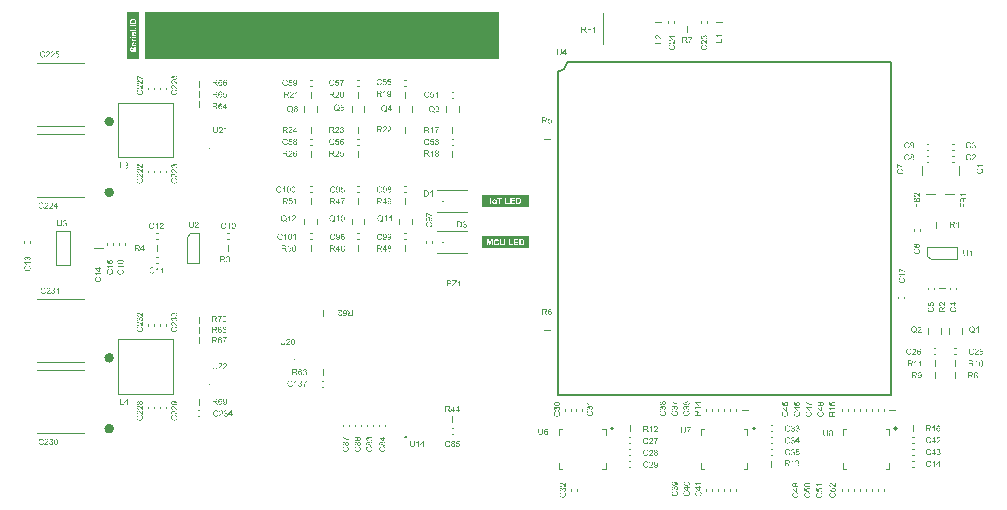
<source format=gbr>
%TF.GenerationSoftware,Altium Limited,Altium Designer,20.0.13 (296)*%
G04 Layer_Color=65535*
%FSLAX26Y26*%
%MOIN*%
%TF.FileFunction,Legend,Top*%
%TF.Part,Single*%
G01*
G75*
%TA.AperFunction,NonConductor*%
%ADD57C,0.015748*%
%ADD58C,0.009842*%
%ADD59C,0.003937*%
%ADD60C,0.007874*%
%ADD62C,0.001968*%
%ADD93C,0.005000*%
G36*
X1673228Y787402D02*
X1515748D01*
Y826772D01*
X1673228D01*
Y787402D01*
D02*
G37*
G36*
X1573819Y1417323D02*
X392717D01*
Y1574803D01*
X1573819D01*
Y1417323D01*
D02*
G37*
G36*
X1673228Y925197D02*
X1515748D01*
Y964567D01*
X1673228D01*
Y925197D01*
D02*
G37*
G36*
X373032Y1417323D02*
X333661D01*
Y1574803D01*
X373032D01*
Y1417323D01*
D02*
G37*
G36*
X1458479Y876422D02*
X1458619D01*
X1458794Y876404D01*
X1458986Y876387D01*
X1459196Y876352D01*
X1459669Y876264D01*
X1460194Y876142D01*
X1460719Y875967D01*
X1461244Y875722D01*
X1461261D01*
X1461314Y875687D01*
X1461384Y875652D01*
X1461471Y875599D01*
X1461594Y875529D01*
X1461716Y875442D01*
X1462031Y875214D01*
X1462364Y874952D01*
X1462714Y874619D01*
X1463064Y874234D01*
X1463361Y873797D01*
X1463379Y873779D01*
X1463396Y873744D01*
X1463431Y873674D01*
X1463484Y873587D01*
X1463536Y873464D01*
X1463606Y873342D01*
X1463676Y873184D01*
X1463746Y873009D01*
X1463869Y872624D01*
X1463991Y872187D01*
X1464079Y871697D01*
X1464114Y871452D01*
Y871189D01*
Y871172D01*
Y871137D01*
Y871067D01*
X1464096Y870979D01*
Y870857D01*
X1464079Y870717D01*
X1464026Y870402D01*
X1463939Y870034D01*
X1463816Y869632D01*
X1463641Y869229D01*
X1463396Y868809D01*
Y868792D01*
X1463361Y868757D01*
X1463326Y868704D01*
X1463274Y868634D01*
X1463099Y868442D01*
X1462871Y868197D01*
X1462591Y867934D01*
X1462224Y867637D01*
X1461804Y867374D01*
X1461331Y867112D01*
X1461349D01*
X1461419Y867094D01*
X1461506Y867059D01*
X1461629Y867024D01*
X1461769Y866972D01*
X1461944Y866919D01*
X1462136Y866832D01*
X1462346Y866744D01*
X1462801Y866517D01*
X1463029Y866377D01*
X1463256Y866219D01*
X1463484Y866044D01*
X1463711Y865834D01*
X1463921Y865624D01*
X1464114Y865397D01*
X1464131Y865379D01*
X1464149Y865344D01*
X1464201Y865257D01*
X1464271Y865169D01*
X1464341Y865029D01*
X1464429Y864889D01*
X1464516Y864714D01*
X1464621Y864504D01*
X1464709Y864277D01*
X1464796Y864032D01*
X1464884Y863769D01*
X1464954Y863472D01*
X1465024Y863174D01*
X1465076Y862842D01*
X1465094Y862509D01*
X1465111Y862142D01*
Y862107D01*
Y862019D01*
X1465094Y861879D01*
X1465076Y861704D01*
X1465059Y861477D01*
X1465006Y861214D01*
X1464954Y860917D01*
X1464866Y860584D01*
X1464761Y860252D01*
X1464639Y859884D01*
X1464481Y859517D01*
X1464289Y859132D01*
X1464061Y858764D01*
X1463816Y858379D01*
X1463519Y858012D01*
X1463169Y857662D01*
X1463151Y857644D01*
X1463081Y857592D01*
X1462976Y857487D01*
X1462819Y857382D01*
X1462626Y857242D01*
X1462399Y857084D01*
X1462136Y856927D01*
X1461839Y856752D01*
X1461506Y856577D01*
X1461139Y856419D01*
X1460736Y856262D01*
X1460299Y856122D01*
X1459844Y856017D01*
X1459354Y855929D01*
X1458846Y855859D01*
X1458304Y855842D01*
X1458181D01*
X1458041Y855859D01*
X1457866D01*
X1457639Y855894D01*
X1457376Y855929D01*
X1457079Y855982D01*
X1456764Y856034D01*
X1456414Y856122D01*
X1456064Y856227D01*
X1455696Y856349D01*
X1455329Y856507D01*
X1454944Y856682D01*
X1454594Y856892D01*
X1454226Y857137D01*
X1453894Y857417D01*
X1453876Y857434D01*
X1453824Y857487D01*
X1453736Y857574D01*
X1453614Y857714D01*
X1453474Y857872D01*
X1453334Y858047D01*
X1453159Y858274D01*
X1452984Y858537D01*
X1452809Y858817D01*
X1452634Y859114D01*
X1452476Y859464D01*
X1452319Y859832D01*
X1452179Y860217D01*
X1452056Y860637D01*
X1451969Y861074D01*
X1451899Y861529D01*
X1454384Y861862D01*
Y861844D01*
X1454401Y861774D01*
X1454436Y861669D01*
X1454471Y861512D01*
X1454506Y861337D01*
X1454576Y861144D01*
X1454646Y860917D01*
X1454716Y860689D01*
X1454926Y860182D01*
X1455171Y859692D01*
X1455311Y859447D01*
X1455469Y859219D01*
X1455644Y859009D01*
X1455819Y858817D01*
X1455836Y858799D01*
X1455871Y858782D01*
X1455924Y858729D01*
X1456011Y858677D01*
X1456099Y858607D01*
X1456221Y858519D01*
X1456361Y858432D01*
X1456519Y858362D01*
X1456886Y858187D01*
X1457306Y858029D01*
X1457796Y857924D01*
X1458059Y857907D01*
X1458321Y857889D01*
X1458496D01*
X1458619Y857907D01*
X1458759Y857924D01*
X1458934Y857959D01*
X1459126Y857994D01*
X1459354Y858047D01*
X1459581Y858099D01*
X1459809Y858187D01*
X1460054Y858274D01*
X1460316Y858397D01*
X1460561Y858537D01*
X1460806Y858694D01*
X1461051Y858887D01*
X1461279Y859097D01*
X1461296Y859114D01*
X1461331Y859149D01*
X1461384Y859219D01*
X1461471Y859307D01*
X1461559Y859429D01*
X1461664Y859569D01*
X1461769Y859744D01*
X1461891Y859919D01*
X1461996Y860129D01*
X1462101Y860357D01*
X1462206Y860602D01*
X1462294Y860864D01*
X1462381Y861144D01*
X1462434Y861442D01*
X1462469Y861757D01*
X1462486Y862089D01*
Y862107D01*
Y862159D01*
Y862247D01*
X1462469Y862369D01*
X1462451Y862527D01*
X1462434Y862684D01*
X1462399Y862877D01*
X1462346Y863087D01*
X1462206Y863524D01*
X1462119Y863769D01*
X1462014Y863997D01*
X1461891Y864242D01*
X1461734Y864469D01*
X1461559Y864697D01*
X1461366Y864907D01*
X1461349Y864924D01*
X1461314Y864959D01*
X1461244Y865012D01*
X1461174Y865082D01*
X1461051Y865169D01*
X1460929Y865257D01*
X1460771Y865362D01*
X1460596Y865467D01*
X1460404Y865554D01*
X1460176Y865659D01*
X1459949Y865747D01*
X1459704Y865834D01*
X1459424Y865904D01*
X1459144Y865957D01*
X1458846Y865992D01*
X1458531Y866009D01*
X1458409D01*
X1458251Y865992D01*
X1458059Y865974D01*
X1457796Y865939D01*
X1457499Y865904D01*
X1457166Y865834D01*
X1456781Y865747D01*
X1457061Y867917D01*
X1457096D01*
X1457201Y867899D01*
X1457341Y867882D01*
X1457621D01*
X1457726Y867899D01*
X1457866D01*
X1458024Y867934D01*
X1458216Y867952D01*
X1458409Y867987D01*
X1458846Y868092D01*
X1459319Y868232D01*
X1459809Y868442D01*
X1460054Y868564D01*
X1460299Y868704D01*
X1460316Y868722D01*
X1460351Y868739D01*
X1460421Y868792D01*
X1460491Y868862D01*
X1460596Y868949D01*
X1460701Y869054D01*
X1460806Y869177D01*
X1460929Y869334D01*
X1461051Y869509D01*
X1461156Y869684D01*
X1461261Y869894D01*
X1461366Y870122D01*
X1461436Y870384D01*
X1461506Y870647D01*
X1461541Y870944D01*
X1461559Y871259D01*
Y871277D01*
Y871312D01*
Y871382D01*
X1461541Y871487D01*
X1461524Y871592D01*
X1461506Y871732D01*
X1461436Y872047D01*
X1461331Y872397D01*
X1461174Y872782D01*
X1461069Y872957D01*
X1460946Y873149D01*
X1460789Y873324D01*
X1460631Y873499D01*
X1460614Y873517D01*
X1460596Y873534D01*
X1460544Y873587D01*
X1460456Y873639D01*
X1460369Y873709D01*
X1460264Y873779D01*
X1460141Y873867D01*
X1459984Y873954D01*
X1459651Y874129D01*
X1459231Y874269D01*
X1458776Y874374D01*
X1458514Y874392D01*
X1458251Y874409D01*
X1458111D01*
X1458006Y874392D01*
X1457884Y874374D01*
X1457744Y874357D01*
X1457411Y874304D01*
X1457044Y874182D01*
X1456641Y874024D01*
X1456431Y873919D01*
X1456239Y873797D01*
X1456046Y873657D01*
X1455854Y873499D01*
X1455836Y873482D01*
X1455819Y873464D01*
X1455766Y873412D01*
X1455696Y873324D01*
X1455626Y873237D01*
X1455539Y873114D01*
X1455434Y872974D01*
X1455346Y872817D01*
X1455241Y872642D01*
X1455136Y872432D01*
X1455031Y872204D01*
X1454926Y871959D01*
X1454839Y871697D01*
X1454751Y871417D01*
X1454681Y871102D01*
X1454629Y870769D01*
X1452144Y871207D01*
Y871242D01*
X1452161Y871312D01*
X1452196Y871452D01*
X1452231Y871609D01*
X1452301Y871819D01*
X1452371Y872064D01*
X1452459Y872327D01*
X1452564Y872624D01*
X1452686Y872922D01*
X1452844Y873237D01*
X1453001Y873552D01*
X1453194Y873884D01*
X1453404Y874199D01*
X1453649Y874497D01*
X1453911Y874794D01*
X1454191Y875057D01*
X1454209Y875074D01*
X1454261Y875109D01*
X1454349Y875179D01*
X1454489Y875267D01*
X1454646Y875372D01*
X1454821Y875494D01*
X1455049Y875617D01*
X1455294Y875757D01*
X1455574Y875879D01*
X1455871Y876002D01*
X1456204Y876124D01*
X1456554Y876229D01*
X1456939Y876317D01*
X1457341Y876387D01*
X1457761Y876422D01*
X1458199Y876439D01*
X1458356D01*
X1458479Y876422D01*
D02*
G37*
G36*
X1440279Y876352D02*
X1440524D01*
X1440804Y876334D01*
X1441381Y876299D01*
X1441976Y876247D01*
X1442554Y876177D01*
X1442816Y876124D01*
X1443061Y876072D01*
X1443079D01*
X1443131Y876054D01*
X1443236Y876037D01*
X1443359Y876002D01*
X1443499Y875949D01*
X1443674Y875897D01*
X1443866Y875827D01*
X1444076Y875739D01*
X1444549Y875547D01*
X1445039Y875284D01*
X1445546Y874987D01*
X1446019Y874619D01*
X1446036Y874602D01*
X1446089Y874549D01*
X1446176Y874479D01*
X1446281Y874374D01*
X1446421Y874252D01*
X1446561Y874077D01*
X1446736Y873902D01*
X1446911Y873692D01*
X1447104Y873447D01*
X1447296Y873184D01*
X1447506Y872904D01*
X1447699Y872589D01*
X1447891Y872274D01*
X1448066Y871924D01*
X1448241Y871557D01*
X1448399Y871172D01*
X1448416Y871154D01*
X1448434Y871084D01*
X1448469Y870962D01*
X1448521Y870804D01*
X1448591Y870594D01*
X1448661Y870367D01*
X1448731Y870087D01*
X1448801Y869789D01*
X1448871Y869439D01*
X1448941Y869072D01*
X1449011Y868687D01*
X1449081Y868267D01*
X1449134Y867829D01*
X1449169Y867357D01*
X1449204Y866867D01*
Y866377D01*
Y866359D01*
Y866272D01*
Y866149D01*
Y865992D01*
X1449186Y865799D01*
X1449169Y865554D01*
X1449151Y865292D01*
X1449134Y865012D01*
X1449116Y864697D01*
X1449064Y864382D01*
X1448976Y863682D01*
X1448836Y862982D01*
X1448661Y862299D01*
Y862282D01*
X1448644Y862229D01*
X1448609Y862124D01*
X1448556Y862002D01*
X1448504Y861862D01*
X1448451Y861687D01*
X1448364Y861477D01*
X1448294Y861267D01*
X1448084Y860812D01*
X1447856Y860322D01*
X1447576Y859814D01*
X1447279Y859359D01*
X1447261Y859342D01*
X1447244Y859307D01*
X1447191Y859254D01*
X1447139Y859167D01*
X1446964Y858957D01*
X1446736Y858694D01*
X1446456Y858414D01*
X1446141Y858099D01*
X1445809Y857802D01*
X1445441Y857539D01*
X1445424D01*
X1445389Y857504D01*
X1445336Y857469D01*
X1445266Y857434D01*
X1445161Y857382D01*
X1445056Y857312D01*
X1444916Y857242D01*
X1444759Y857172D01*
X1444409Y856997D01*
X1444006Y856839D01*
X1443534Y856664D01*
X1443026Y856524D01*
X1443009D01*
X1442956Y856507D01*
X1442886Y856489D01*
X1442781Y856472D01*
X1442641Y856454D01*
X1442484Y856419D01*
X1442309Y856384D01*
X1442099Y856367D01*
X1441871Y856332D01*
X1441626Y856297D01*
X1441346Y856262D01*
X1441066Y856244D01*
X1440454Y856209D01*
X1439789Y856192D01*
X1432526D01*
Y876369D01*
X1440051D01*
X1440279Y876352D01*
D02*
G37*
G36*
X633585Y392266D02*
Y392231D01*
Y392126D01*
Y391968D01*
X633567Y391758D01*
Y391513D01*
X633550Y391216D01*
X633532Y390883D01*
X633497Y390516D01*
X633462Y390148D01*
X633410Y389746D01*
X633287Y388941D01*
X633112Y388153D01*
X633007Y387786D01*
X632885Y387436D01*
Y387418D01*
X632850Y387366D01*
X632815Y387261D01*
X632745Y387138D01*
X632675Y386981D01*
X632570Y386806D01*
X632465Y386613D01*
X632325Y386403D01*
X632167Y386176D01*
X631975Y385948D01*
X631782Y385703D01*
X631555Y385458D01*
X631292Y385213D01*
X631030Y384986D01*
X630732Y384741D01*
X630400Y384531D01*
X630382Y384513D01*
X630312Y384478D01*
X630225Y384426D01*
X630067Y384356D01*
X629892Y384268D01*
X629682Y384181D01*
X629437Y384076D01*
X629140Y383971D01*
X628825Y383866D01*
X628475Y383761D01*
X628072Y383673D01*
X627670Y383586D01*
X627215Y383516D01*
X626742Y383463D01*
X626235Y383428D01*
X625692Y383411D01*
X625412D01*
X625220Y383428D01*
X624975Y383446D01*
X624695Y383463D01*
X624397Y383498D01*
X624047Y383533D01*
X623697Y383586D01*
X623312Y383638D01*
X622542Y383813D01*
X622157Y383936D01*
X621772Y384058D01*
X621405Y384198D01*
X621055Y384373D01*
X621037Y384391D01*
X620985Y384426D01*
X620880Y384478D01*
X620757Y384548D01*
X620617Y384653D01*
X620442Y384776D01*
X620267Y384933D01*
X620075Y385091D01*
X619865Y385283D01*
X619655Y385493D01*
X619427Y385721D01*
X619217Y385983D01*
X619025Y386263D01*
X618832Y386561D01*
X618657Y386876D01*
X618500Y387208D01*
Y387226D01*
X618465Y387296D01*
X618430Y387401D01*
X618377Y387541D01*
X618325Y387733D01*
X618255Y387961D01*
X618185Y388223D01*
X618115Y388538D01*
X618045Y388871D01*
X617975Y389256D01*
X617905Y389676D01*
X617852Y390131D01*
X617800Y390603D01*
X617765Y391128D01*
X617747Y391688D01*
X617730Y392266D01*
Y403921D01*
X620407D01*
Y392283D01*
Y392248D01*
Y392161D01*
Y392038D01*
Y391846D01*
X620425Y391636D01*
Y391391D01*
X620442Y391111D01*
X620460Y390813D01*
X620530Y390183D01*
X620600Y389553D01*
X620670Y389238D01*
X620722Y388941D01*
X620792Y388661D01*
X620880Y388416D01*
Y388398D01*
X620897Y388363D01*
X620932Y388293D01*
X620967Y388206D01*
X621037Y388101D01*
X621090Y387996D01*
X621282Y387716D01*
X621510Y387401D01*
X621790Y387086D01*
X622140Y386771D01*
X622560Y386491D01*
X622577D01*
X622612Y386456D01*
X622682Y386438D01*
X622770Y386386D01*
X622892Y386333D01*
X623032Y386281D01*
X623190Y386228D01*
X623365Y386158D01*
X623575Y386088D01*
X623785Y386036D01*
X624030Y385983D01*
X624292Y385931D01*
X624852Y385861D01*
X625465Y385826D01*
X625587D01*
X625745Y385843D01*
X625937D01*
X626182Y385861D01*
X626462Y385896D01*
X626760Y385931D01*
X627092Y386001D01*
X627425Y386071D01*
X627775Y386158D01*
X628125Y386263D01*
X628475Y386386D01*
X628807Y386543D01*
X629105Y386718D01*
X629402Y386928D01*
X629647Y387156D01*
X629665Y387173D01*
X629700Y387226D01*
X629770Y387296D01*
X629840Y387418D01*
X629945Y387576D01*
X630050Y387786D01*
X630155Y388013D01*
X630277Y388293D01*
X630400Y388626D01*
X630505Y388993D01*
X630610Y389413D01*
X630715Y389886D01*
X630785Y390393D01*
X630855Y390971D01*
X630890Y391601D01*
X630907Y392283D01*
Y403921D01*
X633585D01*
Y392266D01*
D02*
G37*
G36*
X659677Y403973D02*
X659870D01*
X660115Y403938D01*
X660412Y403903D01*
X660727Y403851D01*
X661060Y403798D01*
X661427Y403711D01*
X661795Y403606D01*
X662180Y403466D01*
X662565Y403308D01*
X662950Y403133D01*
X663317Y402906D01*
X663667Y402661D01*
X664000Y402381D01*
X664017Y402363D01*
X664070Y402311D01*
X664157Y402223D01*
X664262Y402101D01*
X664402Y401943D01*
X664542Y401751D01*
X664682Y401523D01*
X664857Y401278D01*
X665015Y400998D01*
X665155Y400701D01*
X665312Y400368D01*
X665435Y400018D01*
X665540Y399651D01*
X665627Y399248D01*
X665680Y398828D01*
X665697Y398391D01*
Y398373D01*
Y398338D01*
Y398268D01*
Y398181D01*
X665680Y398076D01*
Y397936D01*
X665627Y397638D01*
X665575Y397271D01*
X665487Y396868D01*
X665365Y396431D01*
X665190Y395993D01*
Y395976D01*
X665172Y395941D01*
X665137Y395871D01*
X665102Y395801D01*
X665050Y395678D01*
X664980Y395556D01*
X664892Y395416D01*
X664805Y395258D01*
X664577Y394891D01*
X664297Y394471D01*
X663947Y394016D01*
X663545Y393543D01*
X663527Y393526D01*
X663492Y393491D01*
X663422Y393403D01*
X663335Y393298D01*
X663195Y393176D01*
X663037Y393018D01*
X662862Y392826D01*
X662652Y392616D01*
X662390Y392371D01*
X662110Y392108D01*
X661812Y391811D01*
X661462Y391496D01*
X661095Y391163D01*
X660675Y390796D01*
X660237Y390411D01*
X659747Y389991D01*
X659730Y389973D01*
X659642Y389903D01*
X659537Y389816D01*
X659380Y389693D01*
X659205Y389536D01*
X659012Y389361D01*
X658785Y389168D01*
X658557Y388976D01*
X658067Y388556D01*
X657595Y388136D01*
X657385Y387943D01*
X657175Y387751D01*
X657017Y387593D01*
X656877Y387453D01*
X656842Y387418D01*
X656772Y387348D01*
X656650Y387208D01*
X656510Y387033D01*
X656352Y386841D01*
X656177Y386613D01*
X656002Y386368D01*
X655845Y386123D01*
X665732D01*
Y383743D01*
X652397D01*
Y383761D01*
Y383778D01*
Y383831D01*
Y383901D01*
Y384076D01*
X652415Y384286D01*
X652450Y384548D01*
X652502Y384846D01*
X652572Y385143D01*
X652677Y385458D01*
Y385476D01*
X652695Y385528D01*
X652730Y385598D01*
X652782Y385686D01*
X652835Y385808D01*
X652905Y385966D01*
X652975Y386123D01*
X653080Y386298D01*
X653290Y386718D01*
X653587Y387156D01*
X653920Y387646D01*
X654305Y388136D01*
X654322Y388153D01*
X654357Y388188D01*
X654427Y388276D01*
X654515Y388363D01*
X654637Y388486D01*
X654777Y388643D01*
X654935Y388818D01*
X655127Y389011D01*
X655355Y389221D01*
X655582Y389448D01*
X655862Y389711D01*
X656142Y389973D01*
X656457Y390253D01*
X656790Y390551D01*
X657157Y390866D01*
X657542Y391181D01*
X657560D01*
X657577Y391216D01*
X657682Y391303D01*
X657857Y391443D01*
X658067Y391636D01*
X658347Y391863D01*
X658645Y392126D01*
X658977Y392423D01*
X659327Y392738D01*
X659695Y393071D01*
X660080Y393421D01*
X660447Y393771D01*
X660815Y394138D01*
X661147Y394488D01*
X661462Y394838D01*
X661742Y395153D01*
X661987Y395468D01*
X662005Y395486D01*
X662040Y395538D01*
X662092Y395626D01*
X662162Y395731D01*
X662250Y395871D01*
X662355Y396046D01*
X662460Y396221D01*
X662565Y396431D01*
X662775Y396886D01*
X662967Y397393D01*
X663037Y397656D01*
X663090Y397918D01*
X663125Y398181D01*
X663142Y398443D01*
Y398461D01*
Y398513D01*
Y398583D01*
X663125Y398688D01*
X663107Y398811D01*
X663090Y398968D01*
X663055Y399126D01*
X663020Y399301D01*
X662880Y399703D01*
X662810Y399896D01*
X662705Y400106D01*
X662582Y400316D01*
X662442Y400526D01*
X662285Y400736D01*
X662092Y400928D01*
X662075Y400946D01*
X662040Y400981D01*
X661987Y401016D01*
X661900Y401086D01*
X661795Y401156D01*
X661672Y401243D01*
X661532Y401348D01*
X661357Y401436D01*
X661165Y401523D01*
X660955Y401628D01*
X660727Y401716D01*
X660482Y401786D01*
X660237Y401856D01*
X659957Y401908D01*
X659660Y401926D01*
X659345Y401943D01*
X659170D01*
X659047Y401926D01*
X658907Y401908D01*
X658732Y401891D01*
X658522Y401856D01*
X658312Y401803D01*
X657857Y401681D01*
X657630Y401593D01*
X657385Y401488D01*
X657157Y401366D01*
X656930Y401208D01*
X656702Y401051D01*
X656492Y400858D01*
X656475Y400841D01*
X656440Y400806D01*
X656387Y400753D01*
X656335Y400666D01*
X656247Y400543D01*
X656160Y400421D01*
X656055Y400263D01*
X655967Y400088D01*
X655862Y399878D01*
X655757Y399651D01*
X655670Y399406D01*
X655600Y399143D01*
X655530Y398863D01*
X655477Y398548D01*
X655442Y398233D01*
X655425Y397883D01*
X652870Y398146D01*
Y398181D01*
X652887Y398268D01*
X652905Y398426D01*
X652940Y398618D01*
X652975Y398846D01*
X653045Y399126D01*
X653115Y399423D01*
X653202Y399756D01*
X653325Y400106D01*
X653447Y400456D01*
X653605Y400823D01*
X653797Y401173D01*
X654007Y401541D01*
X654235Y401873D01*
X654515Y402188D01*
X654812Y402486D01*
X654830Y402503D01*
X654900Y402556D01*
X654987Y402626D01*
X655127Y402713D01*
X655302Y402836D01*
X655512Y402958D01*
X655757Y403098D01*
X656037Y403238D01*
X656335Y403378D01*
X656685Y403518D01*
X657070Y403641D01*
X657472Y403763D01*
X657910Y403851D01*
X658382Y403921D01*
X658872Y403973D01*
X659397Y403991D01*
X659520D01*
X659677Y403973D01*
D02*
G37*
G36*
X643997D02*
X644190D01*
X644435Y403938D01*
X644732Y403903D01*
X645047Y403851D01*
X645380Y403798D01*
X645747Y403711D01*
X646115Y403606D01*
X646500Y403466D01*
X646885Y403308D01*
X647270Y403133D01*
X647637Y402906D01*
X647987Y402661D01*
X648320Y402381D01*
X648337Y402363D01*
X648390Y402311D01*
X648477Y402223D01*
X648582Y402101D01*
X648722Y401943D01*
X648862Y401751D01*
X649002Y401523D01*
X649177Y401278D01*
X649335Y400998D01*
X649475Y400701D01*
X649632Y400368D01*
X649755Y400018D01*
X649860Y399651D01*
X649947Y399248D01*
X650000Y398828D01*
X650017Y398391D01*
Y398373D01*
Y398338D01*
Y398268D01*
Y398181D01*
X650000Y398076D01*
Y397936D01*
X649947Y397638D01*
X649895Y397271D01*
X649807Y396868D01*
X649685Y396431D01*
X649510Y395993D01*
Y395976D01*
X649492Y395941D01*
X649457Y395871D01*
X649422Y395801D01*
X649370Y395678D01*
X649300Y395556D01*
X649212Y395416D01*
X649125Y395258D01*
X648897Y394891D01*
X648617Y394471D01*
X648267Y394016D01*
X647865Y393543D01*
X647847Y393526D01*
X647812Y393491D01*
X647742Y393403D01*
X647655Y393298D01*
X647515Y393176D01*
X647357Y393018D01*
X647182Y392826D01*
X646972Y392616D01*
X646710Y392371D01*
X646430Y392108D01*
X646132Y391811D01*
X645782Y391496D01*
X645415Y391163D01*
X644995Y390796D01*
X644557Y390411D01*
X644067Y389991D01*
X644050Y389973D01*
X643962Y389903D01*
X643857Y389816D01*
X643700Y389693D01*
X643525Y389536D01*
X643332Y389361D01*
X643105Y389168D01*
X642877Y388976D01*
X642387Y388556D01*
X641915Y388136D01*
X641705Y387943D01*
X641495Y387751D01*
X641337Y387593D01*
X641197Y387453D01*
X641162Y387418D01*
X641092Y387348D01*
X640970Y387208D01*
X640830Y387033D01*
X640672Y386841D01*
X640497Y386613D01*
X640322Y386368D01*
X640165Y386123D01*
X650052D01*
Y383743D01*
X636717D01*
Y383761D01*
Y383778D01*
Y383831D01*
Y383901D01*
Y384076D01*
X636735Y384286D01*
X636770Y384548D01*
X636822Y384846D01*
X636892Y385143D01*
X636997Y385458D01*
Y385476D01*
X637015Y385528D01*
X637050Y385598D01*
X637102Y385686D01*
X637155Y385808D01*
X637225Y385966D01*
X637295Y386123D01*
X637400Y386298D01*
X637610Y386718D01*
X637907Y387156D01*
X638240Y387646D01*
X638625Y388136D01*
X638642Y388153D01*
X638677Y388188D01*
X638747Y388276D01*
X638835Y388363D01*
X638957Y388486D01*
X639097Y388643D01*
X639255Y388818D01*
X639447Y389011D01*
X639675Y389221D01*
X639902Y389448D01*
X640182Y389711D01*
X640462Y389973D01*
X640777Y390253D01*
X641110Y390551D01*
X641477Y390866D01*
X641862Y391181D01*
X641880D01*
X641897Y391216D01*
X642002Y391303D01*
X642177Y391443D01*
X642387Y391636D01*
X642667Y391863D01*
X642965Y392126D01*
X643297Y392423D01*
X643647Y392738D01*
X644015Y393071D01*
X644400Y393421D01*
X644767Y393771D01*
X645135Y394138D01*
X645467Y394488D01*
X645782Y394838D01*
X646062Y395153D01*
X646307Y395468D01*
X646325Y395486D01*
X646360Y395538D01*
X646412Y395626D01*
X646482Y395731D01*
X646570Y395871D01*
X646675Y396046D01*
X646780Y396221D01*
X646885Y396431D01*
X647095Y396886D01*
X647287Y397393D01*
X647357Y397656D01*
X647410Y397918D01*
X647445Y398181D01*
X647462Y398443D01*
Y398461D01*
Y398513D01*
Y398583D01*
X647445Y398688D01*
X647427Y398811D01*
X647410Y398968D01*
X647375Y399126D01*
X647340Y399301D01*
X647200Y399703D01*
X647130Y399896D01*
X647025Y400106D01*
X646902Y400316D01*
X646762Y400526D01*
X646605Y400736D01*
X646412Y400928D01*
X646395Y400946D01*
X646360Y400981D01*
X646307Y401016D01*
X646220Y401086D01*
X646115Y401156D01*
X645992Y401243D01*
X645852Y401348D01*
X645677Y401436D01*
X645485Y401523D01*
X645275Y401628D01*
X645047Y401716D01*
X644802Y401786D01*
X644557Y401856D01*
X644277Y401908D01*
X643980Y401926D01*
X643665Y401943D01*
X643490D01*
X643367Y401926D01*
X643227Y401908D01*
X643052Y401891D01*
X642842Y401856D01*
X642632Y401803D01*
X642177Y401681D01*
X641950Y401593D01*
X641705Y401488D01*
X641477Y401366D01*
X641250Y401208D01*
X641022Y401051D01*
X640812Y400858D01*
X640795Y400841D01*
X640760Y400806D01*
X640707Y400753D01*
X640655Y400666D01*
X640567Y400543D01*
X640480Y400421D01*
X640375Y400263D01*
X640287Y400088D01*
X640182Y399878D01*
X640077Y399651D01*
X639990Y399406D01*
X639920Y399143D01*
X639850Y398863D01*
X639797Y398548D01*
X639762Y398233D01*
X639745Y397883D01*
X637190Y398146D01*
Y398181D01*
X637207Y398268D01*
X637225Y398426D01*
X637260Y398618D01*
X637295Y398846D01*
X637365Y399126D01*
X637435Y399423D01*
X637522Y399756D01*
X637645Y400106D01*
X637767Y400456D01*
X637925Y400823D01*
X638117Y401173D01*
X638327Y401541D01*
X638555Y401873D01*
X638835Y402188D01*
X639132Y402486D01*
X639150Y402503D01*
X639220Y402556D01*
X639307Y402626D01*
X639447Y402713D01*
X639622Y402836D01*
X639832Y402958D01*
X640077Y403098D01*
X640357Y403238D01*
X640655Y403378D01*
X641005Y403518D01*
X641390Y403641D01*
X641792Y403763D01*
X642230Y403851D01*
X642702Y403921D01*
X643192Y403973D01*
X643717Y403991D01*
X643840D01*
X643997Y403973D01*
D02*
G37*
G36*
X2669374Y168762D02*
Y168727D01*
Y168622D01*
Y168464D01*
X2669357Y168254D01*
Y168009D01*
X2669340Y167712D01*
X2669322Y167379D01*
X2669287Y167012D01*
X2669252Y166644D01*
X2669200Y166242D01*
X2669077Y165437D01*
X2668902Y164649D01*
X2668797Y164282D01*
X2668675Y163932D01*
Y163914D01*
X2668640Y163862D01*
X2668604Y163757D01*
X2668535Y163634D01*
X2668465Y163477D01*
X2668360Y163302D01*
X2668255Y163109D01*
X2668115Y162899D01*
X2667957Y162672D01*
X2667765Y162444D01*
X2667572Y162199D01*
X2667345Y161954D01*
X2667082Y161709D01*
X2666820Y161482D01*
X2666522Y161237D01*
X2666189Y161027D01*
X2666172Y161009D01*
X2666102Y160974D01*
X2666015Y160922D01*
X2665857Y160852D01*
X2665682Y160764D01*
X2665472Y160677D01*
X2665227Y160572D01*
X2664930Y160467D01*
X2664615Y160362D01*
X2664265Y160257D01*
X2663862Y160169D01*
X2663459Y160082D01*
X2663005Y160012D01*
X2662532Y159959D01*
X2662024Y159924D01*
X2661482Y159907D01*
X2661202D01*
X2661010Y159924D01*
X2660765Y159942D01*
X2660485Y159959D01*
X2660187Y159994D01*
X2659837Y160029D01*
X2659487Y160082D01*
X2659102Y160134D01*
X2658332Y160309D01*
X2657947Y160432D01*
X2657562Y160554D01*
X2657195Y160694D01*
X2656845Y160869D01*
X2656827Y160887D01*
X2656774Y160922D01*
X2656669Y160974D01*
X2656547Y161044D01*
X2656407Y161149D01*
X2656232Y161272D01*
X2656057Y161429D01*
X2655865Y161587D01*
X2655655Y161779D01*
X2655445Y161989D01*
X2655217Y162217D01*
X2655007Y162479D01*
X2654814Y162759D01*
X2654622Y163057D01*
X2654447Y163372D01*
X2654289Y163704D01*
Y163722D01*
X2654255Y163792D01*
X2654220Y163897D01*
X2654167Y164037D01*
X2654115Y164229D01*
X2654044Y164457D01*
X2653974Y164719D01*
X2653905Y165034D01*
X2653834Y165367D01*
X2653765Y165752D01*
X2653695Y166172D01*
X2653642Y166627D01*
X2653590Y167099D01*
X2653555Y167624D01*
X2653537Y168184D01*
X2653519Y168762D01*
Y180417D01*
X2656197D01*
Y168779D01*
Y168744D01*
Y168657D01*
Y168534D01*
Y168342D01*
X2656215Y168132D01*
Y167887D01*
X2656232Y167607D01*
X2656249Y167309D01*
X2656320Y166679D01*
X2656390Y166049D01*
X2656459Y165734D01*
X2656512Y165437D01*
X2656582Y165157D01*
X2656669Y164912D01*
Y164894D01*
X2656687Y164859D01*
X2656722Y164789D01*
X2656757Y164702D01*
X2656827Y164597D01*
X2656880Y164492D01*
X2657072Y164212D01*
X2657300Y163897D01*
X2657579Y163582D01*
X2657930Y163267D01*
X2658349Y162987D01*
X2658367D01*
X2658402Y162952D01*
X2658472Y162934D01*
X2658559Y162882D01*
X2658682Y162829D01*
X2658822Y162777D01*
X2658979Y162724D01*
X2659155Y162654D01*
X2659365Y162584D01*
X2659575Y162532D01*
X2659820Y162479D01*
X2660082Y162427D01*
X2660642Y162357D01*
X2661255Y162322D01*
X2661377D01*
X2661535Y162339D01*
X2661727D01*
X2661972Y162357D01*
X2662252Y162392D01*
X2662550Y162427D01*
X2662882Y162497D01*
X2663215Y162567D01*
X2663564Y162654D01*
X2663914Y162759D01*
X2664265Y162882D01*
X2664597Y163039D01*
X2664894Y163214D01*
X2665192Y163424D01*
X2665437Y163652D01*
X2665454Y163669D01*
X2665490Y163722D01*
X2665559Y163792D01*
X2665630Y163914D01*
X2665735Y164072D01*
X2665840Y164282D01*
X2665945Y164509D01*
X2666067Y164789D01*
X2666189Y165122D01*
X2666294Y165489D01*
X2666399Y165909D01*
X2666505Y166382D01*
X2666575Y166889D01*
X2666644Y167467D01*
X2666680Y168097D01*
X2666697Y168779D01*
Y180417D01*
X2669374D01*
Y168762D01*
D02*
G37*
G36*
X2679647Y180469D02*
X2679822D01*
X2680050Y180434D01*
X2680312Y180399D01*
X2680592Y180364D01*
X2680907Y180294D01*
X2681240Y180207D01*
X2681590Y180119D01*
X2681939Y179979D01*
X2682289Y179839D01*
X2682640Y179664D01*
X2682990Y179454D01*
X2683322Y179227D01*
X2683637Y178947D01*
X2683655Y178929D01*
X2683707Y178877D01*
X2683794Y178789D01*
X2683899Y178667D01*
X2684022Y178527D01*
X2684144Y178352D01*
X2684302Y178142D01*
X2684459Y177897D01*
X2684599Y177652D01*
X2684757Y177354D01*
X2684880Y177057D01*
X2685019Y176724D01*
X2685107Y176374D01*
X2685195Y176007D01*
X2685247Y175622D01*
X2685265Y175219D01*
Y175202D01*
Y175149D01*
Y175079D01*
X2685247Y174992D01*
Y174869D01*
X2685229Y174729D01*
X2685177Y174397D01*
X2685090Y174012D01*
X2684950Y173592D01*
X2684757Y173172D01*
X2684652Y172962D01*
X2684512Y172769D01*
Y172752D01*
X2684477Y172717D01*
X2684442Y172664D01*
X2684372Y172594D01*
X2684302Y172507D01*
X2684197Y172419D01*
X2684092Y172297D01*
X2683952Y172192D01*
X2683812Y172052D01*
X2683637Y171929D01*
X2683462Y171789D01*
X2683252Y171667D01*
X2683042Y171527D01*
X2682797Y171404D01*
X2682552Y171282D01*
X2682272Y171177D01*
X2682289D01*
X2682360Y171142D01*
X2682447Y171107D01*
X2682570Y171054D01*
X2682727Y171002D01*
X2682919Y170914D01*
X2683112Y170809D01*
X2683322Y170704D01*
X2683777Y170424D01*
X2684249Y170092D01*
X2684704Y169689D01*
X2684914Y169462D01*
X2685107Y169217D01*
X2685124Y169199D01*
X2685142Y169164D01*
X2685195Y169077D01*
X2685265Y168972D01*
X2685334Y168849D01*
X2685422Y168692D01*
X2685510Y168517D01*
X2685597Y168307D01*
X2685684Y168079D01*
X2685772Y167852D01*
X2685860Y167572D01*
X2685930Y167292D01*
X2686052Y166679D01*
X2686070Y166364D01*
X2686087Y166014D01*
Y165979D01*
Y165892D01*
X2686070Y165769D01*
X2686052Y165577D01*
X2686035Y165367D01*
X2685982Y165104D01*
X2685930Y164807D01*
X2685860Y164492D01*
X2685755Y164159D01*
X2685632Y163809D01*
X2685492Y163459D01*
X2685317Y163092D01*
X2685107Y162724D01*
X2684862Y162357D01*
X2684582Y161989D01*
X2684249Y161657D01*
X2684232Y161639D01*
X2684162Y161587D01*
X2684057Y161499D01*
X2683917Y161377D01*
X2683724Y161254D01*
X2683515Y161097D01*
X2683252Y160939D01*
X2682954Y160782D01*
X2682622Y160624D01*
X2682272Y160467D01*
X2681869Y160309D01*
X2681450Y160187D01*
X2680994Y160064D01*
X2680505Y159977D01*
X2679979Y159924D01*
X2679437Y159907D01*
X2679297D01*
X2679157Y159924D01*
X2678947Y159942D01*
X2678684Y159959D01*
X2678387Y159994D01*
X2678072Y160047D01*
X2677704Y160134D01*
X2677337Y160222D01*
X2676952Y160344D01*
X2676550Y160484D01*
X2676130Y160659D01*
X2675727Y160852D01*
X2675342Y161097D01*
X2674957Y161359D01*
X2674607Y161674D01*
X2674590Y161692D01*
X2674537Y161762D01*
X2674432Y161849D01*
X2674327Y161989D01*
X2674187Y162164D01*
X2674030Y162374D01*
X2673872Y162619D01*
X2673697Y162882D01*
X2673522Y163197D01*
X2673365Y163529D01*
X2673207Y163879D01*
X2673067Y164282D01*
X2672962Y164684D01*
X2672874Y165122D01*
X2672805Y165577D01*
X2672787Y166067D01*
Y166084D01*
Y166154D01*
Y166259D01*
X2672805Y166399D01*
X2672822Y166574D01*
X2672840Y166767D01*
X2672874Y166977D01*
X2672910Y167222D01*
X2673032Y167747D01*
X2673119Y168027D01*
X2673207Y168289D01*
X2673329Y168569D01*
X2673452Y168849D01*
X2673610Y169112D01*
X2673785Y169374D01*
X2673802Y169392D01*
X2673837Y169427D01*
X2673890Y169497D01*
X2673977Y169584D01*
X2674064Y169689D01*
X2674204Y169829D01*
X2674345Y169952D01*
X2674519Y170092D01*
X2674712Y170249D01*
X2674922Y170407D01*
X2675149Y170547D01*
X2675412Y170704D01*
X2675692Y170827D01*
X2675990Y170967D01*
X2676305Y171072D01*
X2676637Y171177D01*
X2676619D01*
X2676567Y171212D01*
X2676497Y171229D01*
X2676374Y171282D01*
X2676252Y171334D01*
X2676112Y171404D01*
X2675762Y171597D01*
X2675394Y171824D01*
X2675010Y172087D01*
X2674642Y172419D01*
X2674485Y172594D01*
X2674327Y172787D01*
Y172804D01*
X2674292Y172839D01*
X2674257Y172892D01*
X2674204Y172979D01*
X2674152Y173067D01*
X2674099Y173189D01*
X2674030Y173329D01*
X2673959Y173487D01*
X2673820Y173854D01*
X2673715Y174292D01*
X2673627Y174764D01*
X2673592Y175289D01*
Y175307D01*
Y175394D01*
X2673610Y175499D01*
Y175657D01*
X2673644Y175849D01*
X2673680Y176059D01*
X2673732Y176304D01*
X2673785Y176567D01*
X2673872Y176847D01*
X2673977Y177144D01*
X2674099Y177459D01*
X2674257Y177774D01*
X2674432Y178089D01*
X2674642Y178387D01*
X2674887Y178684D01*
X2675167Y178982D01*
X2675184Y178999D01*
X2675237Y179052D01*
X2675325Y179122D01*
X2675465Y179209D01*
X2675622Y179332D01*
X2675814Y179454D01*
X2676042Y179594D01*
X2676287Y179734D01*
X2676584Y179874D01*
X2676899Y180014D01*
X2677249Y180137D01*
X2677617Y180259D01*
X2678019Y180347D01*
X2678457Y180417D01*
X2678912Y180469D01*
X2679385Y180487D01*
X2679507D01*
X2679647Y180469D01*
D02*
G37*
G36*
X896803Y1178084D02*
X899533D01*
Y1175809D01*
X896803D01*
Y1170979D01*
X894318D01*
Y1175809D01*
X885568D01*
Y1178084D01*
X894773Y1191156D01*
X896803D01*
Y1178084D01*
D02*
G37*
G36*
X877676Y1191209D02*
X877868D01*
X878113Y1191174D01*
X878410Y1191139D01*
X878726Y1191086D01*
X879058Y1191034D01*
X879426Y1190946D01*
X879793Y1190841D01*
X880178Y1190701D01*
X880563Y1190544D01*
X880948Y1190369D01*
X881316Y1190141D01*
X881665Y1189896D01*
X881998Y1189616D01*
X882015Y1189599D01*
X882068Y1189546D01*
X882155Y1189459D01*
X882260Y1189336D01*
X882400Y1189179D01*
X882540Y1188986D01*
X882681Y1188759D01*
X882856Y1188514D01*
X883013Y1188234D01*
X883153Y1187936D01*
X883311Y1187604D01*
X883433Y1187254D01*
X883538Y1186886D01*
X883625Y1186484D01*
X883678Y1186064D01*
X883696Y1185626D01*
Y1185609D01*
Y1185574D01*
Y1185504D01*
Y1185416D01*
X883678Y1185311D01*
Y1185171D01*
X883625Y1184874D01*
X883573Y1184506D01*
X883486Y1184104D01*
X883363Y1183666D01*
X883188Y1183229D01*
Y1183211D01*
X883170Y1183176D01*
X883135Y1183106D01*
X883101Y1183036D01*
X883048Y1182914D01*
X882978Y1182791D01*
X882890Y1182651D01*
X882803Y1182494D01*
X882576Y1182126D01*
X882295Y1181706D01*
X881946Y1181251D01*
X881543Y1180779D01*
X881525Y1180761D01*
X881490Y1180726D01*
X881420Y1180639D01*
X881333Y1180534D01*
X881193Y1180411D01*
X881035Y1180254D01*
X880861Y1180061D01*
X880650Y1179851D01*
X880388Y1179606D01*
X880108Y1179344D01*
X879811Y1179046D01*
X879461Y1178731D01*
X879093Y1178399D01*
X878673Y1178031D01*
X878236Y1177646D01*
X877745Y1177226D01*
X877728Y1177209D01*
X877640Y1177139D01*
X877535Y1177051D01*
X877378Y1176929D01*
X877203Y1176771D01*
X877010Y1176596D01*
X876783Y1176404D01*
X876556Y1176211D01*
X876066Y1175791D01*
X875593Y1175371D01*
X875383Y1175179D01*
X875173Y1174986D01*
X875015Y1174829D01*
X874875Y1174689D01*
X874841Y1174654D01*
X874770Y1174584D01*
X874648Y1174444D01*
X874508Y1174269D01*
X874351Y1174076D01*
X874176Y1173849D01*
X874000Y1173604D01*
X873843Y1173359D01*
X883731D01*
Y1170979D01*
X870395D01*
Y1170996D01*
Y1171014D01*
Y1171066D01*
Y1171136D01*
Y1171311D01*
X870413Y1171521D01*
X870448Y1171784D01*
X870500Y1172081D01*
X870571Y1172379D01*
X870676Y1172694D01*
Y1172711D01*
X870693Y1172764D01*
X870728Y1172834D01*
X870780Y1172921D01*
X870833Y1173044D01*
X870903Y1173201D01*
X870973Y1173359D01*
X871078Y1173534D01*
X871288Y1173954D01*
X871586Y1174391D01*
X871918Y1174881D01*
X872303Y1175371D01*
X872321Y1175389D01*
X872356Y1175424D01*
X872426Y1175511D01*
X872513Y1175599D01*
X872635Y1175721D01*
X872775Y1175879D01*
X872933Y1176054D01*
X873125Y1176246D01*
X873353Y1176456D01*
X873581Y1176684D01*
X873861Y1176946D01*
X874140Y1177209D01*
X874456Y1177489D01*
X874788Y1177786D01*
X875155Y1178101D01*
X875540Y1178416D01*
X875558D01*
X875576Y1178451D01*
X875681Y1178539D01*
X875856Y1178679D01*
X876066Y1178871D01*
X876346Y1179099D01*
X876643Y1179361D01*
X876976Y1179659D01*
X877326Y1179974D01*
X877693Y1180306D01*
X878078Y1180656D01*
X878446Y1181006D01*
X878813Y1181374D01*
X879145Y1181724D01*
X879461Y1182074D01*
X879740Y1182389D01*
X879986Y1182704D01*
X880003Y1182721D01*
X880038Y1182774D01*
X880091Y1182861D01*
X880160Y1182966D01*
X880248Y1183106D01*
X880353Y1183281D01*
X880458Y1183456D01*
X880563Y1183666D01*
X880773Y1184121D01*
X880966Y1184629D01*
X881035Y1184891D01*
X881088Y1185154D01*
X881123Y1185416D01*
X881140Y1185679D01*
Y1185696D01*
Y1185749D01*
Y1185819D01*
X881123Y1185924D01*
X881106Y1186046D01*
X881088Y1186204D01*
X881053Y1186361D01*
X881018Y1186536D01*
X880878Y1186939D01*
X880808Y1187131D01*
X880703Y1187341D01*
X880581Y1187551D01*
X880441Y1187761D01*
X880283Y1187971D01*
X880091Y1188164D01*
X880073Y1188181D01*
X880038Y1188216D01*
X879986Y1188251D01*
X879898Y1188321D01*
X879793Y1188391D01*
X879670Y1188479D01*
X879530Y1188584D01*
X879356Y1188671D01*
X879163Y1188759D01*
X878953Y1188864D01*
X878726Y1188951D01*
X878481Y1189021D01*
X878236Y1189091D01*
X877956Y1189144D01*
X877658Y1189161D01*
X877343Y1189179D01*
X877168D01*
X877045Y1189161D01*
X876905Y1189144D01*
X876731Y1189126D01*
X876520Y1189091D01*
X876311Y1189039D01*
X875856Y1188916D01*
X875628Y1188829D01*
X875383Y1188724D01*
X875155Y1188601D01*
X874928Y1188444D01*
X874701Y1188286D01*
X874490Y1188094D01*
X874473Y1188076D01*
X874438Y1188041D01*
X874385Y1187989D01*
X874333Y1187901D01*
X874245Y1187779D01*
X874158Y1187656D01*
X874053Y1187499D01*
X873966Y1187324D01*
X873861Y1187114D01*
X873755Y1186886D01*
X873668Y1186641D01*
X873598Y1186379D01*
X873528Y1186099D01*
X873476Y1185784D01*
X873441Y1185469D01*
X873423Y1185119D01*
X870868Y1185381D01*
Y1185416D01*
X870885Y1185504D01*
X870903Y1185661D01*
X870938Y1185854D01*
X870973Y1186081D01*
X871043Y1186361D01*
X871113Y1186659D01*
X871201Y1186991D01*
X871323Y1187341D01*
X871446Y1187691D01*
X871603Y1188059D01*
X871795Y1188409D01*
X872005Y1188776D01*
X872233Y1189109D01*
X872513Y1189424D01*
X872811Y1189721D01*
X872828Y1189739D01*
X872898Y1189791D01*
X872986Y1189861D01*
X873125Y1189949D01*
X873301Y1190071D01*
X873510Y1190194D01*
X873755Y1190334D01*
X874035Y1190474D01*
X874333Y1190614D01*
X874683Y1190754D01*
X875068Y1190876D01*
X875471Y1190999D01*
X875908Y1191086D01*
X876380Y1191156D01*
X876870Y1191209D01*
X877395Y1191226D01*
X877518D01*
X877676Y1191209D01*
D02*
G37*
G36*
X861015Y1191139D02*
X861278Y1191121D01*
X861558Y1191104D01*
X861873Y1191086D01*
X862538Y1191016D01*
X863221Y1190929D01*
X863553Y1190859D01*
X863868Y1190789D01*
X864165Y1190701D01*
X864446Y1190596D01*
X864463D01*
X864515Y1190579D01*
X864586Y1190544D01*
X864673Y1190491D01*
X864795Y1190421D01*
X864936Y1190351D01*
X865250Y1190159D01*
X865601Y1189896D01*
X865793Y1189739D01*
X865986Y1189564D01*
X866160Y1189371D01*
X866353Y1189144D01*
X866528Y1188916D01*
X866686Y1188671D01*
X866703Y1188654D01*
X866721Y1188601D01*
X866755Y1188531D01*
X866826Y1188426D01*
X866878Y1188304D01*
X866948Y1188146D01*
X867035Y1187971D01*
X867106Y1187779D01*
X867193Y1187569D01*
X867263Y1187341D01*
X867403Y1186816D01*
X867490Y1186256D01*
X867508Y1185959D01*
X867525Y1185644D01*
Y1185626D01*
Y1185556D01*
Y1185434D01*
X867508Y1185294D01*
X867490Y1185101D01*
X867456Y1184891D01*
X867403Y1184646D01*
X867351Y1184384D01*
X867280Y1184121D01*
X867193Y1183824D01*
X867071Y1183526D01*
X866931Y1183211D01*
X866773Y1182914D01*
X866581Y1182599D01*
X866370Y1182301D01*
X866125Y1182021D01*
X866108Y1182004D01*
X866056Y1181951D01*
X865986Y1181881D01*
X865863Y1181794D01*
X865723Y1181671D01*
X865530Y1181531D01*
X865321Y1181391D01*
X865076Y1181234D01*
X864795Y1181076D01*
X864481Y1180919D01*
X864113Y1180761D01*
X863728Y1180621D01*
X863308Y1180481D01*
X862853Y1180359D01*
X862363Y1180254D01*
X861838Y1180166D01*
X861856D01*
X861890Y1180149D01*
X861943Y1180114D01*
X862013Y1180079D01*
X862206Y1179974D01*
X862433Y1179851D01*
X862696Y1179694D01*
X862976Y1179519D01*
X863221Y1179344D01*
X863448Y1179151D01*
X863466Y1179134D01*
X863500Y1179099D01*
X863571Y1179046D01*
X863640Y1178959D01*
X863745Y1178854D01*
X863868Y1178731D01*
X864008Y1178591D01*
X864165Y1178416D01*
X864323Y1178224D01*
X864498Y1178031D01*
X864865Y1177576D01*
X865268Y1177051D01*
X865653Y1176474D01*
X869153Y1170979D01*
X865811D01*
X863150Y1175179D01*
X863133Y1175196D01*
X863098Y1175266D01*
X863045Y1175354D01*
X862958Y1175476D01*
X862853Y1175634D01*
X862748Y1175809D01*
X862608Y1176001D01*
X862468Y1176194D01*
X862170Y1176649D01*
X861838Y1177104D01*
X861523Y1177541D01*
X861365Y1177751D01*
X861226Y1177944D01*
Y1177961D01*
X861191Y1177979D01*
X861155Y1178031D01*
X861103Y1178101D01*
X860963Y1178276D01*
X860770Y1178486D01*
X860561Y1178696D01*
X860333Y1178924D01*
X860088Y1179134D01*
X859861Y1179291D01*
X859843Y1179309D01*
X859755Y1179361D01*
X859633Y1179414D01*
X859493Y1179501D01*
X859301Y1179589D01*
X859108Y1179676D01*
X858880Y1179764D01*
X858653Y1179834D01*
X858635D01*
X858566Y1179851D01*
X858461Y1179869D01*
X858303Y1179886D01*
X858093Y1179904D01*
X857831Y1179921D01*
X857533Y1179939D01*
X854086D01*
Y1170979D01*
X851408D01*
Y1191156D01*
X860788D01*
X861015Y1191139D01*
D02*
G37*
G36*
X1291989Y133207D02*
Y133172D01*
Y133067D01*
Y132909D01*
X1291972Y132699D01*
Y132454D01*
X1291954Y132157D01*
X1291937Y131824D01*
X1291902Y131457D01*
X1291867Y131089D01*
X1291814Y130687D01*
X1291692Y129882D01*
X1291517Y129094D01*
X1291412Y128727D01*
X1291289Y128377D01*
Y128359D01*
X1291254Y128307D01*
X1291219Y128202D01*
X1291149Y128079D01*
X1291079Y127922D01*
X1290974Y127747D01*
X1290869Y127554D01*
X1290729Y127344D01*
X1290572Y127117D01*
X1290379Y126889D01*
X1290187Y126644D01*
X1289959Y126399D01*
X1289697Y126154D01*
X1289434Y125927D01*
X1289137Y125682D01*
X1288804Y125472D01*
X1288787Y125454D01*
X1288717Y125419D01*
X1288629Y125367D01*
X1288472Y125297D01*
X1288297Y125209D01*
X1288087Y125122D01*
X1287842Y125017D01*
X1287544Y124912D01*
X1287229Y124807D01*
X1286879Y124702D01*
X1286477Y124614D01*
X1286074Y124527D01*
X1285619Y124457D01*
X1285147Y124404D01*
X1284639Y124369D01*
X1284097Y124352D01*
X1283817D01*
X1283624Y124369D01*
X1283379Y124387D01*
X1283099Y124404D01*
X1282802Y124439D01*
X1282452Y124474D01*
X1282102Y124527D01*
X1281717Y124579D01*
X1280947Y124754D01*
X1280562Y124877D01*
X1280177Y124999D01*
X1279809Y125139D01*
X1279459Y125314D01*
X1279442Y125332D01*
X1279389Y125367D01*
X1279284Y125419D01*
X1279162Y125489D01*
X1279022Y125594D01*
X1278847Y125717D01*
X1278672Y125874D01*
X1278479Y126032D01*
X1278269Y126224D01*
X1278059Y126434D01*
X1277832Y126662D01*
X1277622Y126924D01*
X1277429Y127204D01*
X1277237Y127502D01*
X1277062Y127817D01*
X1276904Y128149D01*
Y128167D01*
X1276869Y128237D01*
X1276834Y128342D01*
X1276782Y128482D01*
X1276729Y128674D01*
X1276659Y128902D01*
X1276589Y129164D01*
X1276519Y129479D01*
X1276449Y129812D01*
X1276379Y130197D01*
X1276309Y130617D01*
X1276257Y131072D01*
X1276204Y131544D01*
X1276169Y132069D01*
X1276152Y132629D01*
X1276134Y133207D01*
Y144862D01*
X1278812D01*
Y133224D01*
Y133189D01*
Y133102D01*
Y132979D01*
Y132787D01*
X1278829Y132577D01*
Y132332D01*
X1278847Y132052D01*
X1278864Y131754D01*
X1278934Y131124D01*
X1279004Y130494D01*
X1279074Y130179D01*
X1279127Y129882D01*
X1279197Y129602D01*
X1279284Y129357D01*
Y129339D01*
X1279302Y129304D01*
X1279337Y129234D01*
X1279372Y129147D01*
X1279442Y129042D01*
X1279494Y128937D01*
X1279687Y128657D01*
X1279914Y128342D01*
X1280194Y128027D01*
X1280544Y127712D01*
X1280964Y127432D01*
X1280982D01*
X1281017Y127397D01*
X1281087Y127379D01*
X1281174Y127327D01*
X1281297Y127274D01*
X1281437Y127222D01*
X1281594Y127169D01*
X1281769Y127099D01*
X1281979Y127029D01*
X1282189Y126977D01*
X1282434Y126924D01*
X1282697Y126872D01*
X1283257Y126802D01*
X1283869Y126767D01*
X1283992D01*
X1284149Y126784D01*
X1284342D01*
X1284587Y126802D01*
X1284867Y126837D01*
X1285164Y126872D01*
X1285497Y126942D01*
X1285829Y127012D01*
X1286179Y127099D01*
X1286529Y127204D01*
X1286879Y127327D01*
X1287212Y127484D01*
X1287509Y127659D01*
X1287807Y127869D01*
X1288052Y128097D01*
X1288069Y128114D01*
X1288104Y128167D01*
X1288174Y128237D01*
X1288244Y128359D01*
X1288349Y128517D01*
X1288454Y128727D01*
X1288559Y128954D01*
X1288682Y129234D01*
X1288804Y129567D01*
X1288909Y129934D01*
X1289014Y130354D01*
X1289119Y130827D01*
X1289189Y131334D01*
X1289259Y131912D01*
X1289294Y132542D01*
X1289312Y133224D01*
Y144862D01*
X1291989D01*
Y133207D01*
D02*
G37*
G36*
X1321529Y131789D02*
X1324259D01*
Y129514D01*
X1321529D01*
Y124684D01*
X1319044D01*
Y129514D01*
X1310294D01*
Y131789D01*
X1319499Y144862D01*
X1321529D01*
Y131789D01*
D02*
G37*
G36*
X1304764Y124684D02*
X1302279D01*
Y140452D01*
X1302262Y140434D01*
X1302244Y140417D01*
X1302192Y140364D01*
X1302122Y140312D01*
X1302017Y140224D01*
X1301912Y140137D01*
X1301789Y140032D01*
X1301649Y139909D01*
X1301299Y139664D01*
X1300897Y139367D01*
X1300442Y139052D01*
X1299917Y138737D01*
X1299899Y138719D01*
X1299847Y138702D01*
X1299777Y138649D01*
X1299672Y138597D01*
X1299549Y138527D01*
X1299409Y138457D01*
X1299234Y138352D01*
X1299059Y138264D01*
X1298657Y138054D01*
X1298219Y137844D01*
X1297764Y137634D01*
X1297327Y137459D01*
Y139857D01*
X1297344Y139874D01*
X1297414Y139909D01*
X1297537Y139962D01*
X1297677Y140032D01*
X1297852Y140119D01*
X1298062Y140242D01*
X1298289Y140364D01*
X1298552Y140522D01*
X1298832Y140679D01*
X1299112Y140872D01*
X1299724Y141274D01*
X1300354Y141729D01*
X1300949Y142219D01*
X1300967Y142237D01*
X1301019Y142289D01*
X1301089Y142359D01*
X1301212Y142464D01*
X1301334Y142587D01*
X1301474Y142727D01*
X1301632Y142902D01*
X1301807Y143077D01*
X1302174Y143497D01*
X1302542Y143952D01*
X1302874Y144442D01*
X1303032Y144687D01*
X1303154Y144932D01*
X1304764D01*
Y124684D01*
D02*
G37*
G36*
X1442771Y659914D02*
X1440286D01*
Y675682D01*
X1440268Y675664D01*
X1440251Y675647D01*
X1440198Y675594D01*
X1440128Y675542D01*
X1440023Y675454D01*
X1439918Y675367D01*
X1439796Y675262D01*
X1439656Y675139D01*
X1439306Y674894D01*
X1438903Y674597D01*
X1438448Y674282D01*
X1437923Y673967D01*
X1437906Y673949D01*
X1437853Y673932D01*
X1437783Y673879D01*
X1437678Y673827D01*
X1437556Y673757D01*
X1437416Y673687D01*
X1437241Y673582D01*
X1437066Y673494D01*
X1436663Y673284D01*
X1436226Y673074D01*
X1435771Y672864D01*
X1435333Y672689D01*
Y675087D01*
X1435351Y675104D01*
X1435421Y675139D01*
X1435543Y675192D01*
X1435683Y675262D01*
X1435858Y675349D01*
X1436068Y675472D01*
X1436296Y675594D01*
X1436558Y675752D01*
X1436838Y675909D01*
X1437118Y676102D01*
X1437731Y676504D01*
X1438361Y676959D01*
X1438956Y677449D01*
X1438973Y677467D01*
X1439026Y677519D01*
X1439096Y677589D01*
X1439218Y677694D01*
X1439341Y677817D01*
X1439481Y677957D01*
X1439638Y678132D01*
X1439813Y678307D01*
X1440181Y678727D01*
X1440548Y679182D01*
X1440881Y679672D01*
X1441038Y679917D01*
X1441161Y680162D01*
X1442771D01*
Y659914D01*
D02*
G37*
G36*
X1431238Y677712D02*
X1419898Y663712D01*
X1418673Y662294D01*
X1431571D01*
Y659914D01*
X1415611D01*
Y662382D01*
X1425936Y675314D01*
X1425953Y675332D01*
X1425988Y675367D01*
X1426041Y675454D01*
X1426128Y675542D01*
X1426233Y675664D01*
X1426338Y675804D01*
X1426618Y676119D01*
X1426933Y676504D01*
X1427301Y676907D01*
X1427668Y677309D01*
X1428036Y677712D01*
X1416783D01*
Y680092D01*
X1431238D01*
Y677712D01*
D02*
G37*
G36*
X1406721Y680074D02*
X1407158D01*
X1407648Y680039D01*
X1408156Y680004D01*
X1408646Y679969D01*
X1408873Y679934D01*
X1409083Y679899D01*
X1409101D01*
X1409153Y679882D01*
X1409223Y679864D01*
X1409328Y679847D01*
X1409451Y679812D01*
X1409608Y679777D01*
X1409958Y679689D01*
X1410343Y679549D01*
X1410763Y679392D01*
X1411183Y679182D01*
X1411568Y678937D01*
X1411586D01*
X1411621Y678902D01*
X1411673Y678867D01*
X1411743Y678814D01*
X1411918Y678657D01*
X1412146Y678447D01*
X1412408Y678167D01*
X1412688Y677834D01*
X1412951Y677432D01*
X1413196Y676994D01*
Y676977D01*
X1413231Y676942D01*
X1413248Y676872D01*
X1413301Y676784D01*
X1413336Y676662D01*
X1413388Y676522D01*
X1413458Y676364D01*
X1413511Y676189D01*
X1413563Y675997D01*
X1413633Y675787D01*
X1413721Y675314D01*
X1413791Y674789D01*
X1413826Y674247D01*
Y674212D01*
Y674142D01*
X1413808Y674002D01*
Y673809D01*
X1413773Y673599D01*
X1413738Y673337D01*
X1413686Y673057D01*
X1413616Y672742D01*
X1413528Y672409D01*
X1413423Y672059D01*
X1413283Y671692D01*
X1413126Y671324D01*
X1412951Y670957D01*
X1412723Y670589D01*
X1412478Y670239D01*
X1412181Y669889D01*
X1412163Y669872D01*
X1412111Y669819D01*
X1412006Y669732D01*
X1411866Y669609D01*
X1411673Y669487D01*
X1411428Y669329D01*
X1411148Y669172D01*
X1410816Y669014D01*
X1410448Y668839D01*
X1410011Y668682D01*
X1409521Y668524D01*
X1408978Y668402D01*
X1408383Y668279D01*
X1407736Y668192D01*
X1407018Y668139D01*
X1406248Y668122D01*
X1401086D01*
Y659914D01*
X1398408D01*
Y680092D01*
X1406528D01*
X1406721Y680074D01*
D02*
G37*
G36*
X334070Y272607D02*
X336800D01*
Y270332D01*
X334070D01*
Y265502D01*
X331585D01*
Y270332D01*
X322835D01*
Y272607D01*
X332040Y285679D01*
X334070D01*
Y272607D01*
D02*
G37*
G36*
X311547Y267882D02*
X321487D01*
Y265502D01*
X308870D01*
Y285679D01*
X311547D01*
Y267882D01*
D02*
G37*
G36*
X2113429Y1483211D02*
X2113412D01*
X2113394D01*
X2113342D01*
X2113272D01*
X2113097D01*
X2112887Y1483229D01*
X2112624Y1483264D01*
X2112327Y1483316D01*
X2112029Y1483386D01*
X2111714Y1483491D01*
X2111697D01*
X2111644Y1483509D01*
X2111574Y1483544D01*
X2111487Y1483596D01*
X2111364Y1483649D01*
X2111207Y1483719D01*
X2111049Y1483789D01*
X2110874Y1483894D01*
X2110454Y1484104D01*
X2110017Y1484401D01*
X2109527Y1484734D01*
X2109037Y1485119D01*
X2109019Y1485136D01*
X2108984Y1485171D01*
X2108897Y1485241D01*
X2108809Y1485329D01*
X2108687Y1485451D01*
X2108529Y1485591D01*
X2108354Y1485749D01*
X2108162Y1485941D01*
X2107952Y1486169D01*
X2107724Y1486396D01*
X2107462Y1486676D01*
X2107199Y1486956D01*
X2106919Y1487271D01*
X2106622Y1487604D01*
X2106307Y1487971D01*
X2105992Y1488356D01*
Y1488374D01*
X2105957Y1488391D01*
X2105869Y1488496D01*
X2105729Y1488671D01*
X2105537Y1488881D01*
X2105309Y1489161D01*
X2105047Y1489459D01*
X2104749Y1489791D01*
X2104434Y1490141D01*
X2104102Y1490509D01*
X2103752Y1490894D01*
X2103402Y1491261D01*
X2103034Y1491629D01*
X2102684Y1491961D01*
X2102334Y1492276D01*
X2102019Y1492556D01*
X2101704Y1492801D01*
X2101687Y1492819D01*
X2101634Y1492854D01*
X2101547Y1492906D01*
X2101442Y1492976D01*
X2101302Y1493064D01*
X2101127Y1493169D01*
X2100952Y1493274D01*
X2100742Y1493379D01*
X2100287Y1493589D01*
X2099779Y1493781D01*
X2099517Y1493851D01*
X2099254Y1493904D01*
X2098992Y1493939D01*
X2098729Y1493956D01*
X2098712D01*
X2098659D01*
X2098589D01*
X2098484Y1493939D01*
X2098362Y1493921D01*
X2098204Y1493904D01*
X2098047Y1493869D01*
X2097872Y1493834D01*
X2097469Y1493694D01*
X2097277Y1493624D01*
X2097067Y1493519D01*
X2096857Y1493396D01*
X2096647Y1493256D01*
X2096437Y1493099D01*
X2096244Y1492906D01*
X2096227Y1492889D01*
X2096192Y1492854D01*
X2096157Y1492801D01*
X2096087Y1492714D01*
X2096017Y1492609D01*
X2095929Y1492486D01*
X2095824Y1492346D01*
X2095737Y1492171D01*
X2095649Y1491979D01*
X2095544Y1491769D01*
X2095457Y1491541D01*
X2095387Y1491296D01*
X2095317Y1491051D01*
X2095264Y1490771D01*
X2095247Y1490474D01*
X2095229Y1490159D01*
Y1489984D01*
X2095247Y1489861D01*
X2095264Y1489721D01*
X2095282Y1489546D01*
X2095317Y1489336D01*
X2095369Y1489126D01*
X2095492Y1488671D01*
X2095579Y1488444D01*
X2095684Y1488199D01*
X2095807Y1487971D01*
X2095964Y1487744D01*
X2096122Y1487516D01*
X2096314Y1487306D01*
X2096332Y1487289D01*
X2096367Y1487254D01*
X2096419Y1487201D01*
X2096507Y1487149D01*
X2096629Y1487061D01*
X2096752Y1486974D01*
X2096909Y1486869D01*
X2097084Y1486781D01*
X2097294Y1486676D01*
X2097522Y1486571D01*
X2097767Y1486484D01*
X2098029Y1486414D01*
X2098309Y1486344D01*
X2098624Y1486291D01*
X2098939Y1486256D01*
X2099289Y1486239D01*
X2099027Y1483684D01*
X2098992D01*
X2098904Y1483701D01*
X2098747Y1483719D01*
X2098554Y1483754D01*
X2098327Y1483789D01*
X2098047Y1483859D01*
X2097749Y1483929D01*
X2097417Y1484016D01*
X2097067Y1484139D01*
X2096717Y1484261D01*
X2096349Y1484419D01*
X2095999Y1484611D01*
X2095632Y1484821D01*
X2095299Y1485049D01*
X2094984Y1485329D01*
X2094687Y1485626D01*
X2094669Y1485644D01*
X2094617Y1485714D01*
X2094547Y1485801D01*
X2094459Y1485941D01*
X2094337Y1486116D01*
X2094214Y1486326D01*
X2094074Y1486571D01*
X2093934Y1486851D01*
X2093794Y1487149D01*
X2093654Y1487499D01*
X2093532Y1487884D01*
X2093409Y1488286D01*
X2093322Y1488724D01*
X2093252Y1489196D01*
X2093199Y1489686D01*
X2093182Y1490211D01*
Y1490334D01*
X2093199Y1490491D01*
Y1490684D01*
X2093234Y1490929D01*
X2093269Y1491226D01*
X2093322Y1491541D01*
X2093374Y1491874D01*
X2093462Y1492241D01*
X2093567Y1492609D01*
X2093707Y1492994D01*
X2093864Y1493379D01*
X2094039Y1493764D01*
X2094267Y1494131D01*
X2094512Y1494481D01*
X2094792Y1494814D01*
X2094809Y1494831D01*
X2094862Y1494884D01*
X2094949Y1494971D01*
X2095072Y1495076D01*
X2095229Y1495216D01*
X2095422Y1495356D01*
X2095649Y1495496D01*
X2095894Y1495671D01*
X2096174Y1495829D01*
X2096472Y1495969D01*
X2096804Y1496126D01*
X2097154Y1496249D01*
X2097522Y1496354D01*
X2097924Y1496441D01*
X2098344Y1496494D01*
X2098782Y1496511D01*
X2098799D01*
X2098834D01*
X2098904D01*
X2098992D01*
X2099097Y1496494D01*
X2099237D01*
X2099534Y1496441D01*
X2099902Y1496389D01*
X2100304Y1496301D01*
X2100742Y1496179D01*
X2101179Y1496004D01*
X2101197D01*
X2101232Y1495986D01*
X2101302Y1495951D01*
X2101372Y1495916D01*
X2101494Y1495864D01*
X2101617Y1495794D01*
X2101757Y1495706D01*
X2101914Y1495619D01*
X2102282Y1495391D01*
X2102702Y1495111D01*
X2103157Y1494761D01*
X2103629Y1494359D01*
X2103647Y1494341D01*
X2103682Y1494306D01*
X2103769Y1494236D01*
X2103874Y1494149D01*
X2103997Y1494009D01*
X2104154Y1493851D01*
X2104347Y1493676D01*
X2104557Y1493466D01*
X2104802Y1493204D01*
X2105064Y1492924D01*
X2105362Y1492626D01*
X2105677Y1492276D01*
X2106009Y1491909D01*
X2106377Y1491489D01*
X2106762Y1491051D01*
X2107182Y1490561D01*
X2107199Y1490544D01*
X2107269Y1490456D01*
X2107357Y1490351D01*
X2107479Y1490194D01*
X2107637Y1490019D01*
X2107812Y1489826D01*
X2108004Y1489599D01*
X2108197Y1489371D01*
X2108617Y1488881D01*
X2109037Y1488409D01*
X2109229Y1488199D01*
X2109422Y1487989D01*
X2109579Y1487831D01*
X2109719Y1487691D01*
X2109754Y1487656D01*
X2109824Y1487586D01*
X2109964Y1487464D01*
X2110139Y1487324D01*
X2110332Y1487166D01*
X2110559Y1486991D01*
X2110804Y1486816D01*
X2111049Y1486659D01*
Y1496546D01*
X2113429D01*
Y1483211D01*
D02*
G37*
G36*
Y1468739D02*
X2093252D01*
Y1471416D01*
X2111049D01*
Y1481356D01*
X2113429D01*
Y1468739D01*
D02*
G37*
G36*
X2975124Y957922D02*
X2975106D01*
X2975089D01*
X2975036D01*
X2974966D01*
X2974791D01*
X2974581Y957940D01*
X2974319Y957975D01*
X2974021Y958027D01*
X2973724Y958097D01*
X2973409Y958202D01*
X2973391D01*
X2973339Y958220D01*
X2973269Y958255D01*
X2973181Y958307D01*
X2973059Y958360D01*
X2972901Y958430D01*
X2972744Y958500D01*
X2972569Y958605D01*
X2972149Y958815D01*
X2971711Y959112D01*
X2971221Y959445D01*
X2970731Y959830D01*
X2970714Y959847D01*
X2970679Y959882D01*
X2970591Y959952D01*
X2970504Y960040D01*
X2970381Y960162D01*
X2970224Y960302D01*
X2970049Y960460D01*
X2969856Y960652D01*
X2969646Y960880D01*
X2969419Y961107D01*
X2969156Y961387D01*
X2968894Y961667D01*
X2968614Y961982D01*
X2968316Y962315D01*
X2968001Y962682D01*
X2967686Y963067D01*
Y963085D01*
X2967651Y963102D01*
X2967564Y963207D01*
X2967424Y963382D01*
X2967231Y963592D01*
X2967004Y963872D01*
X2966741Y964170D01*
X2966444Y964502D01*
X2966129Y964852D01*
X2965796Y965220D01*
X2965446Y965605D01*
X2965096Y965972D01*
X2964729Y966340D01*
X2964379Y966672D01*
X2964029Y966987D01*
X2963714Y967267D01*
X2963399Y967512D01*
X2963381Y967530D01*
X2963329Y967565D01*
X2963241Y967617D01*
X2963136Y967687D01*
X2962996Y967775D01*
X2962821Y967880D01*
X2962646Y967985D01*
X2962436Y968090D01*
X2961981Y968300D01*
X2961474Y968492D01*
X2961211Y968562D01*
X2960949Y968615D01*
X2960686Y968650D01*
X2960424Y968667D01*
X2960406D01*
X2960354D01*
X2960284D01*
X2960179Y968650D01*
X2960056Y968632D01*
X2959899Y968615D01*
X2959741Y968580D01*
X2959566Y968545D01*
X2959164Y968405D01*
X2958971Y968335D01*
X2958761Y968230D01*
X2958551Y968107D01*
X2958341Y967967D01*
X2958131Y967810D01*
X2957939Y967617D01*
X2957921Y967600D01*
X2957886Y967565D01*
X2957851Y967512D01*
X2957781Y967425D01*
X2957711Y967320D01*
X2957624Y967197D01*
X2957519Y967057D01*
X2957431Y966882D01*
X2957344Y966690D01*
X2957239Y966480D01*
X2957151Y966252D01*
X2957081Y966007D01*
X2957011Y965762D01*
X2956959Y965482D01*
X2956941Y965185D01*
X2956924Y964870D01*
Y964695D01*
X2956941Y964572D01*
X2956959Y964432D01*
X2956976Y964257D01*
X2957011Y964047D01*
X2957064Y963837D01*
X2957186Y963382D01*
X2957274Y963155D01*
X2957379Y962910D01*
X2957501Y962682D01*
X2957659Y962455D01*
X2957816Y962227D01*
X2958009Y962017D01*
X2958026Y962000D01*
X2958061Y961965D01*
X2958114Y961912D01*
X2958201Y961860D01*
X2958324Y961772D01*
X2958446Y961685D01*
X2958604Y961580D01*
X2958779Y961492D01*
X2958989Y961387D01*
X2959216Y961282D01*
X2959461Y961195D01*
X2959724Y961125D01*
X2960004Y961055D01*
X2960319Y961002D01*
X2960634Y960967D01*
X2960984Y960950D01*
X2960721Y958395D01*
X2960686D01*
X2960599Y958412D01*
X2960441Y958430D01*
X2960249Y958465D01*
X2960021Y958500D01*
X2959741Y958570D01*
X2959444Y958640D01*
X2959111Y958727D01*
X2958761Y958850D01*
X2958411Y958972D01*
X2958044Y959130D01*
X2957694Y959322D01*
X2957326Y959532D01*
X2956994Y959760D01*
X2956679Y960040D01*
X2956381Y960337D01*
X2956364Y960355D01*
X2956311Y960425D01*
X2956241Y960512D01*
X2956154Y960652D01*
X2956031Y960827D01*
X2955909Y961037D01*
X2955769Y961282D01*
X2955629Y961562D01*
X2955489Y961860D01*
X2955349Y962210D01*
X2955226Y962595D01*
X2955104Y962997D01*
X2955016Y963435D01*
X2954946Y963907D01*
X2954894Y964397D01*
X2954876Y964922D01*
Y965045D01*
X2954894Y965202D01*
Y965395D01*
X2954929Y965640D01*
X2954964Y965937D01*
X2955016Y966252D01*
X2955069Y966585D01*
X2955156Y966952D01*
X2955261Y967320D01*
X2955401Y967705D01*
X2955559Y968090D01*
X2955734Y968475D01*
X2955961Y968842D01*
X2956206Y969192D01*
X2956486Y969525D01*
X2956504Y969542D01*
X2956556Y969595D01*
X2956644Y969682D01*
X2956766Y969787D01*
X2956924Y969927D01*
X2957116Y970067D01*
X2957344Y970207D01*
X2957589Y970382D01*
X2957869Y970540D01*
X2958166Y970680D01*
X2958499Y970837D01*
X2958849Y970960D01*
X2959216Y971065D01*
X2959619Y971152D01*
X2960039Y971205D01*
X2960476Y971222D01*
X2960494D01*
X2960529D01*
X2960599D01*
X2960686D01*
X2960791Y971205D01*
X2960931D01*
X2961229Y971152D01*
X2961596Y971100D01*
X2961999Y971012D01*
X2962436Y970890D01*
X2962874Y970715D01*
X2962891D01*
X2962926Y970697D01*
X2962996Y970662D01*
X2963066Y970627D01*
X2963189Y970575D01*
X2963311Y970505D01*
X2963451Y970417D01*
X2963609Y970330D01*
X2963976Y970102D01*
X2964396Y969822D01*
X2964851Y969472D01*
X2965324Y969070D01*
X2965341Y969052D01*
X2965376Y969017D01*
X2965464Y968947D01*
X2965569Y968860D01*
X2965691Y968720D01*
X2965849Y968562D01*
X2966041Y968387D01*
X2966251Y968177D01*
X2966496Y967915D01*
X2966759Y967635D01*
X2967056Y967337D01*
X2967371Y966987D01*
X2967704Y966620D01*
X2968071Y966200D01*
X2968456Y965762D01*
X2968876Y965272D01*
X2968894Y965255D01*
X2968964Y965167D01*
X2969051Y965062D01*
X2969174Y964905D01*
X2969331Y964730D01*
X2969506Y964537D01*
X2969699Y964310D01*
X2969891Y964082D01*
X2970311Y963592D01*
X2970731Y963120D01*
X2970924Y962910D01*
X2971116Y962700D01*
X2971274Y962542D01*
X2971414Y962402D01*
X2971449Y962367D01*
X2971519Y962297D01*
X2971659Y962175D01*
X2971834Y962035D01*
X2972026Y961877D01*
X2972254Y961702D01*
X2972499Y961527D01*
X2972744Y961370D01*
Y971257D01*
X2975124D01*
Y957922D01*
D02*
G37*
G36*
X2969524Y955542D02*
X2969646D01*
X2969786Y955525D01*
X2969961Y955507D01*
X2970136Y955490D01*
X2970539Y955402D01*
X2970994Y955297D01*
X2971449Y955157D01*
X2971921Y954947D01*
X2971939D01*
X2971974Y954912D01*
X2972044Y954895D01*
X2972114Y954842D01*
X2972219Y954790D01*
X2972341Y954720D01*
X2972621Y954545D01*
X2972919Y954317D01*
X2973234Y954072D01*
X2973531Y953775D01*
X2973811Y953460D01*
Y953442D01*
X2973846Y953425D01*
X2973881Y953372D01*
X2973916Y953302D01*
X2973969Y953215D01*
X2974039Y953110D01*
X2974179Y952865D01*
X2974336Y952532D01*
X2974494Y952165D01*
X2974651Y951727D01*
X2974791Y951255D01*
Y951237D01*
X2974809Y951202D01*
X2974826Y951115D01*
X2974844Y951010D01*
X2974861Y950887D01*
X2974896Y950730D01*
X2974931Y950555D01*
X2974949Y950345D01*
X2974984Y950117D01*
X2975019Y949872D01*
X2975054Y949610D01*
X2975071Y949330D01*
X2975089Y949015D01*
X2975106Y948700D01*
X2975124Y948000D01*
Y940317D01*
X2954946D01*
Y948105D01*
X2954964Y948262D01*
Y948455D01*
X2954981Y948682D01*
X2954999Y948927D01*
X2955016Y949207D01*
X2955104Y949802D01*
X2955209Y950415D01*
X2955366Y951027D01*
X2955471Y951307D01*
X2955576Y951587D01*
Y951605D01*
X2955611Y951657D01*
X2955646Y951727D01*
X2955699Y951815D01*
X2955751Y951937D01*
X2955839Y952077D01*
X2956049Y952392D01*
X2956311Y952742D01*
X2956626Y953110D01*
X2957011Y953460D01*
X2957466Y953775D01*
X2957484Y953792D01*
X2957519Y953810D01*
X2957589Y953845D01*
X2957676Y953897D01*
X2957799Y953967D01*
X2957939Y954037D01*
X2958096Y954107D01*
X2958271Y954177D01*
X2958674Y954317D01*
X2959111Y954457D01*
X2959601Y954545D01*
X2959864Y954580D01*
X2960126D01*
X2960144D01*
X2960179D01*
X2960249D01*
X2960354Y954562D01*
X2960459D01*
X2960599Y954545D01*
X2960756Y954527D01*
X2960914Y954492D01*
X2961281Y954405D01*
X2961701Y954282D01*
X2962121Y954107D01*
X2962559Y953862D01*
X2962576D01*
X2962611Y953827D01*
X2962664Y953792D01*
X2962751Y953740D01*
X2962961Y953565D01*
X2963206Y953337D01*
X2963504Y953040D01*
X2963819Y952672D01*
X2964116Y952235D01*
X2964396Y951745D01*
Y951762D01*
X2964414Y951832D01*
X2964449Y951920D01*
X2964501Y952042D01*
X2964554Y952200D01*
X2964641Y952375D01*
X2964729Y952567D01*
X2964834Y952795D01*
X2965079Y953232D01*
X2965394Y953705D01*
X2965779Y954160D01*
X2966006Y954370D01*
X2966234Y954562D01*
X2966251Y954580D01*
X2966286Y954597D01*
X2966356Y954650D01*
X2966461Y954720D01*
X2966584Y954790D01*
X2966741Y954877D01*
X2966899Y954965D01*
X2967091Y955070D01*
X2967319Y955157D01*
X2967546Y955245D01*
X2967791Y955332D01*
X2968071Y955402D01*
X2968351Y955472D01*
X2968649Y955525D01*
X2968964Y955542D01*
X2969279Y955560D01*
X2969296D01*
X2969349D01*
X2969419D01*
X2969524Y955542D01*
D02*
G37*
G36*
X2957326Y926020D02*
X2963574D01*
Y935487D01*
X2965954D01*
Y926020D01*
X2975124D01*
Y923342D01*
X2954946D01*
Y936957D01*
X2957326D01*
Y926020D01*
D02*
G37*
G36*
X1780855Y1438326D02*
Y1438291D01*
Y1438186D01*
Y1438028D01*
X1780838Y1437818D01*
Y1437573D01*
X1780820Y1437276D01*
X1780803Y1436943D01*
X1780767Y1436576D01*
X1780733Y1436208D01*
X1780680Y1435806D01*
X1780557Y1435001D01*
X1780382Y1434213D01*
X1780277Y1433846D01*
X1780155Y1433496D01*
Y1433478D01*
X1780120Y1433426D01*
X1780085Y1433321D01*
X1780015Y1433198D01*
X1779945Y1433041D01*
X1779840Y1432866D01*
X1779735Y1432673D01*
X1779595Y1432463D01*
X1779438Y1432236D01*
X1779245Y1432008D01*
X1779053Y1431763D01*
X1778825Y1431518D01*
X1778562Y1431273D01*
X1778300Y1431046D01*
X1778003Y1430801D01*
X1777670Y1430591D01*
X1777652Y1430573D01*
X1777582Y1430538D01*
X1777495Y1430486D01*
X1777338Y1430416D01*
X1777162Y1430328D01*
X1776953Y1430241D01*
X1776707Y1430136D01*
X1776410Y1430031D01*
X1776095Y1429926D01*
X1775745Y1429821D01*
X1775342Y1429733D01*
X1774940Y1429646D01*
X1774485Y1429576D01*
X1774013Y1429523D01*
X1773505Y1429488D01*
X1772963Y1429471D01*
X1772682D01*
X1772490Y1429488D01*
X1772245Y1429506D01*
X1771965Y1429523D01*
X1771668Y1429558D01*
X1771318Y1429593D01*
X1770967Y1429646D01*
X1770582Y1429698D01*
X1769812Y1429873D01*
X1769428Y1429996D01*
X1769043Y1430118D01*
X1768675Y1430258D01*
X1768325Y1430433D01*
X1768307Y1430451D01*
X1768255Y1430486D01*
X1768150Y1430538D01*
X1768027Y1430608D01*
X1767888Y1430713D01*
X1767713Y1430836D01*
X1767537Y1430993D01*
X1767345Y1431151D01*
X1767135Y1431343D01*
X1766925Y1431553D01*
X1766697Y1431781D01*
X1766487Y1432043D01*
X1766295Y1432323D01*
X1766102Y1432621D01*
X1765928Y1432936D01*
X1765770Y1433268D01*
Y1433286D01*
X1765735Y1433356D01*
X1765700Y1433461D01*
X1765648Y1433601D01*
X1765595Y1433793D01*
X1765525Y1434021D01*
X1765455Y1434283D01*
X1765385Y1434598D01*
X1765315Y1434931D01*
X1765245Y1435316D01*
X1765175Y1435736D01*
X1765122Y1436191D01*
X1765070Y1436663D01*
X1765035Y1437188D01*
X1765017Y1437748D01*
X1765000Y1438326D01*
Y1449981D01*
X1767678D01*
Y1438343D01*
Y1438308D01*
Y1438221D01*
Y1438098D01*
Y1437906D01*
X1767695Y1437696D01*
Y1437451D01*
X1767713Y1437171D01*
X1767730Y1436873D01*
X1767800Y1436243D01*
X1767870Y1435613D01*
X1767940Y1435298D01*
X1767993Y1435001D01*
X1768062Y1434721D01*
X1768150Y1434476D01*
Y1434458D01*
X1768168Y1434423D01*
X1768203Y1434353D01*
X1768237Y1434266D01*
X1768307Y1434161D01*
X1768360Y1434056D01*
X1768553Y1433776D01*
X1768780Y1433461D01*
X1769060Y1433146D01*
X1769410Y1432831D01*
X1769830Y1432551D01*
X1769848D01*
X1769882Y1432516D01*
X1769953Y1432498D01*
X1770040Y1432446D01*
X1770162Y1432393D01*
X1770303Y1432341D01*
X1770460Y1432288D01*
X1770635Y1432218D01*
X1770845Y1432148D01*
X1771055Y1432096D01*
X1771300Y1432043D01*
X1771562Y1431991D01*
X1772122Y1431921D01*
X1772735Y1431886D01*
X1772858D01*
X1773015Y1431903D01*
X1773207D01*
X1773453Y1431921D01*
X1773733Y1431956D01*
X1774030Y1431991D01*
X1774362Y1432061D01*
X1774695Y1432131D01*
X1775045Y1432218D01*
X1775395Y1432323D01*
X1775745Y1432446D01*
X1776078Y1432603D01*
X1776375Y1432778D01*
X1776672Y1432988D01*
X1776918Y1433216D01*
X1776935Y1433233D01*
X1776970Y1433286D01*
X1777040Y1433356D01*
X1777110Y1433478D01*
X1777215Y1433636D01*
X1777320Y1433846D01*
X1777425Y1434073D01*
X1777547Y1434353D01*
X1777670Y1434686D01*
X1777775Y1435053D01*
X1777880Y1435473D01*
X1777985Y1435946D01*
X1778055Y1436453D01*
X1778125Y1437031D01*
X1778160Y1437661D01*
X1778178Y1438343D01*
Y1449981D01*
X1780855D01*
Y1438326D01*
D02*
G37*
G36*
X1794715Y1436908D02*
X1797445D01*
Y1434633D01*
X1794715D01*
Y1429803D01*
X1792230D01*
Y1434633D01*
X1783480D01*
Y1436908D01*
X1792685Y1449981D01*
X1794715D01*
Y1436908D01*
D02*
G37*
G36*
X860290Y472974D02*
Y472939D01*
Y472834D01*
Y472677D01*
X860272Y472467D01*
Y472222D01*
X860255Y471924D01*
X860237Y471592D01*
X860202Y471224D01*
X860167Y470857D01*
X860115Y470454D01*
X859992Y469649D01*
X859817Y468862D01*
X859712Y468494D01*
X859590Y468144D01*
Y468127D01*
X859555Y468074D01*
X859520Y467969D01*
X859450Y467847D01*
X859380Y467689D01*
X859275Y467514D01*
X859170Y467322D01*
X859030Y467112D01*
X858872Y466884D01*
X858680Y466657D01*
X858487Y466412D01*
X858260Y466167D01*
X857997Y465922D01*
X857735Y465694D01*
X857437Y465449D01*
X857105Y465239D01*
X857087Y465222D01*
X857017Y465187D01*
X856930Y465134D01*
X856772Y465064D01*
X856597Y464977D01*
X856387Y464889D01*
X856142Y464784D01*
X855845Y464679D01*
X855530Y464574D01*
X855180Y464469D01*
X854777Y464382D01*
X854375Y464294D01*
X853920Y464224D01*
X853447Y464172D01*
X852940Y464137D01*
X852397Y464119D01*
X852117D01*
X851925Y464137D01*
X851680Y464154D01*
X851400Y464172D01*
X851102Y464207D01*
X850752Y464242D01*
X850402Y464294D01*
X850017Y464347D01*
X849247Y464522D01*
X848862Y464644D01*
X848477Y464767D01*
X848110Y464907D01*
X847760Y465082D01*
X847742Y465099D01*
X847690Y465134D01*
X847585Y465187D01*
X847462Y465257D01*
X847322Y465362D01*
X847147Y465484D01*
X846972Y465642D01*
X846780Y465799D01*
X846570Y465992D01*
X846360Y466202D01*
X846132Y466429D01*
X845922Y466692D01*
X845730Y466972D01*
X845537Y467269D01*
X845362Y467584D01*
X845205Y467917D01*
Y467934D01*
X845170Y468004D01*
X845135Y468109D01*
X845082Y468249D01*
X845030Y468442D01*
X844960Y468669D01*
X844890Y468932D01*
X844820Y469247D01*
X844750Y469579D01*
X844680Y469964D01*
X844610Y470384D01*
X844557Y470839D01*
X844505Y471312D01*
X844470Y471837D01*
X844452Y472397D01*
X844435Y472974D01*
Y484629D01*
X847112D01*
Y472992D01*
Y472957D01*
Y472869D01*
Y472747D01*
Y472554D01*
X847130Y472344D01*
Y472099D01*
X847147Y471819D01*
X847165Y471522D01*
X847235Y470892D01*
X847305Y470262D01*
X847375Y469947D01*
X847427Y469649D01*
X847497Y469369D01*
X847585Y469124D01*
Y469107D01*
X847602Y469072D01*
X847637Y469002D01*
X847672Y468914D01*
X847742Y468809D01*
X847795Y468704D01*
X847987Y468424D01*
X848215Y468109D01*
X848495Y467794D01*
X848845Y467479D01*
X849265Y467199D01*
X849282D01*
X849317Y467164D01*
X849387Y467147D01*
X849475Y467094D01*
X849597Y467042D01*
X849737Y466989D01*
X849895Y466937D01*
X850070Y466867D01*
X850280Y466797D01*
X850490Y466744D01*
X850735Y466692D01*
X850997Y466639D01*
X851557Y466569D01*
X852170Y466534D01*
X852292D01*
X852450Y466552D01*
X852642D01*
X852887Y466569D01*
X853167Y466604D01*
X853465Y466639D01*
X853797Y466709D01*
X854130Y466779D01*
X854480Y466867D01*
X854830Y466972D01*
X855180Y467094D01*
X855512Y467252D01*
X855810Y467427D01*
X856107Y467637D01*
X856352Y467864D01*
X856370Y467882D01*
X856405Y467934D01*
X856475Y468004D01*
X856545Y468127D01*
X856650Y468284D01*
X856755Y468494D01*
X856860Y468722D01*
X856982Y469002D01*
X857105Y469334D01*
X857210Y469702D01*
X857315Y470122D01*
X857420Y470594D01*
X857490Y471102D01*
X857560Y471679D01*
X857595Y472309D01*
X857612Y472992D01*
Y484629D01*
X860290D01*
Y472974D01*
D02*
G37*
G36*
X870702Y484682D02*
X870895D01*
X871140Y484647D01*
X871437Y484612D01*
X871752Y484559D01*
X872085Y484507D01*
X872452Y484419D01*
X872820Y484314D01*
X873205Y484174D01*
X873590Y484017D01*
X873975Y483842D01*
X874342Y483614D01*
X874692Y483369D01*
X875025Y483089D01*
X875042Y483072D01*
X875095Y483019D01*
X875182Y482932D01*
X875287Y482809D01*
X875427Y482652D01*
X875567Y482459D01*
X875707Y482232D01*
X875882Y481987D01*
X876040Y481707D01*
X876180Y481409D01*
X876337Y481077D01*
X876460Y480727D01*
X876565Y480359D01*
X876652Y479957D01*
X876705Y479537D01*
X876722Y479099D01*
Y479082D01*
Y479047D01*
Y478977D01*
Y478889D01*
X876705Y478784D01*
Y478644D01*
X876652Y478347D01*
X876600Y477979D01*
X876512Y477577D01*
X876390Y477139D01*
X876215Y476702D01*
Y476684D01*
X876197Y476649D01*
X876162Y476579D01*
X876127Y476509D01*
X876075Y476387D01*
X876005Y476264D01*
X875917Y476124D01*
X875830Y475967D01*
X875602Y475599D01*
X875322Y475179D01*
X874972Y474724D01*
X874570Y474252D01*
X874552Y474234D01*
X874517Y474199D01*
X874447Y474112D01*
X874360Y474007D01*
X874220Y473884D01*
X874062Y473727D01*
X873887Y473534D01*
X873677Y473324D01*
X873415Y473079D01*
X873135Y472817D01*
X872837Y472519D01*
X872487Y472204D01*
X872120Y471872D01*
X871700Y471504D01*
X871262Y471119D01*
X870772Y470699D01*
X870755Y470682D01*
X870667Y470612D01*
X870562Y470524D01*
X870405Y470402D01*
X870230Y470244D01*
X870037Y470069D01*
X869810Y469877D01*
X869582Y469684D01*
X869092Y469264D01*
X868620Y468844D01*
X868410Y468652D01*
X868200Y468459D01*
X868042Y468302D01*
X867902Y468162D01*
X867867Y468127D01*
X867797Y468057D01*
X867675Y467917D01*
X867535Y467742D01*
X867377Y467549D01*
X867202Y467322D01*
X867027Y467077D01*
X866870Y466832D01*
X876757D01*
Y464452D01*
X863422D01*
Y464469D01*
Y464487D01*
Y464539D01*
Y464609D01*
Y464784D01*
X863440Y464994D01*
X863475Y465257D01*
X863527Y465554D01*
X863597Y465852D01*
X863702Y466167D01*
Y466184D01*
X863720Y466237D01*
X863755Y466307D01*
X863807Y466394D01*
X863860Y466517D01*
X863930Y466674D01*
X864000Y466832D01*
X864105Y467007D01*
X864315Y467427D01*
X864612Y467864D01*
X864945Y468354D01*
X865330Y468844D01*
X865347Y468862D01*
X865382Y468897D01*
X865452Y468984D01*
X865540Y469072D01*
X865662Y469194D01*
X865802Y469352D01*
X865960Y469527D01*
X866152Y469719D01*
X866380Y469929D01*
X866607Y470157D01*
X866887Y470419D01*
X867167Y470682D01*
X867482Y470962D01*
X867815Y471259D01*
X868182Y471574D01*
X868567Y471889D01*
X868585D01*
X868602Y471924D01*
X868707Y472012D01*
X868882Y472152D01*
X869092Y472344D01*
X869372Y472572D01*
X869670Y472834D01*
X870002Y473132D01*
X870352Y473447D01*
X870720Y473779D01*
X871105Y474129D01*
X871472Y474479D01*
X871840Y474847D01*
X872172Y475197D01*
X872487Y475547D01*
X872767Y475862D01*
X873012Y476177D01*
X873030Y476194D01*
X873065Y476247D01*
X873117Y476334D01*
X873187Y476439D01*
X873275Y476579D01*
X873380Y476754D01*
X873485Y476929D01*
X873590Y477139D01*
X873800Y477594D01*
X873992Y478102D01*
X874062Y478364D01*
X874115Y478627D01*
X874150Y478889D01*
X874167Y479152D01*
Y479169D01*
Y479222D01*
Y479292D01*
X874150Y479397D01*
X874132Y479519D01*
X874115Y479677D01*
X874080Y479834D01*
X874045Y480009D01*
X873905Y480412D01*
X873835Y480604D01*
X873730Y480814D01*
X873607Y481024D01*
X873467Y481234D01*
X873310Y481444D01*
X873117Y481637D01*
X873100Y481654D01*
X873065Y481689D01*
X873012Y481724D01*
X872925Y481794D01*
X872820Y481864D01*
X872697Y481952D01*
X872557Y482057D01*
X872382Y482144D01*
X872190Y482232D01*
X871980Y482337D01*
X871752Y482424D01*
X871507Y482494D01*
X871262Y482564D01*
X870982Y482617D01*
X870685Y482634D01*
X870370Y482652D01*
X870195D01*
X870072Y482634D01*
X869932Y482617D01*
X869757Y482599D01*
X869547Y482564D01*
X869337Y482512D01*
X868882Y482389D01*
X868655Y482302D01*
X868410Y482197D01*
X868182Y482074D01*
X867955Y481917D01*
X867727Y481759D01*
X867517Y481567D01*
X867500Y481549D01*
X867465Y481514D01*
X867412Y481462D01*
X867360Y481374D01*
X867272Y481252D01*
X867185Y481129D01*
X867080Y480972D01*
X866992Y480797D01*
X866887Y480587D01*
X866782Y480359D01*
X866695Y480114D01*
X866625Y479852D01*
X866555Y479572D01*
X866502Y479257D01*
X866467Y478942D01*
X866450Y478592D01*
X863895Y478854D01*
Y478889D01*
X863912Y478977D01*
X863930Y479134D01*
X863965Y479327D01*
X864000Y479554D01*
X864070Y479834D01*
X864140Y480132D01*
X864227Y480464D01*
X864350Y480814D01*
X864472Y481164D01*
X864630Y481532D01*
X864822Y481882D01*
X865032Y482249D01*
X865260Y482582D01*
X865540Y482897D01*
X865837Y483194D01*
X865855Y483212D01*
X865925Y483264D01*
X866012Y483334D01*
X866152Y483422D01*
X866327Y483544D01*
X866537Y483667D01*
X866782Y483807D01*
X867062Y483947D01*
X867360Y484087D01*
X867710Y484227D01*
X868095Y484349D01*
X868497Y484472D01*
X868935Y484559D01*
X869407Y484629D01*
X869897Y484682D01*
X870422Y484699D01*
X870545D01*
X870702Y484682D01*
D02*
G37*
G36*
X886277D02*
X886417D01*
X886575Y484664D01*
X886750Y484647D01*
X886960Y484612D01*
X887397Y484542D01*
X887870Y484419D01*
X888360Y484262D01*
X888832Y484034D01*
X888850D01*
X888885Y483999D01*
X888955Y483964D01*
X889042Y483912D01*
X889147Y483842D01*
X889270Y483772D01*
X889550Y483562D01*
X889882Y483282D01*
X890215Y482967D01*
X890547Y482582D01*
X890862Y482144D01*
X890880Y482127D01*
X890897Y482092D01*
X890932Y482022D01*
X891002Y481934D01*
X891055Y481812D01*
X891142Y481672D01*
X891230Y481497D01*
X891317Y481304D01*
X891422Y481112D01*
X891527Y480884D01*
X891632Y480622D01*
X891737Y480359D01*
X891930Y479782D01*
X892122Y479152D01*
Y479134D01*
X892140Y479064D01*
X892157Y478977D01*
X892192Y478837D01*
X892227Y478644D01*
X892262Y478434D01*
X892315Y478189D01*
X892350Y477892D01*
X892385Y477577D01*
X892437Y477209D01*
X892472Y476824D01*
X892507Y476404D01*
X892542Y475949D01*
X892560Y475459D01*
X892577Y474934D01*
Y474392D01*
Y474374D01*
Y474357D01*
Y474304D01*
Y474234D01*
Y474042D01*
X892560Y473797D01*
Y473499D01*
X892542Y473149D01*
X892525Y472764D01*
X892490Y472344D01*
X892455Y471889D01*
X892402Y471434D01*
X892262Y470472D01*
X892192Y469999D01*
X892087Y469527D01*
X891965Y469072D01*
X891842Y468652D01*
Y468634D01*
X891807Y468564D01*
X891772Y468442D01*
X891702Y468302D01*
X891632Y468109D01*
X891527Y467899D01*
X891422Y467672D01*
X891300Y467427D01*
X890985Y466884D01*
X890617Y466324D01*
X890162Y465782D01*
X889917Y465519D01*
X889655Y465292D01*
X889637Y465274D01*
X889585Y465239D01*
X889515Y465187D01*
X889392Y465117D01*
X889252Y465012D01*
X889077Y464924D01*
X888885Y464819D01*
X888657Y464714D01*
X888395Y464592D01*
X888132Y464487D01*
X887817Y464399D01*
X887502Y464312D01*
X887152Y464224D01*
X886785Y464172D01*
X886400Y464137D01*
X885997Y464119D01*
X885875D01*
X885717Y464137D01*
X885507Y464154D01*
X885262Y464189D01*
X884982Y464224D01*
X884667Y464294D01*
X884335Y464382D01*
X883967Y464487D01*
X883600Y464627D01*
X883215Y464784D01*
X882830Y464994D01*
X882445Y465222D01*
X882095Y465502D01*
X881745Y465817D01*
X881412Y466184D01*
X881395Y466219D01*
X881325Y466307D01*
X881237Y466464D01*
X881097Y466674D01*
X880957Y466954D01*
X880782Y467287D01*
X880607Y467689D01*
X880415Y468162D01*
X880222Y468704D01*
X880047Y469299D01*
X879872Y469982D01*
X879732Y470717D01*
X879662Y471119D01*
X879610Y471522D01*
X879557Y471959D01*
X879505Y472414D01*
X879470Y472887D01*
X879435Y473359D01*
X879417Y473867D01*
Y474392D01*
Y474409D01*
Y474427D01*
Y474479D01*
Y474549D01*
Y474742D01*
X879435Y474987D01*
Y475284D01*
X879452Y475634D01*
X879487Y476019D01*
X879505Y476457D01*
X879557Y476894D01*
X879592Y477367D01*
X879732Y478329D01*
X879820Y478802D01*
X879907Y479274D01*
X880030Y479729D01*
X880152Y480149D01*
X880170Y480167D01*
X880187Y480254D01*
X880222Y480359D01*
X880292Y480517D01*
X880362Y480692D01*
X880467Y480902D01*
X880572Y481129D01*
X880695Y481392D01*
X881010Y481934D01*
X881377Y482494D01*
X881832Y483037D01*
X882077Y483282D01*
X882340Y483509D01*
X882357Y483527D01*
X882410Y483562D01*
X882497Y483614D01*
X882602Y483702D01*
X882742Y483789D01*
X882917Y483894D01*
X883110Y483999D01*
X883337Y484104D01*
X883600Y484209D01*
X883880Y484332D01*
X884177Y484419D01*
X884492Y484507D01*
X884842Y484594D01*
X885210Y484647D01*
X885595Y484682D01*
X885997Y484699D01*
X886155D01*
X886277Y484682D01*
D02*
G37*
G36*
X1892925Y1505861D02*
X1890440D01*
Y1521629D01*
X1890422Y1521611D01*
X1890405Y1521594D01*
X1890352Y1521541D01*
X1890283Y1521489D01*
X1890178Y1521401D01*
X1890072Y1521314D01*
X1889950Y1521209D01*
X1889810Y1521086D01*
X1889460Y1520841D01*
X1889057Y1520544D01*
X1888602Y1520229D01*
X1888078Y1519914D01*
X1888060Y1519896D01*
X1888007Y1519879D01*
X1887938Y1519826D01*
X1887832Y1519774D01*
X1887710Y1519704D01*
X1887570Y1519634D01*
X1887395Y1519529D01*
X1887220Y1519441D01*
X1886818Y1519231D01*
X1886380Y1519021D01*
X1885925Y1518811D01*
X1885487Y1518636D01*
Y1521034D01*
X1885505Y1521051D01*
X1885575Y1521086D01*
X1885697Y1521139D01*
X1885838Y1521209D01*
X1886013Y1521296D01*
X1886223Y1521419D01*
X1886450Y1521541D01*
X1886713Y1521699D01*
X1886993Y1521856D01*
X1887273Y1522049D01*
X1887885Y1522451D01*
X1888515Y1522906D01*
X1889110Y1523396D01*
X1889128Y1523414D01*
X1889180Y1523466D01*
X1889250Y1523536D01*
X1889372Y1523641D01*
X1889495Y1523764D01*
X1889635Y1523904D01*
X1889793Y1524079D01*
X1889967Y1524254D01*
X1890335Y1524674D01*
X1890703Y1525129D01*
X1891035Y1525619D01*
X1891193Y1525864D01*
X1891315Y1526109D01*
X1892925D01*
Y1505861D01*
D02*
G37*
G36*
X1881130Y1523659D02*
X1870193D01*
Y1517411D01*
X1879660D01*
Y1515031D01*
X1870193D01*
Y1505861D01*
X1867515D01*
Y1526039D01*
X1881130D01*
Y1523659D01*
D02*
G37*
G36*
X1856682Y1526021D02*
X1856945Y1526004D01*
X1857225Y1525986D01*
X1857540Y1525969D01*
X1858205Y1525899D01*
X1858888Y1525811D01*
X1859220Y1525741D01*
X1859535Y1525671D01*
X1859832Y1525584D01*
X1860112Y1525479D01*
X1860130D01*
X1860182Y1525461D01*
X1860253Y1525426D01*
X1860340Y1525374D01*
X1860463Y1525304D01*
X1860602Y1525234D01*
X1860918Y1525041D01*
X1861267Y1524779D01*
X1861460Y1524621D01*
X1861652Y1524446D01*
X1861828Y1524254D01*
X1862020Y1524026D01*
X1862195Y1523799D01*
X1862352Y1523554D01*
X1862370Y1523536D01*
X1862388Y1523484D01*
X1862422Y1523414D01*
X1862493Y1523309D01*
X1862545Y1523186D01*
X1862615Y1523029D01*
X1862703Y1522854D01*
X1862773Y1522661D01*
X1862860Y1522451D01*
X1862930Y1522224D01*
X1863070Y1521699D01*
X1863158Y1521139D01*
X1863175Y1520841D01*
X1863193Y1520526D01*
Y1520509D01*
Y1520439D01*
Y1520316D01*
X1863175Y1520176D01*
X1863158Y1519984D01*
X1863122Y1519774D01*
X1863070Y1519529D01*
X1863017Y1519266D01*
X1862947Y1519004D01*
X1862860Y1518706D01*
X1862737Y1518409D01*
X1862598Y1518094D01*
X1862440Y1517796D01*
X1862247Y1517481D01*
X1862037Y1517184D01*
X1861793Y1516904D01*
X1861775Y1516886D01*
X1861723Y1516834D01*
X1861652Y1516764D01*
X1861530Y1516676D01*
X1861390Y1516554D01*
X1861197Y1516414D01*
X1860987Y1516274D01*
X1860743Y1516116D01*
X1860463Y1515959D01*
X1860148Y1515801D01*
X1859780Y1515644D01*
X1859395Y1515504D01*
X1858975Y1515364D01*
X1858520Y1515241D01*
X1858030Y1515136D01*
X1857505Y1515049D01*
X1857523D01*
X1857557Y1515031D01*
X1857610Y1514996D01*
X1857680Y1514961D01*
X1857872Y1514856D01*
X1858100Y1514734D01*
X1858362Y1514576D01*
X1858642Y1514401D01*
X1858888Y1514226D01*
X1859115Y1514034D01*
X1859132Y1514016D01*
X1859168Y1513981D01*
X1859237Y1513929D01*
X1859307Y1513841D01*
X1859412Y1513736D01*
X1859535Y1513614D01*
X1859675Y1513474D01*
X1859832Y1513299D01*
X1859990Y1513106D01*
X1860165Y1512914D01*
X1860533Y1512459D01*
X1860935Y1511934D01*
X1861320Y1511356D01*
X1864820Y1505861D01*
X1861477D01*
X1858818Y1510061D01*
X1858800Y1510079D01*
X1858765Y1510149D01*
X1858713Y1510236D01*
X1858625Y1510359D01*
X1858520Y1510516D01*
X1858415Y1510691D01*
X1858275Y1510884D01*
X1858135Y1511076D01*
X1857838Y1511531D01*
X1857505Y1511986D01*
X1857190Y1512424D01*
X1857033Y1512634D01*
X1856892Y1512826D01*
Y1512844D01*
X1856858Y1512861D01*
X1856822Y1512914D01*
X1856770Y1512984D01*
X1856630Y1513159D01*
X1856438Y1513369D01*
X1856227Y1513579D01*
X1856000Y1513806D01*
X1855755Y1514016D01*
X1855527Y1514174D01*
X1855510Y1514191D01*
X1855422Y1514244D01*
X1855300Y1514296D01*
X1855160Y1514384D01*
X1854967Y1514471D01*
X1854775Y1514559D01*
X1854547Y1514646D01*
X1854320Y1514716D01*
X1854303D01*
X1854233Y1514734D01*
X1854128Y1514751D01*
X1853970Y1514769D01*
X1853760Y1514786D01*
X1853497Y1514804D01*
X1853200Y1514821D01*
X1849753D01*
Y1505861D01*
X1847075D01*
Y1526039D01*
X1856455D01*
X1856682Y1526021D01*
D02*
G37*
G36*
X54079Y656089D02*
X54289D01*
X54551Y656054D01*
X54849Y656019D01*
X55181Y655984D01*
X55549Y655914D01*
X55951Y655827D01*
X56354Y655722D01*
X56774Y655599D01*
X57211Y655442D01*
X57631Y655267D01*
X58069Y655057D01*
X58471Y654829D01*
X58874Y654549D01*
X58891Y654532D01*
X58961Y654479D01*
X59066Y654392D01*
X59206Y654269D01*
X59381Y654112D01*
X59574Y653919D01*
X59784Y653692D01*
X60011Y653429D01*
X60239Y653132D01*
X60484Y652817D01*
X60729Y652449D01*
X60956Y652064D01*
X61184Y651644D01*
X61394Y651207D01*
X61586Y650717D01*
X61761Y650209D01*
X59136Y649597D01*
Y649614D01*
X59101Y649702D01*
X59066Y649807D01*
X58996Y649964D01*
X58926Y650139D01*
X58839Y650349D01*
X58734Y650577D01*
X58611Y650822D01*
X58314Y651347D01*
X57964Y651872D01*
X57771Y652134D01*
X57561Y652379D01*
X57334Y652607D01*
X57089Y652799D01*
X57071Y652817D01*
X57036Y652852D01*
X56949Y652887D01*
X56844Y652957D01*
X56721Y653027D01*
X56564Y653114D01*
X56371Y653219D01*
X56179Y653307D01*
X55934Y653394D01*
X55689Y653499D01*
X55409Y653587D01*
X55111Y653657D01*
X54796Y653727D01*
X54464Y653779D01*
X54096Y653797D01*
X53729Y653814D01*
X53501D01*
X53344Y653797D01*
X53134Y653779D01*
X52906Y653762D01*
X52644Y653727D01*
X52364Y653674D01*
X52066Y653622D01*
X51751Y653534D01*
X51436Y653447D01*
X51104Y653342D01*
X50789Y653219D01*
X50456Y653062D01*
X50141Y652887D01*
X49844Y652694D01*
X49826Y652677D01*
X49774Y652642D01*
X49704Y652572D01*
X49599Y652484D01*
X49459Y652379D01*
X49319Y652239D01*
X49161Y652082D01*
X48986Y651907D01*
X48811Y651697D01*
X48619Y651469D01*
X48444Y651224D01*
X48269Y650962D01*
X48094Y650682D01*
X47936Y650367D01*
X47779Y650052D01*
X47656Y649702D01*
Y649684D01*
X47621Y649614D01*
X47604Y649509D01*
X47551Y649387D01*
X47516Y649212D01*
X47464Y649002D01*
X47394Y648774D01*
X47341Y648512D01*
X47289Y648232D01*
X47219Y647934D01*
X47166Y647619D01*
X47131Y647287D01*
X47061Y646569D01*
X47026Y645834D01*
Y645799D01*
Y645729D01*
Y645589D01*
X47044Y645397D01*
Y645187D01*
X47061Y644924D01*
X47096Y644627D01*
X47114Y644312D01*
X47166Y643962D01*
X47201Y643612D01*
X47341Y642859D01*
X47516Y642089D01*
X47761Y641337D01*
X47779Y641319D01*
X47796Y641249D01*
X47849Y641162D01*
X47901Y641022D01*
X47989Y640864D01*
X48076Y640689D01*
X48199Y640479D01*
X48339Y640269D01*
X48496Y640042D01*
X48654Y639797D01*
X48846Y639569D01*
X49056Y639324D01*
X49284Y639097D01*
X49529Y638887D01*
X49809Y638677D01*
X50089Y638484D01*
X50106Y638467D01*
X50159Y638449D01*
X50246Y638397D01*
X50369Y638344D01*
X50509Y638274D01*
X50684Y638187D01*
X50894Y638099D01*
X51121Y638012D01*
X51366Y637924D01*
X51629Y637837D01*
X51909Y637767D01*
X52206Y637679D01*
X52836Y637574D01*
X53186Y637557D01*
X53519Y637539D01*
X53624D01*
X53729Y637557D01*
X53886D01*
X54079Y637574D01*
X54306Y637609D01*
X54569Y637644D01*
X54831Y637697D01*
X55129Y637767D01*
X55426Y637854D01*
X55741Y637959D01*
X56074Y638082D01*
X56389Y638222D01*
X56704Y638397D01*
X57019Y638589D01*
X57316Y638817D01*
X57334Y638834D01*
X57386Y638869D01*
X57456Y638957D01*
X57561Y639062D01*
X57701Y639202D01*
X57841Y639359D01*
X57999Y639552D01*
X58174Y639779D01*
X58349Y640042D01*
X58524Y640322D01*
X58699Y640637D01*
X58874Y640987D01*
X59031Y641354D01*
X59189Y641757D01*
X59311Y642194D01*
X59434Y642649D01*
X62111Y641984D01*
Y641967D01*
X62094Y641949D01*
Y641897D01*
X62076Y641844D01*
X62024Y641669D01*
X61954Y641442D01*
X61849Y641162D01*
X61726Y640847D01*
X61586Y640497D01*
X61411Y640129D01*
X61219Y639727D01*
X61009Y639307D01*
X60764Y638887D01*
X60484Y638484D01*
X60169Y638064D01*
X59836Y637679D01*
X59486Y637312D01*
X59084Y636962D01*
X59066Y636944D01*
X58979Y636892D01*
X58856Y636804D01*
X58699Y636699D01*
X58489Y636559D01*
X58226Y636419D01*
X57929Y636262D01*
X57596Y636104D01*
X57229Y635947D01*
X56826Y635789D01*
X56389Y635649D01*
X55916Y635509D01*
X55409Y635404D01*
X54884Y635317D01*
X54324Y635264D01*
X53746Y635247D01*
X53606D01*
X53431Y635264D01*
X53204D01*
X52924Y635282D01*
X52609Y635317D01*
X52259Y635352D01*
X51856Y635404D01*
X51454Y635474D01*
X51016Y635562D01*
X50579Y635667D01*
X50141Y635807D01*
X49686Y635947D01*
X49266Y636122D01*
X48846Y636332D01*
X48444Y636559D01*
X48426Y636577D01*
X48356Y636629D01*
X48251Y636699D01*
X48111Y636804D01*
X47936Y636944D01*
X47744Y637119D01*
X47516Y637312D01*
X47289Y637539D01*
X47044Y637802D01*
X46781Y638082D01*
X46519Y638397D01*
X46274Y638747D01*
X46011Y639114D01*
X45766Y639517D01*
X45539Y639954D01*
X45329Y640409D01*
X45311Y640444D01*
X45276Y640532D01*
X45224Y640654D01*
X45171Y640847D01*
X45084Y641074D01*
X44996Y641354D01*
X44909Y641669D01*
X44804Y642037D01*
X44699Y642422D01*
X44611Y642842D01*
X44524Y643279D01*
X44436Y643752D01*
X44384Y644242D01*
X44331Y644749D01*
X44296Y645274D01*
X44279Y645817D01*
Y645834D01*
Y645852D01*
Y645957D01*
Y646132D01*
X44296Y646342D01*
X44314Y646622D01*
X44349Y646937D01*
X44384Y647287D01*
X44436Y647689D01*
X44489Y648109D01*
X44576Y648547D01*
X44664Y649002D01*
X44786Y649457D01*
X44926Y649929D01*
X45084Y650402D01*
X45259Y650857D01*
X45469Y651312D01*
X45486Y651347D01*
X45521Y651417D01*
X45591Y651539D01*
X45696Y651697D01*
X45819Y651889D01*
X45976Y652117D01*
X46151Y652362D01*
X46344Y652642D01*
X46589Y652922D01*
X46834Y653219D01*
X47114Y653517D01*
X47429Y653814D01*
X47761Y654094D01*
X48111Y654374D01*
X48496Y654637D01*
X48899Y654882D01*
X48916Y654899D01*
X49004Y654934D01*
X49126Y654987D01*
X49284Y655074D01*
X49494Y655162D01*
X49739Y655267D01*
X50019Y655389D01*
X50351Y655494D01*
X50684Y655617D01*
X51069Y655722D01*
X51471Y655827D01*
X51891Y655914D01*
X52346Y656002D01*
X52801Y656054D01*
X53291Y656089D01*
X53781Y656107D01*
X53921D01*
X54079Y656089D01*
D02*
G37*
G36*
X86681Y655809D02*
X86821D01*
X86996Y655792D01*
X87189Y655774D01*
X87399Y655739D01*
X87871Y655652D01*
X88396Y655529D01*
X88921Y655354D01*
X89446Y655109D01*
X89464D01*
X89516Y655074D01*
X89586Y655039D01*
X89674Y654987D01*
X89796Y654917D01*
X89919Y654829D01*
X90234Y654602D01*
X90566Y654339D01*
X90916Y654007D01*
X91266Y653622D01*
X91564Y653184D01*
X91581Y653167D01*
X91599Y653132D01*
X91634Y653062D01*
X91686Y652974D01*
X91739Y652852D01*
X91809Y652729D01*
X91879Y652572D01*
X91949Y652397D01*
X92071Y652012D01*
X92194Y651574D01*
X92281Y651084D01*
X92316Y650839D01*
Y650577D01*
Y650559D01*
Y650524D01*
Y650454D01*
X92299Y650367D01*
Y650244D01*
X92281Y650104D01*
X92229Y649789D01*
X92141Y649422D01*
X92019Y649019D01*
X91844Y648617D01*
X91599Y648197D01*
Y648179D01*
X91564Y648144D01*
X91529Y648092D01*
X91476Y648022D01*
X91301Y647829D01*
X91074Y647584D01*
X90794Y647322D01*
X90426Y647024D01*
X90006Y646762D01*
X89534Y646499D01*
X89551D01*
X89621Y646482D01*
X89709Y646447D01*
X89831Y646412D01*
X89971Y646359D01*
X90146Y646307D01*
X90339Y646219D01*
X90549Y646132D01*
X91004Y645904D01*
X91231Y645764D01*
X91459Y645607D01*
X91686Y645432D01*
X91914Y645222D01*
X92124Y645012D01*
X92316Y644784D01*
X92334Y644767D01*
X92351Y644732D01*
X92404Y644644D01*
X92474Y644557D01*
X92544Y644417D01*
X92631Y644277D01*
X92719Y644102D01*
X92824Y643892D01*
X92911Y643664D01*
X92999Y643419D01*
X93086Y643157D01*
X93156Y642859D01*
X93226Y642562D01*
X93279Y642229D01*
X93296Y641897D01*
X93314Y641529D01*
Y641494D01*
Y641407D01*
X93296Y641267D01*
X93279Y641092D01*
X93261Y640864D01*
X93209Y640602D01*
X93156Y640304D01*
X93069Y639972D01*
X92964Y639639D01*
X92841Y639272D01*
X92684Y638904D01*
X92491Y638519D01*
X92264Y638152D01*
X92019Y637767D01*
X91721Y637399D01*
X91371Y637049D01*
X91354Y637032D01*
X91284Y636979D01*
X91179Y636874D01*
X91021Y636769D01*
X90829Y636629D01*
X90601Y636472D01*
X90339Y636314D01*
X90041Y636139D01*
X89709Y635964D01*
X89341Y635807D01*
X88939Y635649D01*
X88501Y635509D01*
X88046Y635404D01*
X87556Y635317D01*
X87049Y635247D01*
X86506Y635229D01*
X86384D01*
X86244Y635247D01*
X86069D01*
X85841Y635282D01*
X85579Y635317D01*
X85281Y635369D01*
X84966Y635422D01*
X84616Y635509D01*
X84266Y635614D01*
X83899Y635737D01*
X83531Y635894D01*
X83146Y636069D01*
X82796Y636279D01*
X82429Y636524D01*
X82096Y636804D01*
X82079Y636822D01*
X82026Y636874D01*
X81939Y636962D01*
X81816Y637102D01*
X81676Y637259D01*
X81536Y637434D01*
X81361Y637662D01*
X81186Y637924D01*
X81011Y638204D01*
X80836Y638502D01*
X80679Y638852D01*
X80521Y639219D01*
X80381Y639604D01*
X80259Y640024D01*
X80171Y640462D01*
X80101Y640917D01*
X82586Y641249D01*
Y641232D01*
X82604Y641162D01*
X82639Y641057D01*
X82674Y640899D01*
X82709Y640724D01*
X82779Y640532D01*
X82849Y640304D01*
X82919Y640077D01*
X83129Y639569D01*
X83374Y639079D01*
X83514Y638834D01*
X83671Y638607D01*
X83846Y638397D01*
X84021Y638204D01*
X84039Y638187D01*
X84074Y638169D01*
X84126Y638117D01*
X84214Y638064D01*
X84301Y637994D01*
X84424Y637907D01*
X84564Y637819D01*
X84721Y637749D01*
X85089Y637574D01*
X85509Y637417D01*
X85999Y637312D01*
X86261Y637294D01*
X86524Y637277D01*
X86699D01*
X86821Y637294D01*
X86961Y637312D01*
X87136Y637347D01*
X87329Y637382D01*
X87556Y637434D01*
X87784Y637487D01*
X88011Y637574D01*
X88256Y637662D01*
X88519Y637784D01*
X88764Y637924D01*
X89009Y638082D01*
X89254Y638274D01*
X89481Y638484D01*
X89499Y638502D01*
X89534Y638537D01*
X89586Y638607D01*
X89674Y638694D01*
X89761Y638817D01*
X89866Y638957D01*
X89971Y639132D01*
X90094Y639307D01*
X90199Y639517D01*
X90304Y639744D01*
X90409Y639989D01*
X90496Y640252D01*
X90584Y640532D01*
X90636Y640829D01*
X90671Y641144D01*
X90689Y641477D01*
Y641494D01*
Y641547D01*
Y641634D01*
X90671Y641757D01*
X90654Y641914D01*
X90636Y642072D01*
X90601Y642264D01*
X90549Y642474D01*
X90409Y642912D01*
X90321Y643157D01*
X90216Y643384D01*
X90094Y643629D01*
X89936Y643857D01*
X89761Y644084D01*
X89569Y644294D01*
X89551Y644312D01*
X89516Y644347D01*
X89446Y644399D01*
X89376Y644469D01*
X89254Y644557D01*
X89131Y644644D01*
X88974Y644749D01*
X88799Y644854D01*
X88606Y644942D01*
X88379Y645047D01*
X88151Y645134D01*
X87906Y645222D01*
X87626Y645292D01*
X87346Y645344D01*
X87049Y645379D01*
X86734Y645397D01*
X86611D01*
X86454Y645379D01*
X86261Y645362D01*
X85999Y645327D01*
X85701Y645292D01*
X85369Y645222D01*
X84984Y645134D01*
X85264Y647304D01*
X85299D01*
X85404Y647287D01*
X85544Y647269D01*
X85824D01*
X85929Y647287D01*
X86069D01*
X86226Y647322D01*
X86419Y647339D01*
X86611Y647374D01*
X87049Y647479D01*
X87521Y647619D01*
X88011Y647829D01*
X88256Y647952D01*
X88501Y648092D01*
X88519Y648109D01*
X88554Y648127D01*
X88624Y648179D01*
X88694Y648249D01*
X88799Y648337D01*
X88904Y648442D01*
X89009Y648564D01*
X89131Y648722D01*
X89254Y648897D01*
X89359Y649072D01*
X89464Y649282D01*
X89569Y649509D01*
X89639Y649772D01*
X89709Y650034D01*
X89744Y650332D01*
X89761Y650647D01*
Y650664D01*
Y650699D01*
Y650769D01*
X89744Y650874D01*
X89726Y650979D01*
X89709Y651119D01*
X89639Y651434D01*
X89534Y651784D01*
X89376Y652169D01*
X89271Y652344D01*
X89149Y652537D01*
X88991Y652712D01*
X88834Y652887D01*
X88816Y652904D01*
X88799Y652922D01*
X88746Y652974D01*
X88659Y653027D01*
X88571Y653097D01*
X88466Y653167D01*
X88344Y653254D01*
X88186Y653342D01*
X87854Y653517D01*
X87434Y653657D01*
X86979Y653762D01*
X86716Y653779D01*
X86454Y653797D01*
X86314D01*
X86209Y653779D01*
X86086Y653762D01*
X85946Y653744D01*
X85614Y653692D01*
X85246Y653569D01*
X84844Y653412D01*
X84634Y653307D01*
X84441Y653184D01*
X84249Y653044D01*
X84056Y652887D01*
X84039Y652869D01*
X84021Y652852D01*
X83969Y652799D01*
X83899Y652712D01*
X83829Y652624D01*
X83741Y652502D01*
X83636Y652362D01*
X83549Y652204D01*
X83444Y652029D01*
X83339Y651819D01*
X83234Y651592D01*
X83129Y651347D01*
X83041Y651084D01*
X82954Y650804D01*
X82884Y650489D01*
X82831Y650157D01*
X80346Y650594D01*
Y650629D01*
X80364Y650699D01*
X80399Y650839D01*
X80434Y650997D01*
X80504Y651207D01*
X80574Y651452D01*
X80661Y651714D01*
X80766Y652012D01*
X80889Y652309D01*
X81046Y652624D01*
X81204Y652939D01*
X81396Y653272D01*
X81606Y653587D01*
X81851Y653884D01*
X82114Y654182D01*
X82394Y654444D01*
X82411Y654462D01*
X82464Y654497D01*
X82551Y654567D01*
X82691Y654654D01*
X82849Y654759D01*
X83024Y654882D01*
X83251Y655004D01*
X83496Y655144D01*
X83776Y655267D01*
X84074Y655389D01*
X84406Y655512D01*
X84756Y655617D01*
X85141Y655704D01*
X85544Y655774D01*
X85964Y655809D01*
X86401Y655827D01*
X86559D01*
X86681Y655809D01*
D02*
G37*
G36*
X105091Y635579D02*
X102606D01*
Y651347D01*
X102589Y651329D01*
X102571Y651312D01*
X102519Y651259D01*
X102449Y651207D01*
X102344Y651119D01*
X102239Y651032D01*
X102116Y650927D01*
X101976Y650804D01*
X101626Y650559D01*
X101224Y650262D01*
X100769Y649947D01*
X100244Y649632D01*
X100226Y649614D01*
X100174Y649597D01*
X100104Y649544D01*
X99999Y649492D01*
X99876Y649422D01*
X99736Y649352D01*
X99561Y649247D01*
X99386Y649159D01*
X98984Y648949D01*
X98546Y648739D01*
X98091Y648529D01*
X97654Y648354D01*
Y650752D01*
X97671Y650769D01*
X97741Y650804D01*
X97864Y650857D01*
X98004Y650927D01*
X98179Y651014D01*
X98389Y651137D01*
X98616Y651259D01*
X98879Y651417D01*
X99159Y651574D01*
X99439Y651767D01*
X100051Y652169D01*
X100681Y652624D01*
X101276Y653114D01*
X101294Y653132D01*
X101346Y653184D01*
X101416Y653254D01*
X101539Y653359D01*
X101661Y653482D01*
X101801Y653622D01*
X101959Y653797D01*
X102134Y653972D01*
X102501Y654392D01*
X102869Y654847D01*
X103201Y655337D01*
X103359Y655582D01*
X103481Y655827D01*
X105091D01*
Y635579D01*
D02*
G37*
G36*
X71369Y655809D02*
X71561D01*
X71806Y655774D01*
X72104Y655739D01*
X72419Y655687D01*
X72751Y655634D01*
X73119Y655547D01*
X73486Y655442D01*
X73871Y655302D01*
X74256Y655144D01*
X74641Y654969D01*
X75009Y654742D01*
X75359Y654497D01*
X75691Y654217D01*
X75709Y654199D01*
X75761Y654147D01*
X75849Y654059D01*
X75954Y653937D01*
X76094Y653779D01*
X76234Y653587D01*
X76374Y653359D01*
X76549Y653114D01*
X76706Y652834D01*
X76846Y652537D01*
X77004Y652204D01*
X77126Y651854D01*
X77231Y651487D01*
X77319Y651084D01*
X77371Y650664D01*
X77389Y650227D01*
Y650209D01*
Y650174D01*
Y650104D01*
Y650017D01*
X77371Y649912D01*
Y649772D01*
X77319Y649474D01*
X77266Y649107D01*
X77179Y648704D01*
X77056Y648267D01*
X76881Y647829D01*
Y647812D01*
X76864Y647777D01*
X76829Y647707D01*
X76794Y647637D01*
X76741Y647514D01*
X76671Y647392D01*
X76584Y647252D01*
X76496Y647094D01*
X76269Y646727D01*
X75989Y646307D01*
X75639Y645852D01*
X75236Y645379D01*
X75219Y645362D01*
X75184Y645327D01*
X75114Y645239D01*
X75026Y645134D01*
X74886Y645012D01*
X74729Y644854D01*
X74554Y644662D01*
X74344Y644452D01*
X74081Y644207D01*
X73801Y643944D01*
X73504Y643647D01*
X73154Y643332D01*
X72786Y642999D01*
X72366Y642632D01*
X71929Y642247D01*
X71439Y641827D01*
X71421Y641809D01*
X71334Y641739D01*
X71229Y641652D01*
X71071Y641529D01*
X70896Y641372D01*
X70704Y641197D01*
X70476Y641004D01*
X70249Y640812D01*
X69759Y640392D01*
X69286Y639972D01*
X69076Y639779D01*
X68866Y639587D01*
X68709Y639429D01*
X68569Y639289D01*
X68534Y639254D01*
X68464Y639184D01*
X68341Y639044D01*
X68201Y638869D01*
X68044Y638677D01*
X67869Y638449D01*
X67694Y638204D01*
X67536Y637959D01*
X77424D01*
Y635579D01*
X64089D01*
Y635597D01*
Y635614D01*
Y635667D01*
Y635737D01*
Y635912D01*
X64106Y636122D01*
X64141Y636384D01*
X64194Y636682D01*
X64264Y636979D01*
X64369Y637294D01*
Y637312D01*
X64386Y637364D01*
X64421Y637434D01*
X64474Y637522D01*
X64526Y637644D01*
X64596Y637802D01*
X64666Y637959D01*
X64771Y638134D01*
X64981Y638554D01*
X65279Y638992D01*
X65611Y639482D01*
X65996Y639972D01*
X66014Y639989D01*
X66049Y640024D01*
X66119Y640112D01*
X66206Y640199D01*
X66329Y640322D01*
X66469Y640479D01*
X66626Y640654D01*
X66819Y640847D01*
X67046Y641057D01*
X67274Y641284D01*
X67554Y641547D01*
X67834Y641809D01*
X68149Y642089D01*
X68481Y642387D01*
X68849Y642702D01*
X69234Y643017D01*
X69251D01*
X69269Y643052D01*
X69374Y643139D01*
X69549Y643279D01*
X69759Y643472D01*
X70039Y643699D01*
X70336Y643962D01*
X70669Y644259D01*
X71019Y644574D01*
X71386Y644907D01*
X71771Y645257D01*
X72139Y645607D01*
X72506Y645974D01*
X72839Y646324D01*
X73154Y646674D01*
X73434Y646989D01*
X73679Y647304D01*
X73696Y647322D01*
X73731Y647374D01*
X73784Y647462D01*
X73854Y647567D01*
X73941Y647707D01*
X74046Y647882D01*
X74151Y648057D01*
X74256Y648267D01*
X74466Y648722D01*
X74659Y649229D01*
X74729Y649492D01*
X74781Y649754D01*
X74816Y650017D01*
X74834Y650279D01*
Y650297D01*
Y650349D01*
Y650419D01*
X74816Y650524D01*
X74799Y650647D01*
X74781Y650804D01*
X74746Y650962D01*
X74711Y651137D01*
X74571Y651539D01*
X74501Y651732D01*
X74396Y651942D01*
X74274Y652152D01*
X74134Y652362D01*
X73976Y652572D01*
X73784Y652764D01*
X73766Y652782D01*
X73731Y652817D01*
X73679Y652852D01*
X73591Y652922D01*
X73486Y652992D01*
X73364Y653079D01*
X73224Y653184D01*
X73049Y653272D01*
X72856Y653359D01*
X72646Y653464D01*
X72419Y653552D01*
X72174Y653622D01*
X71929Y653692D01*
X71649Y653744D01*
X71351Y653762D01*
X71036Y653779D01*
X70861D01*
X70739Y653762D01*
X70599Y653744D01*
X70424Y653727D01*
X70214Y653692D01*
X70004Y653639D01*
X69549Y653517D01*
X69321Y653429D01*
X69076Y653324D01*
X68849Y653202D01*
X68621Y653044D01*
X68394Y652887D01*
X68184Y652694D01*
X68166Y652677D01*
X68131Y652642D01*
X68079Y652589D01*
X68026Y652502D01*
X67939Y652379D01*
X67851Y652257D01*
X67746Y652099D01*
X67659Y651924D01*
X67554Y651714D01*
X67449Y651487D01*
X67361Y651242D01*
X67291Y650979D01*
X67221Y650699D01*
X67169Y650384D01*
X67134Y650069D01*
X67116Y649719D01*
X64561Y649982D01*
Y650017D01*
X64579Y650104D01*
X64596Y650262D01*
X64631Y650454D01*
X64666Y650682D01*
X64736Y650962D01*
X64806Y651259D01*
X64894Y651592D01*
X65016Y651942D01*
X65139Y652292D01*
X65296Y652659D01*
X65489Y653009D01*
X65699Y653377D01*
X65926Y653709D01*
X66206Y654024D01*
X66504Y654322D01*
X66521Y654339D01*
X66591Y654392D01*
X66679Y654462D01*
X66819Y654549D01*
X66994Y654672D01*
X67204Y654794D01*
X67449Y654934D01*
X67729Y655074D01*
X68026Y655214D01*
X68376Y655354D01*
X68761Y655477D01*
X69164Y655599D01*
X69601Y655687D01*
X70074Y655757D01*
X70564Y655809D01*
X71089Y655827D01*
X71211D01*
X71369Y655809D01*
D02*
G37*
G36*
X240897Y720346D02*
X245727D01*
Y717861D01*
X240897D01*
Y709111D01*
X238622D01*
X225550Y718316D01*
Y720346D01*
X238622D01*
Y723076D01*
X240897D01*
Y720346D01*
D02*
G37*
G36*
X245727Y701096D02*
X229960D01*
X229977Y701079D01*
X229995Y701061D01*
X230047Y701009D01*
X230100Y700939D01*
X230187Y700834D01*
X230275Y700729D01*
X230380Y700606D01*
X230502Y700466D01*
X230747Y700116D01*
X231045Y699714D01*
X231360Y699259D01*
X231675Y698734D01*
X231692Y698716D01*
X231710Y698664D01*
X231762Y698594D01*
X231815Y698489D01*
X231885Y698366D01*
X231955Y698226D01*
X232060Y698051D01*
X232147Y697876D01*
X232357Y697474D01*
X232567Y697036D01*
X232777Y696581D01*
X232952Y696144D01*
X230555D01*
X230537Y696161D01*
X230502Y696231D01*
X230450Y696354D01*
X230380Y696494D01*
X230292Y696669D01*
X230170Y696879D01*
X230047Y697106D01*
X229890Y697369D01*
X229732Y697649D01*
X229540Y697929D01*
X229137Y698541D01*
X228682Y699171D01*
X228192Y699766D01*
X228175Y699784D01*
X228122Y699836D01*
X228052Y699906D01*
X227947Y700029D01*
X227825Y700151D01*
X227685Y700291D01*
X227510Y700449D01*
X227335Y700624D01*
X226915Y700991D01*
X226460Y701359D01*
X225970Y701691D01*
X225725Y701849D01*
X225480Y701971D01*
Y703581D01*
X245727D01*
Y701096D01*
D02*
G37*
G36*
X239357Y691944D02*
X239410D01*
X239462Y691926D01*
X239637Y691874D01*
X239865Y691804D01*
X240145Y691699D01*
X240460Y691576D01*
X240810Y691436D01*
X241177Y691261D01*
X241580Y691069D01*
X242000Y690859D01*
X242420Y690614D01*
X242822Y690334D01*
X243242Y690019D01*
X243627Y689686D01*
X243995Y689336D01*
X244345Y688934D01*
X244362Y688916D01*
X244415Y688829D01*
X244502Y688706D01*
X244607Y688549D01*
X244747Y688339D01*
X244887Y688076D01*
X245045Y687779D01*
X245202Y687446D01*
X245360Y687079D01*
X245517Y686676D01*
X245657Y686239D01*
X245797Y685766D01*
X245902Y685259D01*
X245990Y684734D01*
X246042Y684174D01*
X246060Y683596D01*
Y683456D01*
X246042Y683281D01*
Y683054D01*
X246025Y682774D01*
X245990Y682459D01*
X245955Y682109D01*
X245902Y681706D01*
X245832Y681304D01*
X245745Y680866D01*
X245640Y680429D01*
X245500Y679991D01*
X245360Y679536D01*
X245185Y679116D01*
X244975Y678696D01*
X244747Y678294D01*
X244730Y678276D01*
X244677Y678206D01*
X244607Y678101D01*
X244502Y677961D01*
X244362Y677786D01*
X244187Y677594D01*
X243995Y677366D01*
X243767Y677139D01*
X243505Y676894D01*
X243225Y676631D01*
X242910Y676369D01*
X242560Y676124D01*
X242192Y675861D01*
X241790Y675616D01*
X241352Y675389D01*
X240897Y675179D01*
X240862Y675161D01*
X240775Y675126D01*
X240652Y675074D01*
X240460Y675021D01*
X240232Y674934D01*
X239952Y674846D01*
X239637Y674759D01*
X239270Y674654D01*
X238885Y674549D01*
X238465Y674461D01*
X238027Y674374D01*
X237555Y674286D01*
X237065Y674234D01*
X236557Y674181D01*
X236032Y674146D01*
X235490Y674129D01*
X235472D01*
X235455D01*
X235350D01*
X235175D01*
X234965Y674146D01*
X234685Y674164D01*
X234370Y674199D01*
X234020Y674234D01*
X233617Y674286D01*
X233197Y674339D01*
X232760Y674426D01*
X232305Y674514D01*
X231850Y674636D01*
X231377Y674776D01*
X230905Y674934D01*
X230450Y675109D01*
X229995Y675319D01*
X229960Y675336D01*
X229890Y675371D01*
X229767Y675441D01*
X229610Y675546D01*
X229417Y675669D01*
X229190Y675826D01*
X228945Y676001D01*
X228665Y676194D01*
X228385Y676439D01*
X228087Y676684D01*
X227790Y676964D01*
X227492Y677279D01*
X227212Y677611D01*
X226932Y677961D01*
X226670Y678346D01*
X226425Y678749D01*
X226407Y678766D01*
X226372Y678854D01*
X226320Y678976D01*
X226232Y679134D01*
X226145Y679344D01*
X226040Y679589D01*
X225917Y679869D01*
X225812Y680201D01*
X225690Y680534D01*
X225585Y680919D01*
X225480Y681321D01*
X225392Y681741D01*
X225305Y682196D01*
X225252Y682651D01*
X225217Y683141D01*
X225200Y683631D01*
Y683771D01*
X225217Y683929D01*
Y684139D01*
X225252Y684401D01*
X225287Y684699D01*
X225322Y685031D01*
X225392Y685399D01*
X225480Y685801D01*
X225585Y686204D01*
X225707Y686624D01*
X225865Y687061D01*
X226040Y687481D01*
X226250Y687919D01*
X226477Y688321D01*
X226757Y688724D01*
X226775Y688741D01*
X226827Y688811D01*
X226915Y688916D01*
X227037Y689056D01*
X227195Y689231D01*
X227387Y689424D01*
X227615Y689634D01*
X227877Y689861D01*
X228175Y690089D01*
X228490Y690334D01*
X228857Y690579D01*
X229242Y690806D01*
X229662Y691034D01*
X230100Y691244D01*
X230590Y691436D01*
X231097Y691611D01*
X231710Y688986D01*
X231692D01*
X231605Y688951D01*
X231500Y688916D01*
X231342Y688846D01*
X231167Y688776D01*
X230957Y688689D01*
X230730Y688584D01*
X230485Y688461D01*
X229960Y688164D01*
X229435Y687814D01*
X229172Y687621D01*
X228927Y687411D01*
X228700Y687184D01*
X228507Y686939D01*
X228490Y686921D01*
X228455Y686886D01*
X228420Y686799D01*
X228350Y686694D01*
X228280Y686571D01*
X228192Y686414D01*
X228087Y686221D01*
X228000Y686029D01*
X227912Y685784D01*
X227807Y685539D01*
X227720Y685259D01*
X227650Y684961D01*
X227580Y684646D01*
X227527Y684314D01*
X227510Y683946D01*
X227492Y683579D01*
Y683351D01*
X227510Y683194D01*
X227527Y682984D01*
X227545Y682756D01*
X227580Y682494D01*
X227632Y682214D01*
X227685Y681916D01*
X227772Y681601D01*
X227860Y681286D01*
X227965Y680954D01*
X228087Y680639D01*
X228245Y680306D01*
X228420Y679991D01*
X228612Y679694D01*
X228630Y679676D01*
X228665Y679624D01*
X228735Y679554D01*
X228822Y679449D01*
X228927Y679309D01*
X229067Y679169D01*
X229225Y679011D01*
X229400Y678836D01*
X229610Y678661D01*
X229837Y678469D01*
X230082Y678294D01*
X230345Y678119D01*
X230625Y677944D01*
X230940Y677786D01*
X231255Y677629D01*
X231605Y677506D01*
X231622D01*
X231692Y677471D01*
X231797Y677454D01*
X231920Y677401D01*
X232095Y677366D01*
X232305Y677314D01*
X232532Y677244D01*
X232795Y677191D01*
X233075Y677139D01*
X233372Y677069D01*
X233687Y677016D01*
X234020Y676981D01*
X234737Y676911D01*
X235472Y676876D01*
X235507D01*
X235577D01*
X235717D01*
X235910Y676894D01*
X236120D01*
X236382Y676911D01*
X236680Y676946D01*
X236995Y676964D01*
X237345Y677016D01*
X237695Y677051D01*
X238447Y677191D01*
X239217Y677366D01*
X239970Y677611D01*
X239987Y677629D01*
X240057Y677646D01*
X240145Y677699D01*
X240285Y677751D01*
X240442Y677839D01*
X240617Y677926D01*
X240827Y678049D01*
X241037Y678189D01*
X241265Y678346D01*
X241510Y678504D01*
X241737Y678696D01*
X241982Y678906D01*
X242210Y679134D01*
X242420Y679379D01*
X242630Y679659D01*
X242822Y679939D01*
X242840Y679956D01*
X242857Y680009D01*
X242910Y680096D01*
X242962Y680219D01*
X243032Y680359D01*
X243120Y680534D01*
X243207Y680744D01*
X243295Y680971D01*
X243382Y681216D01*
X243470Y681479D01*
X243540Y681759D01*
X243627Y682056D01*
X243732Y682686D01*
X243750Y683036D01*
X243767Y683369D01*
Y683474D01*
X243750Y683579D01*
Y683736D01*
X243732Y683929D01*
X243697Y684156D01*
X243662Y684419D01*
X243610Y684681D01*
X243540Y684979D01*
X243452Y685276D01*
X243347Y685591D01*
X243225Y685924D01*
X243085Y686239D01*
X242910Y686554D01*
X242717Y686869D01*
X242490Y687166D01*
X242472Y687184D01*
X242437Y687236D01*
X242350Y687306D01*
X242245Y687411D01*
X242105Y687551D01*
X241947Y687691D01*
X241755Y687849D01*
X241527Y688024D01*
X241265Y688199D01*
X240985Y688374D01*
X240670Y688549D01*
X240320Y688724D01*
X239952Y688881D01*
X239550Y689039D01*
X239112Y689161D01*
X238657Y689284D01*
X239322Y691961D01*
X239340D01*
X239357Y691944D01*
D02*
G37*
G36*
X385097Y1053917D02*
X385080D01*
X385062D01*
X385010D01*
X384940D01*
X384765D01*
X384555Y1053935D01*
X384292Y1053970D01*
X383995Y1054022D01*
X383697Y1054092D01*
X383382Y1054197D01*
X383365D01*
X383312Y1054215D01*
X383242Y1054250D01*
X383155Y1054302D01*
X383032Y1054355D01*
X382875Y1054425D01*
X382717Y1054495D01*
X382542Y1054600D01*
X382122Y1054810D01*
X381685Y1055107D01*
X381195Y1055440D01*
X380705Y1055825D01*
X380687Y1055842D01*
X380652Y1055877D01*
X380565Y1055947D01*
X380477Y1056035D01*
X380355Y1056157D01*
X380197Y1056297D01*
X380022Y1056455D01*
X379830Y1056647D01*
X379620Y1056875D01*
X379392Y1057102D01*
X379130Y1057382D01*
X378867Y1057662D01*
X378587Y1057977D01*
X378290Y1058310D01*
X377975Y1058677D01*
X377660Y1059062D01*
Y1059080D01*
X377625Y1059097D01*
X377537Y1059202D01*
X377397Y1059377D01*
X377205Y1059587D01*
X376977Y1059867D01*
X376715Y1060165D01*
X376417Y1060497D01*
X376102Y1060847D01*
X375770Y1061215D01*
X375420Y1061600D01*
X375070Y1061967D01*
X374702Y1062335D01*
X374352Y1062667D01*
X374002Y1062982D01*
X373687Y1063262D01*
X373372Y1063507D01*
X373355Y1063525D01*
X373302Y1063560D01*
X373215Y1063612D01*
X373110Y1063682D01*
X372970Y1063770D01*
X372795Y1063875D01*
X372620Y1063980D01*
X372410Y1064085D01*
X371955Y1064295D01*
X371447Y1064487D01*
X371185Y1064557D01*
X370922Y1064610D01*
X370660Y1064645D01*
X370397Y1064662D01*
X370380D01*
X370327D01*
X370257D01*
X370152Y1064645D01*
X370030Y1064627D01*
X369872Y1064610D01*
X369715Y1064575D01*
X369540Y1064540D01*
X369137Y1064400D01*
X368945Y1064330D01*
X368735Y1064225D01*
X368525Y1064102D01*
X368315Y1063962D01*
X368105Y1063805D01*
X367912Y1063612D01*
X367895Y1063595D01*
X367860Y1063560D01*
X367825Y1063507D01*
X367755Y1063420D01*
X367685Y1063315D01*
X367597Y1063192D01*
X367492Y1063052D01*
X367405Y1062877D01*
X367317Y1062685D01*
X367212Y1062475D01*
X367125Y1062247D01*
X367055Y1062002D01*
X366985Y1061757D01*
X366932Y1061477D01*
X366915Y1061180D01*
X366897Y1060865D01*
Y1060690D01*
X366915Y1060567D01*
X366932Y1060427D01*
X366950Y1060252D01*
X366985Y1060042D01*
X367037Y1059832D01*
X367160Y1059377D01*
X367247Y1059150D01*
X367352Y1058905D01*
X367475Y1058677D01*
X367632Y1058450D01*
X367790Y1058222D01*
X367982Y1058012D01*
X368000Y1057995D01*
X368035Y1057960D01*
X368087Y1057907D01*
X368175Y1057855D01*
X368297Y1057767D01*
X368420Y1057680D01*
X368577Y1057575D01*
X368752Y1057487D01*
X368962Y1057382D01*
X369190Y1057277D01*
X369435Y1057190D01*
X369697Y1057120D01*
X369977Y1057050D01*
X370292Y1056997D01*
X370607Y1056962D01*
X370957Y1056945D01*
X370695Y1054390D01*
X370660D01*
X370572Y1054407D01*
X370415Y1054425D01*
X370222Y1054460D01*
X369995Y1054495D01*
X369715Y1054565D01*
X369417Y1054635D01*
X369085Y1054722D01*
X368735Y1054845D01*
X368385Y1054967D01*
X368017Y1055125D01*
X367667Y1055317D01*
X367300Y1055527D01*
X366967Y1055755D01*
X366652Y1056035D01*
X366355Y1056332D01*
X366337Y1056350D01*
X366285Y1056420D01*
X366215Y1056507D01*
X366127Y1056647D01*
X366005Y1056822D01*
X365882Y1057032D01*
X365742Y1057277D01*
X365602Y1057557D01*
X365462Y1057855D01*
X365322Y1058205D01*
X365200Y1058590D01*
X365077Y1058992D01*
X364990Y1059430D01*
X364920Y1059902D01*
X364867Y1060392D01*
X364850Y1060917D01*
Y1061040D01*
X364867Y1061197D01*
Y1061390D01*
X364902Y1061635D01*
X364937Y1061932D01*
X364990Y1062247D01*
X365042Y1062580D01*
X365130Y1062947D01*
X365235Y1063315D01*
X365375Y1063700D01*
X365532Y1064085D01*
X365707Y1064470D01*
X365935Y1064837D01*
X366180Y1065187D01*
X366460Y1065520D01*
X366477Y1065537D01*
X366530Y1065590D01*
X366617Y1065677D01*
X366740Y1065782D01*
X366897Y1065922D01*
X367090Y1066062D01*
X367317Y1066202D01*
X367562Y1066377D01*
X367842Y1066535D01*
X368140Y1066675D01*
X368472Y1066832D01*
X368822Y1066955D01*
X369190Y1067060D01*
X369592Y1067147D01*
X370012Y1067200D01*
X370450Y1067217D01*
X370467D01*
X370502D01*
X370572D01*
X370660D01*
X370765Y1067200D01*
X370905D01*
X371202Y1067147D01*
X371570Y1067095D01*
X371972Y1067007D01*
X372410Y1066885D01*
X372847Y1066710D01*
X372865D01*
X372900Y1066692D01*
X372970Y1066657D01*
X373040Y1066622D01*
X373162Y1066570D01*
X373285Y1066500D01*
X373425Y1066412D01*
X373582Y1066325D01*
X373950Y1066097D01*
X374370Y1065817D01*
X374825Y1065467D01*
X375297Y1065065D01*
X375315Y1065047D01*
X375350Y1065012D01*
X375437Y1064942D01*
X375542Y1064855D01*
X375665Y1064715D01*
X375822Y1064557D01*
X376015Y1064382D01*
X376225Y1064172D01*
X376470Y1063910D01*
X376732Y1063630D01*
X377030Y1063332D01*
X377345Y1062982D01*
X377677Y1062615D01*
X378045Y1062195D01*
X378430Y1061757D01*
X378850Y1061267D01*
X378867Y1061250D01*
X378937Y1061162D01*
X379025Y1061057D01*
X379147Y1060900D01*
X379305Y1060725D01*
X379480Y1060532D01*
X379672Y1060305D01*
X379865Y1060077D01*
X380285Y1059587D01*
X380705Y1059115D01*
X380897Y1058905D01*
X381090Y1058695D01*
X381247Y1058537D01*
X381387Y1058397D01*
X381422Y1058362D01*
X381492Y1058292D01*
X381632Y1058170D01*
X381807Y1058030D01*
X382000Y1057872D01*
X382227Y1057697D01*
X382472Y1057522D01*
X382717Y1057365D01*
Y1067252D01*
X385097D01*
Y1053917D01*
D02*
G37*
G36*
Y1038237D02*
X385080D01*
X385062D01*
X385010D01*
X384940D01*
X384765D01*
X384555Y1038255D01*
X384292Y1038290D01*
X383995Y1038342D01*
X383697Y1038412D01*
X383382Y1038517D01*
X383365D01*
X383312Y1038535D01*
X383242Y1038570D01*
X383155Y1038622D01*
X383032Y1038675D01*
X382875Y1038745D01*
X382717Y1038815D01*
X382542Y1038920D01*
X382122Y1039130D01*
X381685Y1039427D01*
X381195Y1039760D01*
X380705Y1040145D01*
X380687Y1040162D01*
X380652Y1040197D01*
X380565Y1040267D01*
X380477Y1040355D01*
X380355Y1040477D01*
X380197Y1040617D01*
X380022Y1040775D01*
X379830Y1040967D01*
X379620Y1041195D01*
X379392Y1041422D01*
X379130Y1041702D01*
X378867Y1041982D01*
X378587Y1042297D01*
X378290Y1042630D01*
X377975Y1042997D01*
X377660Y1043382D01*
Y1043400D01*
X377625Y1043417D01*
X377537Y1043522D01*
X377397Y1043697D01*
X377205Y1043907D01*
X376977Y1044187D01*
X376715Y1044485D01*
X376417Y1044817D01*
X376102Y1045167D01*
X375770Y1045535D01*
X375420Y1045920D01*
X375070Y1046287D01*
X374702Y1046655D01*
X374352Y1046987D01*
X374002Y1047302D01*
X373687Y1047582D01*
X373372Y1047827D01*
X373355Y1047845D01*
X373302Y1047880D01*
X373215Y1047932D01*
X373110Y1048002D01*
X372970Y1048090D01*
X372795Y1048195D01*
X372620Y1048300D01*
X372410Y1048405D01*
X371955Y1048615D01*
X371447Y1048807D01*
X371185Y1048877D01*
X370922Y1048930D01*
X370660Y1048965D01*
X370397Y1048982D01*
X370380D01*
X370327D01*
X370257D01*
X370152Y1048965D01*
X370030Y1048947D01*
X369872Y1048930D01*
X369715Y1048895D01*
X369540Y1048860D01*
X369137Y1048720D01*
X368945Y1048650D01*
X368735Y1048545D01*
X368525Y1048422D01*
X368315Y1048282D01*
X368105Y1048125D01*
X367912Y1047932D01*
X367895Y1047915D01*
X367860Y1047880D01*
X367825Y1047827D01*
X367755Y1047740D01*
X367685Y1047635D01*
X367597Y1047512D01*
X367492Y1047372D01*
X367405Y1047197D01*
X367317Y1047005D01*
X367212Y1046795D01*
X367125Y1046567D01*
X367055Y1046322D01*
X366985Y1046077D01*
X366932Y1045797D01*
X366915Y1045500D01*
X366897Y1045185D01*
Y1045010D01*
X366915Y1044887D01*
X366932Y1044747D01*
X366950Y1044572D01*
X366985Y1044362D01*
X367037Y1044152D01*
X367160Y1043697D01*
X367247Y1043470D01*
X367352Y1043225D01*
X367475Y1042997D01*
X367632Y1042770D01*
X367790Y1042542D01*
X367982Y1042332D01*
X368000Y1042315D01*
X368035Y1042280D01*
X368087Y1042227D01*
X368175Y1042175D01*
X368297Y1042087D01*
X368420Y1042000D01*
X368577Y1041895D01*
X368752Y1041807D01*
X368962Y1041702D01*
X369190Y1041597D01*
X369435Y1041510D01*
X369697Y1041440D01*
X369977Y1041370D01*
X370292Y1041317D01*
X370607Y1041282D01*
X370957Y1041265D01*
X370695Y1038710D01*
X370660D01*
X370572Y1038727D01*
X370415Y1038745D01*
X370222Y1038780D01*
X369995Y1038815D01*
X369715Y1038885D01*
X369417Y1038955D01*
X369085Y1039042D01*
X368735Y1039165D01*
X368385Y1039287D01*
X368017Y1039445D01*
X367667Y1039637D01*
X367300Y1039847D01*
X366967Y1040075D01*
X366652Y1040355D01*
X366355Y1040652D01*
X366337Y1040670D01*
X366285Y1040740D01*
X366215Y1040827D01*
X366127Y1040967D01*
X366005Y1041142D01*
X365882Y1041352D01*
X365742Y1041597D01*
X365602Y1041877D01*
X365462Y1042175D01*
X365322Y1042525D01*
X365200Y1042910D01*
X365077Y1043312D01*
X364990Y1043750D01*
X364920Y1044222D01*
X364867Y1044712D01*
X364850Y1045237D01*
Y1045360D01*
X364867Y1045517D01*
Y1045710D01*
X364902Y1045955D01*
X364937Y1046252D01*
X364990Y1046567D01*
X365042Y1046900D01*
X365130Y1047267D01*
X365235Y1047635D01*
X365375Y1048020D01*
X365532Y1048405D01*
X365707Y1048790D01*
X365935Y1049157D01*
X366180Y1049507D01*
X366460Y1049840D01*
X366477Y1049857D01*
X366530Y1049910D01*
X366617Y1049997D01*
X366740Y1050102D01*
X366897Y1050242D01*
X367090Y1050382D01*
X367317Y1050522D01*
X367562Y1050697D01*
X367842Y1050855D01*
X368140Y1050995D01*
X368472Y1051152D01*
X368822Y1051275D01*
X369190Y1051380D01*
X369592Y1051467D01*
X370012Y1051520D01*
X370450Y1051537D01*
X370467D01*
X370502D01*
X370572D01*
X370660D01*
X370765Y1051520D01*
X370905D01*
X371202Y1051467D01*
X371570Y1051415D01*
X371972Y1051327D01*
X372410Y1051205D01*
X372847Y1051030D01*
X372865D01*
X372900Y1051012D01*
X372970Y1050977D01*
X373040Y1050942D01*
X373162Y1050890D01*
X373285Y1050820D01*
X373425Y1050732D01*
X373582Y1050645D01*
X373950Y1050417D01*
X374370Y1050137D01*
X374825Y1049787D01*
X375297Y1049385D01*
X375315Y1049367D01*
X375350Y1049332D01*
X375437Y1049262D01*
X375542Y1049175D01*
X375665Y1049035D01*
X375822Y1048877D01*
X376015Y1048702D01*
X376225Y1048492D01*
X376470Y1048230D01*
X376732Y1047950D01*
X377030Y1047652D01*
X377345Y1047302D01*
X377677Y1046935D01*
X378045Y1046515D01*
X378430Y1046077D01*
X378850Y1045587D01*
X378867Y1045570D01*
X378937Y1045482D01*
X379025Y1045377D01*
X379147Y1045220D01*
X379305Y1045045D01*
X379480Y1044852D01*
X379672Y1044625D01*
X379865Y1044397D01*
X380285Y1043907D01*
X380705Y1043435D01*
X380897Y1043225D01*
X381090Y1043015D01*
X381247Y1042857D01*
X381387Y1042717D01*
X381422Y1042682D01*
X381492Y1042612D01*
X381632Y1042490D01*
X381807Y1042350D01*
X382000Y1042192D01*
X382227Y1042017D01*
X382472Y1041842D01*
X382717Y1041685D01*
Y1051572D01*
X385097D01*
Y1038237D01*
D02*
G37*
G36*
Y1022557D02*
X385080D01*
X385062D01*
X385010D01*
X384940D01*
X384765D01*
X384555Y1022575D01*
X384292Y1022610D01*
X383995Y1022662D01*
X383697Y1022732D01*
X383382Y1022837D01*
X383365D01*
X383312Y1022855D01*
X383242Y1022890D01*
X383155Y1022942D01*
X383032Y1022995D01*
X382875Y1023065D01*
X382717Y1023135D01*
X382542Y1023240D01*
X382122Y1023450D01*
X381685Y1023747D01*
X381195Y1024080D01*
X380705Y1024465D01*
X380687Y1024482D01*
X380652Y1024517D01*
X380565Y1024587D01*
X380477Y1024675D01*
X380355Y1024797D01*
X380197Y1024937D01*
X380022Y1025095D01*
X379830Y1025287D01*
X379620Y1025515D01*
X379392Y1025742D01*
X379130Y1026022D01*
X378867Y1026302D01*
X378587Y1026617D01*
X378290Y1026950D01*
X377975Y1027317D01*
X377660Y1027702D01*
Y1027720D01*
X377625Y1027737D01*
X377537Y1027842D01*
X377397Y1028017D01*
X377205Y1028227D01*
X376977Y1028507D01*
X376715Y1028805D01*
X376417Y1029137D01*
X376102Y1029487D01*
X375770Y1029855D01*
X375420Y1030240D01*
X375070Y1030607D01*
X374702Y1030975D01*
X374352Y1031307D01*
X374002Y1031622D01*
X373687Y1031902D01*
X373372Y1032147D01*
X373355Y1032165D01*
X373302Y1032200D01*
X373215Y1032252D01*
X373110Y1032322D01*
X372970Y1032410D01*
X372795Y1032515D01*
X372620Y1032620D01*
X372410Y1032725D01*
X371955Y1032935D01*
X371447Y1033127D01*
X371185Y1033197D01*
X370922Y1033250D01*
X370660Y1033285D01*
X370397Y1033302D01*
X370380D01*
X370327D01*
X370257D01*
X370152Y1033285D01*
X370030Y1033267D01*
X369872Y1033250D01*
X369715Y1033215D01*
X369540Y1033180D01*
X369137Y1033040D01*
X368945Y1032970D01*
X368735Y1032865D01*
X368525Y1032742D01*
X368315Y1032602D01*
X368105Y1032445D01*
X367912Y1032252D01*
X367895Y1032235D01*
X367860Y1032200D01*
X367825Y1032147D01*
X367755Y1032060D01*
X367685Y1031955D01*
X367597Y1031832D01*
X367492Y1031692D01*
X367405Y1031517D01*
X367317Y1031325D01*
X367212Y1031115D01*
X367125Y1030887D01*
X367055Y1030642D01*
X366985Y1030397D01*
X366932Y1030117D01*
X366915Y1029820D01*
X366897Y1029505D01*
Y1029330D01*
X366915Y1029207D01*
X366932Y1029067D01*
X366950Y1028892D01*
X366985Y1028682D01*
X367037Y1028472D01*
X367160Y1028017D01*
X367247Y1027790D01*
X367352Y1027545D01*
X367475Y1027317D01*
X367632Y1027090D01*
X367790Y1026862D01*
X367982Y1026652D01*
X368000Y1026635D01*
X368035Y1026600D01*
X368087Y1026547D01*
X368175Y1026495D01*
X368297Y1026407D01*
X368420Y1026320D01*
X368577Y1026215D01*
X368752Y1026127D01*
X368962Y1026022D01*
X369190Y1025917D01*
X369435Y1025830D01*
X369697Y1025760D01*
X369977Y1025690D01*
X370292Y1025637D01*
X370607Y1025602D01*
X370957Y1025585D01*
X370695Y1023030D01*
X370660D01*
X370572Y1023047D01*
X370415Y1023065D01*
X370222Y1023100D01*
X369995Y1023135D01*
X369715Y1023205D01*
X369417Y1023275D01*
X369085Y1023362D01*
X368735Y1023485D01*
X368385Y1023607D01*
X368017Y1023765D01*
X367667Y1023957D01*
X367300Y1024167D01*
X366967Y1024395D01*
X366652Y1024675D01*
X366355Y1024972D01*
X366337Y1024990D01*
X366285Y1025060D01*
X366215Y1025147D01*
X366127Y1025287D01*
X366005Y1025462D01*
X365882Y1025672D01*
X365742Y1025917D01*
X365602Y1026197D01*
X365462Y1026495D01*
X365322Y1026845D01*
X365200Y1027230D01*
X365077Y1027632D01*
X364990Y1028070D01*
X364920Y1028542D01*
X364867Y1029032D01*
X364850Y1029557D01*
Y1029680D01*
X364867Y1029837D01*
Y1030030D01*
X364902Y1030275D01*
X364937Y1030572D01*
X364990Y1030887D01*
X365042Y1031220D01*
X365130Y1031587D01*
X365235Y1031955D01*
X365375Y1032340D01*
X365532Y1032725D01*
X365707Y1033110D01*
X365935Y1033477D01*
X366180Y1033827D01*
X366460Y1034160D01*
X366477Y1034177D01*
X366530Y1034230D01*
X366617Y1034317D01*
X366740Y1034422D01*
X366897Y1034562D01*
X367090Y1034702D01*
X367317Y1034842D01*
X367562Y1035017D01*
X367842Y1035175D01*
X368140Y1035315D01*
X368472Y1035472D01*
X368822Y1035595D01*
X369190Y1035700D01*
X369592Y1035787D01*
X370012Y1035840D01*
X370450Y1035857D01*
X370467D01*
X370502D01*
X370572D01*
X370660D01*
X370765Y1035840D01*
X370905D01*
X371202Y1035787D01*
X371570Y1035735D01*
X371972Y1035647D01*
X372410Y1035525D01*
X372847Y1035350D01*
X372865D01*
X372900Y1035332D01*
X372970Y1035297D01*
X373040Y1035262D01*
X373162Y1035210D01*
X373285Y1035140D01*
X373425Y1035052D01*
X373582Y1034965D01*
X373950Y1034737D01*
X374370Y1034457D01*
X374825Y1034107D01*
X375297Y1033705D01*
X375315Y1033687D01*
X375350Y1033652D01*
X375437Y1033582D01*
X375542Y1033495D01*
X375665Y1033355D01*
X375822Y1033197D01*
X376015Y1033022D01*
X376225Y1032812D01*
X376470Y1032550D01*
X376732Y1032270D01*
X377030Y1031972D01*
X377345Y1031622D01*
X377677Y1031255D01*
X378045Y1030835D01*
X378430Y1030397D01*
X378850Y1029907D01*
X378867Y1029890D01*
X378937Y1029802D01*
X379025Y1029697D01*
X379147Y1029540D01*
X379305Y1029365D01*
X379480Y1029172D01*
X379672Y1028945D01*
X379865Y1028717D01*
X380285Y1028227D01*
X380705Y1027755D01*
X380897Y1027545D01*
X381090Y1027335D01*
X381247Y1027177D01*
X381387Y1027037D01*
X381422Y1027002D01*
X381492Y1026932D01*
X381632Y1026810D01*
X381807Y1026670D01*
X382000Y1026512D01*
X382227Y1026337D01*
X382472Y1026162D01*
X382717Y1026005D01*
Y1035892D01*
X385097D01*
Y1022557D01*
D02*
G37*
G36*
X378727Y1020562D02*
X378780D01*
X378832Y1020545D01*
X379007Y1020492D01*
X379235Y1020422D01*
X379515Y1020317D01*
X379830Y1020195D01*
X380180Y1020055D01*
X380547Y1019880D01*
X380950Y1019687D01*
X381370Y1019477D01*
X381790Y1019232D01*
X382192Y1018952D01*
X382612Y1018637D01*
X382997Y1018305D01*
X383365Y1017955D01*
X383715Y1017552D01*
X383732Y1017535D01*
X383785Y1017447D01*
X383872Y1017325D01*
X383977Y1017167D01*
X384117Y1016957D01*
X384257Y1016695D01*
X384415Y1016397D01*
X384572Y1016065D01*
X384730Y1015697D01*
X384887Y1015295D01*
X385027Y1014857D01*
X385167Y1014385D01*
X385272Y1013877D01*
X385360Y1013352D01*
X385412Y1012792D01*
X385430Y1012215D01*
Y1012075D01*
X385412Y1011900D01*
Y1011672D01*
X385395Y1011392D01*
X385360Y1011077D01*
X385325Y1010727D01*
X385272Y1010325D01*
X385202Y1009922D01*
X385115Y1009485D01*
X385010Y1009047D01*
X384870Y1008610D01*
X384730Y1008155D01*
X384555Y1007735D01*
X384345Y1007315D01*
X384117Y1006912D01*
X384100Y1006895D01*
X384047Y1006825D01*
X383977Y1006720D01*
X383872Y1006580D01*
X383732Y1006405D01*
X383557Y1006212D01*
X383365Y1005985D01*
X383137Y1005757D01*
X382875Y1005512D01*
X382595Y1005250D01*
X382280Y1004987D01*
X381930Y1004742D01*
X381562Y1004480D01*
X381160Y1004235D01*
X380722Y1004007D01*
X380267Y1003797D01*
X380232Y1003780D01*
X380145Y1003745D01*
X380022Y1003692D01*
X379830Y1003640D01*
X379602Y1003552D01*
X379322Y1003465D01*
X379007Y1003377D01*
X378640Y1003272D01*
X378255Y1003167D01*
X377835Y1003080D01*
X377397Y1002992D01*
X376925Y1002905D01*
X376435Y1002852D01*
X375927Y1002800D01*
X375402Y1002765D01*
X374860Y1002747D01*
X374842D01*
X374825D01*
X374720D01*
X374545D01*
X374335Y1002765D01*
X374055Y1002782D01*
X373740Y1002817D01*
X373390Y1002852D01*
X372987Y1002905D01*
X372567Y1002957D01*
X372130Y1003045D01*
X371675Y1003132D01*
X371220Y1003255D01*
X370747Y1003395D01*
X370275Y1003552D01*
X369820Y1003727D01*
X369365Y1003937D01*
X369330Y1003955D01*
X369260Y1003990D01*
X369137Y1004060D01*
X368980Y1004165D01*
X368787Y1004287D01*
X368560Y1004445D01*
X368315Y1004620D01*
X368035Y1004812D01*
X367755Y1005057D01*
X367457Y1005302D01*
X367160Y1005582D01*
X366862Y1005897D01*
X366582Y1006230D01*
X366302Y1006580D01*
X366040Y1006965D01*
X365795Y1007367D01*
X365777Y1007385D01*
X365742Y1007472D01*
X365690Y1007595D01*
X365602Y1007752D01*
X365515Y1007962D01*
X365410Y1008207D01*
X365287Y1008487D01*
X365182Y1008820D01*
X365060Y1009152D01*
X364955Y1009537D01*
X364850Y1009940D01*
X364762Y1010360D01*
X364675Y1010815D01*
X364622Y1011270D01*
X364587Y1011760D01*
X364570Y1012250D01*
Y1012390D01*
X364587Y1012547D01*
Y1012757D01*
X364622Y1013020D01*
X364657Y1013317D01*
X364692Y1013650D01*
X364762Y1014017D01*
X364850Y1014420D01*
X364955Y1014822D01*
X365077Y1015242D01*
X365235Y1015680D01*
X365410Y1016100D01*
X365620Y1016537D01*
X365847Y1016940D01*
X366127Y1017342D01*
X366145Y1017360D01*
X366197Y1017430D01*
X366285Y1017535D01*
X366407Y1017675D01*
X366565Y1017850D01*
X366757Y1018042D01*
X366985Y1018252D01*
X367247Y1018480D01*
X367545Y1018707D01*
X367860Y1018952D01*
X368227Y1019197D01*
X368612Y1019425D01*
X369032Y1019652D01*
X369470Y1019862D01*
X369960Y1020055D01*
X370467Y1020230D01*
X371080Y1017605D01*
X371062D01*
X370975Y1017570D01*
X370870Y1017535D01*
X370712Y1017465D01*
X370537Y1017395D01*
X370327Y1017307D01*
X370100Y1017202D01*
X369855Y1017080D01*
X369330Y1016782D01*
X368805Y1016432D01*
X368542Y1016240D01*
X368297Y1016030D01*
X368070Y1015802D01*
X367877Y1015557D01*
X367860Y1015540D01*
X367825Y1015505D01*
X367790Y1015417D01*
X367720Y1015312D01*
X367650Y1015190D01*
X367562Y1015032D01*
X367457Y1014840D01*
X367370Y1014647D01*
X367282Y1014402D01*
X367177Y1014157D01*
X367090Y1013877D01*
X367020Y1013580D01*
X366950Y1013265D01*
X366897Y1012932D01*
X366880Y1012565D01*
X366862Y1012197D01*
Y1011970D01*
X366880Y1011812D01*
X366897Y1011602D01*
X366915Y1011375D01*
X366950Y1011112D01*
X367002Y1010832D01*
X367055Y1010535D01*
X367142Y1010220D01*
X367230Y1009905D01*
X367335Y1009572D01*
X367457Y1009257D01*
X367615Y1008925D01*
X367790Y1008610D01*
X367982Y1008312D01*
X368000Y1008295D01*
X368035Y1008242D01*
X368105Y1008172D01*
X368192Y1008067D01*
X368297Y1007927D01*
X368437Y1007787D01*
X368595Y1007630D01*
X368770Y1007455D01*
X368980Y1007280D01*
X369207Y1007087D01*
X369452Y1006912D01*
X369715Y1006737D01*
X369995Y1006562D01*
X370310Y1006405D01*
X370625Y1006247D01*
X370975Y1006125D01*
X370992D01*
X371062Y1006090D01*
X371167Y1006072D01*
X371290Y1006020D01*
X371465Y1005985D01*
X371675Y1005932D01*
X371902Y1005862D01*
X372165Y1005810D01*
X372445Y1005757D01*
X372742Y1005687D01*
X373057Y1005635D01*
X373390Y1005600D01*
X374107Y1005530D01*
X374842Y1005495D01*
X374877D01*
X374947D01*
X375087D01*
X375280Y1005512D01*
X375490D01*
X375752Y1005530D01*
X376050Y1005565D01*
X376365Y1005582D01*
X376715Y1005635D01*
X377065Y1005670D01*
X377817Y1005810D01*
X378587Y1005985D01*
X379340Y1006230D01*
X379357Y1006247D01*
X379427Y1006265D01*
X379515Y1006317D01*
X379655Y1006370D01*
X379812Y1006457D01*
X379987Y1006545D01*
X380197Y1006667D01*
X380407Y1006807D01*
X380635Y1006965D01*
X380880Y1007122D01*
X381107Y1007315D01*
X381352Y1007525D01*
X381580Y1007752D01*
X381790Y1007997D01*
X382000Y1008277D01*
X382192Y1008557D01*
X382210Y1008575D01*
X382227Y1008627D01*
X382280Y1008715D01*
X382332Y1008837D01*
X382402Y1008977D01*
X382490Y1009152D01*
X382577Y1009362D01*
X382665Y1009590D01*
X382752Y1009835D01*
X382840Y1010097D01*
X382910Y1010377D01*
X382997Y1010675D01*
X383102Y1011305D01*
X383120Y1011655D01*
X383137Y1011987D01*
Y1012092D01*
X383120Y1012197D01*
Y1012355D01*
X383102Y1012547D01*
X383067Y1012775D01*
X383032Y1013037D01*
X382980Y1013300D01*
X382910Y1013597D01*
X382822Y1013895D01*
X382717Y1014210D01*
X382595Y1014542D01*
X382455Y1014857D01*
X382280Y1015172D01*
X382087Y1015487D01*
X381860Y1015785D01*
X381842Y1015802D01*
X381807Y1015855D01*
X381720Y1015925D01*
X381615Y1016030D01*
X381475Y1016170D01*
X381317Y1016310D01*
X381125Y1016467D01*
X380897Y1016642D01*
X380635Y1016817D01*
X380355Y1016992D01*
X380040Y1017167D01*
X379690Y1017342D01*
X379322Y1017500D01*
X378920Y1017657D01*
X378482Y1017780D01*
X378027Y1017902D01*
X378692Y1020580D01*
X378710D01*
X378727Y1020562D01*
D02*
G37*
G36*
X494401Y1067340D02*
X494576Y1067322D01*
X494804Y1067305D01*
X495066Y1067253D01*
X495364Y1067200D01*
X495696Y1067112D01*
X496029Y1067007D01*
X496396Y1066885D01*
X496764Y1066727D01*
X497149Y1066535D01*
X497516Y1066307D01*
X497901Y1066062D01*
X498269Y1065765D01*
X498619Y1065415D01*
X498636Y1065398D01*
X498689Y1065328D01*
X498794Y1065223D01*
X498899Y1065065D01*
X499039Y1064872D01*
X499196Y1064645D01*
X499354Y1064382D01*
X499529Y1064085D01*
X499704Y1063753D01*
X499861Y1063385D01*
X500019Y1062983D01*
X500159Y1062545D01*
X500264Y1062090D01*
X500351Y1061600D01*
X500421Y1061092D01*
X500439Y1060550D01*
Y1060428D01*
X500421Y1060287D01*
Y1060112D01*
X500386Y1059885D01*
X500351Y1059622D01*
X500299Y1059325D01*
X500246Y1059010D01*
X500159Y1058660D01*
X500054Y1058310D01*
X499931Y1057943D01*
X499774Y1057575D01*
X499599Y1057190D01*
X499389Y1056840D01*
X499144Y1056473D01*
X498864Y1056140D01*
X498846Y1056122D01*
X498794Y1056070D01*
X498706Y1055983D01*
X498566Y1055860D01*
X498409Y1055720D01*
X498234Y1055580D01*
X498006Y1055405D01*
X497744Y1055230D01*
X497464Y1055055D01*
X497166Y1054880D01*
X496816Y1054723D01*
X496449Y1054565D01*
X496064Y1054425D01*
X495644Y1054303D01*
X495206Y1054215D01*
X494751Y1054145D01*
X494419Y1056630D01*
X494436D01*
X494506Y1056648D01*
X494611Y1056682D01*
X494769Y1056717D01*
X494944Y1056753D01*
X495136Y1056822D01*
X495364Y1056892D01*
X495591Y1056963D01*
X496099Y1057172D01*
X496589Y1057418D01*
X496834Y1057557D01*
X497061Y1057715D01*
X497271Y1057890D01*
X497464Y1058065D01*
X497481Y1058082D01*
X497499Y1058118D01*
X497551Y1058170D01*
X497604Y1058257D01*
X497674Y1058345D01*
X497761Y1058467D01*
X497849Y1058608D01*
X497919Y1058765D01*
X498094Y1059132D01*
X498251Y1059553D01*
X498356Y1060043D01*
X498374Y1060305D01*
X498391Y1060568D01*
Y1060743D01*
X498374Y1060865D01*
X498356Y1061005D01*
X498321Y1061180D01*
X498286Y1061372D01*
X498234Y1061600D01*
X498181Y1061828D01*
X498094Y1062055D01*
X498006Y1062300D01*
X497884Y1062562D01*
X497744Y1062807D01*
X497586Y1063053D01*
X497394Y1063297D01*
X497184Y1063525D01*
X497166Y1063543D01*
X497131Y1063578D01*
X497061Y1063630D01*
X496974Y1063717D01*
X496851Y1063805D01*
X496711Y1063910D01*
X496536Y1064015D01*
X496361Y1064138D01*
X496151Y1064243D01*
X495924Y1064348D01*
X495679Y1064453D01*
X495416Y1064540D01*
X495136Y1064628D01*
X494839Y1064680D01*
X494524Y1064715D01*
X494191Y1064733D01*
X494174D01*
X494121D01*
X494034D01*
X493911Y1064715D01*
X493754Y1064697D01*
X493596Y1064680D01*
X493404Y1064645D01*
X493194Y1064592D01*
X492756Y1064453D01*
X492511Y1064365D01*
X492284Y1064260D01*
X492039Y1064138D01*
X491811Y1063980D01*
X491584Y1063805D01*
X491374Y1063612D01*
X491356Y1063595D01*
X491321Y1063560D01*
X491269Y1063490D01*
X491199Y1063420D01*
X491111Y1063297D01*
X491024Y1063175D01*
X490919Y1063017D01*
X490814Y1062842D01*
X490726Y1062650D01*
X490621Y1062422D01*
X490534Y1062195D01*
X490446Y1061950D01*
X490376Y1061670D01*
X490324Y1061390D01*
X490289Y1061092D01*
X490271Y1060777D01*
Y1060655D01*
X490289Y1060497D01*
X490306Y1060305D01*
X490341Y1060043D01*
X490376Y1059745D01*
X490446Y1059412D01*
X490534Y1059027D01*
X488364Y1059307D01*
Y1059342D01*
X488381Y1059447D01*
X488399Y1059588D01*
Y1059868D01*
X488381Y1059973D01*
Y1060112D01*
X488346Y1060270D01*
X488329Y1060463D01*
X488294Y1060655D01*
X488189Y1061092D01*
X488049Y1061565D01*
X487839Y1062055D01*
X487716Y1062300D01*
X487576Y1062545D01*
X487559Y1062562D01*
X487541Y1062598D01*
X487489Y1062668D01*
X487419Y1062737D01*
X487331Y1062842D01*
X487226Y1062947D01*
X487104Y1063053D01*
X486946Y1063175D01*
X486771Y1063297D01*
X486596Y1063402D01*
X486386Y1063507D01*
X486159Y1063612D01*
X485896Y1063682D01*
X485634Y1063753D01*
X485336Y1063787D01*
X485021Y1063805D01*
X485004D01*
X484969D01*
X484899D01*
X484794Y1063787D01*
X484689Y1063770D01*
X484549Y1063753D01*
X484234Y1063682D01*
X483884Y1063578D01*
X483499Y1063420D01*
X483324Y1063315D01*
X483131Y1063193D01*
X482956Y1063035D01*
X482781Y1062878D01*
X482764Y1062860D01*
X482746Y1062842D01*
X482694Y1062790D01*
X482641Y1062703D01*
X482571Y1062615D01*
X482501Y1062510D01*
X482414Y1062388D01*
X482326Y1062230D01*
X482151Y1061898D01*
X482011Y1061477D01*
X481906Y1061023D01*
X481889Y1060760D01*
X481871Y1060497D01*
Y1060358D01*
X481889Y1060253D01*
X481906Y1060130D01*
X481924Y1059990D01*
X481976Y1059658D01*
X482099Y1059290D01*
X482256Y1058888D01*
X482361Y1058678D01*
X482484Y1058485D01*
X482624Y1058293D01*
X482781Y1058100D01*
X482799Y1058082D01*
X482816Y1058065D01*
X482869Y1058013D01*
X482956Y1057943D01*
X483044Y1057872D01*
X483166Y1057785D01*
X483306Y1057680D01*
X483464Y1057592D01*
X483639Y1057487D01*
X483849Y1057382D01*
X484076Y1057277D01*
X484321Y1057172D01*
X484584Y1057085D01*
X484864Y1056997D01*
X485179Y1056928D01*
X485511Y1056875D01*
X485074Y1054390D01*
X485039D01*
X484969Y1054408D01*
X484829Y1054443D01*
X484671Y1054477D01*
X484461Y1054547D01*
X484216Y1054618D01*
X483954Y1054705D01*
X483656Y1054810D01*
X483359Y1054932D01*
X483044Y1055090D01*
X482729Y1055247D01*
X482396Y1055440D01*
X482081Y1055650D01*
X481784Y1055895D01*
X481486Y1056158D01*
X481224Y1056438D01*
X481206Y1056455D01*
X481171Y1056507D01*
X481101Y1056595D01*
X481014Y1056735D01*
X480909Y1056892D01*
X480786Y1057068D01*
X480664Y1057295D01*
X480524Y1057540D01*
X480401Y1057820D01*
X480279Y1058118D01*
X480156Y1058450D01*
X480051Y1058800D01*
X479964Y1059185D01*
X479894Y1059588D01*
X479859Y1060007D01*
X479841Y1060445D01*
Y1060602D01*
X479859Y1060725D01*
Y1060865D01*
X479876Y1061040D01*
X479894Y1061233D01*
X479929Y1061443D01*
X480016Y1061915D01*
X480139Y1062440D01*
X480314Y1062965D01*
X480559Y1063490D01*
Y1063507D01*
X480594Y1063560D01*
X480629Y1063630D01*
X480681Y1063717D01*
X480751Y1063840D01*
X480839Y1063963D01*
X481066Y1064277D01*
X481329Y1064610D01*
X481661Y1064960D01*
X482046Y1065310D01*
X482484Y1065608D01*
X482501Y1065625D01*
X482536Y1065642D01*
X482606Y1065678D01*
X482694Y1065730D01*
X482816Y1065783D01*
X482939Y1065852D01*
X483096Y1065922D01*
X483271Y1065993D01*
X483656Y1066115D01*
X484094Y1066237D01*
X484584Y1066325D01*
X484829Y1066360D01*
X485091D01*
X485109D01*
X485144D01*
X485214D01*
X485301Y1066342D01*
X485424D01*
X485564Y1066325D01*
X485879Y1066273D01*
X486246Y1066185D01*
X486649Y1066062D01*
X487051Y1065888D01*
X487471Y1065642D01*
X487489D01*
X487524Y1065608D01*
X487576Y1065572D01*
X487646Y1065520D01*
X487839Y1065345D01*
X488084Y1065118D01*
X488346Y1064838D01*
X488644Y1064470D01*
X488906Y1064050D01*
X489169Y1063578D01*
Y1063595D01*
X489186Y1063665D01*
X489221Y1063753D01*
X489256Y1063875D01*
X489309Y1064015D01*
X489361Y1064190D01*
X489449Y1064382D01*
X489536Y1064592D01*
X489764Y1065047D01*
X489904Y1065275D01*
X490061Y1065503D01*
X490236Y1065730D01*
X490446Y1065957D01*
X490656Y1066168D01*
X490884Y1066360D01*
X490901Y1066378D01*
X490936Y1066395D01*
X491024Y1066447D01*
X491111Y1066517D01*
X491251Y1066588D01*
X491391Y1066675D01*
X491566Y1066763D01*
X491776Y1066868D01*
X492004Y1066955D01*
X492249Y1067043D01*
X492511Y1067130D01*
X492809Y1067200D01*
X493106Y1067270D01*
X493439Y1067322D01*
X493771Y1067340D01*
X494139Y1067358D01*
X494174D01*
X494261D01*
X494401Y1067340D01*
D02*
G37*
G36*
X500089Y1038132D02*
X500071D01*
X500054D01*
X500001D01*
X499931D01*
X499756D01*
X499546Y1038150D01*
X499284Y1038185D01*
X498986Y1038237D01*
X498689Y1038307D01*
X498374Y1038412D01*
X498356D01*
X498304Y1038430D01*
X498234Y1038465D01*
X498146Y1038517D01*
X498024Y1038570D01*
X497866Y1038640D01*
X497709Y1038710D01*
X497534Y1038815D01*
X497114Y1039025D01*
X496676Y1039322D01*
X496186Y1039655D01*
X495696Y1040040D01*
X495679Y1040057D01*
X495644Y1040092D01*
X495556Y1040162D01*
X495469Y1040250D01*
X495346Y1040372D01*
X495189Y1040513D01*
X495014Y1040670D01*
X494821Y1040862D01*
X494611Y1041090D01*
X494384Y1041318D01*
X494121Y1041598D01*
X493859Y1041878D01*
X493579Y1042193D01*
X493281Y1042525D01*
X492966Y1042892D01*
X492651Y1043277D01*
Y1043295D01*
X492616Y1043312D01*
X492529Y1043418D01*
X492389Y1043592D01*
X492196Y1043803D01*
X491969Y1044082D01*
X491706Y1044380D01*
X491409Y1044713D01*
X491094Y1045062D01*
X490761Y1045430D01*
X490411Y1045815D01*
X490061Y1046182D01*
X489694Y1046550D01*
X489344Y1046882D01*
X488994Y1047197D01*
X488679Y1047477D01*
X488364Y1047723D01*
X488346Y1047740D01*
X488294Y1047775D01*
X488206Y1047828D01*
X488101Y1047898D01*
X487961Y1047985D01*
X487786Y1048090D01*
X487611Y1048195D01*
X487401Y1048300D01*
X486946Y1048510D01*
X486439Y1048703D01*
X486176Y1048773D01*
X485914Y1048825D01*
X485651Y1048860D01*
X485389Y1048878D01*
X485371D01*
X485319D01*
X485249D01*
X485144Y1048860D01*
X485021Y1048842D01*
X484864Y1048825D01*
X484706Y1048790D01*
X484531Y1048755D01*
X484129Y1048615D01*
X483936Y1048545D01*
X483726Y1048440D01*
X483516Y1048318D01*
X483306Y1048178D01*
X483096Y1048020D01*
X482904Y1047828D01*
X482886Y1047810D01*
X482851Y1047775D01*
X482816Y1047723D01*
X482746Y1047635D01*
X482676Y1047530D01*
X482589Y1047408D01*
X482484Y1047267D01*
X482396Y1047092D01*
X482309Y1046900D01*
X482204Y1046690D01*
X482116Y1046463D01*
X482046Y1046217D01*
X481976Y1045973D01*
X481924Y1045693D01*
X481906Y1045395D01*
X481889Y1045080D01*
Y1044905D01*
X481906Y1044783D01*
X481924Y1044642D01*
X481941Y1044467D01*
X481976Y1044257D01*
X482029Y1044047D01*
X482151Y1043592D01*
X482239Y1043365D01*
X482344Y1043120D01*
X482466Y1042892D01*
X482624Y1042665D01*
X482781Y1042438D01*
X482974Y1042227D01*
X482991Y1042210D01*
X483026Y1042175D01*
X483079Y1042122D01*
X483166Y1042070D01*
X483289Y1041983D01*
X483411Y1041895D01*
X483569Y1041790D01*
X483744Y1041703D01*
X483954Y1041598D01*
X484181Y1041493D01*
X484426Y1041405D01*
X484689Y1041335D01*
X484969Y1041265D01*
X485284Y1041213D01*
X485599Y1041178D01*
X485949Y1041160D01*
X485686Y1038605D01*
X485651D01*
X485564Y1038622D01*
X485406Y1038640D01*
X485214Y1038675D01*
X484986Y1038710D01*
X484706Y1038780D01*
X484409Y1038850D01*
X484076Y1038938D01*
X483726Y1039060D01*
X483376Y1039182D01*
X483009Y1039340D01*
X482659Y1039533D01*
X482291Y1039743D01*
X481959Y1039970D01*
X481644Y1040250D01*
X481346Y1040547D01*
X481329Y1040565D01*
X481276Y1040635D01*
X481206Y1040723D01*
X481119Y1040862D01*
X480996Y1041037D01*
X480874Y1041247D01*
X480734Y1041493D01*
X480594Y1041773D01*
X480454Y1042070D01*
X480314Y1042420D01*
X480191Y1042805D01*
X480069Y1043207D01*
X479981Y1043645D01*
X479911Y1044118D01*
X479859Y1044608D01*
X479841Y1045132D01*
Y1045255D01*
X479859Y1045412D01*
Y1045605D01*
X479894Y1045850D01*
X479929Y1046148D01*
X479981Y1046463D01*
X480034Y1046795D01*
X480121Y1047162D01*
X480226Y1047530D01*
X480366Y1047915D01*
X480524Y1048300D01*
X480699Y1048685D01*
X480926Y1049053D01*
X481171Y1049402D01*
X481451Y1049735D01*
X481469Y1049753D01*
X481521Y1049805D01*
X481609Y1049892D01*
X481731Y1049997D01*
X481889Y1050138D01*
X482081Y1050277D01*
X482309Y1050418D01*
X482554Y1050592D01*
X482834Y1050750D01*
X483131Y1050890D01*
X483464Y1051047D01*
X483814Y1051170D01*
X484181Y1051275D01*
X484584Y1051362D01*
X485004Y1051415D01*
X485441Y1051432D01*
X485459D01*
X485494D01*
X485564D01*
X485651D01*
X485756Y1051415D01*
X485896D01*
X486194Y1051362D01*
X486561Y1051310D01*
X486964Y1051223D01*
X487401Y1051100D01*
X487839Y1050925D01*
X487856D01*
X487891Y1050908D01*
X487961Y1050872D01*
X488031Y1050838D01*
X488154Y1050785D01*
X488276Y1050715D01*
X488416Y1050628D01*
X488574Y1050540D01*
X488941Y1050312D01*
X489361Y1050033D01*
X489816Y1049682D01*
X490289Y1049280D01*
X490306Y1049263D01*
X490341Y1049227D01*
X490429Y1049158D01*
X490534Y1049070D01*
X490656Y1048930D01*
X490814Y1048773D01*
X491006Y1048598D01*
X491216Y1048388D01*
X491461Y1048125D01*
X491724Y1047845D01*
X492021Y1047547D01*
X492336Y1047197D01*
X492669Y1046830D01*
X493036Y1046410D01*
X493421Y1045973D01*
X493841Y1045483D01*
X493859Y1045465D01*
X493929Y1045378D01*
X494016Y1045273D01*
X494139Y1045115D01*
X494296Y1044940D01*
X494471Y1044747D01*
X494664Y1044520D01*
X494856Y1044293D01*
X495276Y1043803D01*
X495696Y1043330D01*
X495889Y1043120D01*
X496081Y1042910D01*
X496239Y1042753D01*
X496379Y1042612D01*
X496414Y1042578D01*
X496484Y1042507D01*
X496624Y1042385D01*
X496799Y1042245D01*
X496991Y1042088D01*
X497219Y1041912D01*
X497464Y1041737D01*
X497709Y1041580D01*
Y1051467D01*
X500089D01*
Y1038132D01*
D02*
G37*
G36*
Y1022452D02*
X500071D01*
X500054D01*
X500001D01*
X499931D01*
X499756D01*
X499546Y1022470D01*
X499284Y1022505D01*
X498986Y1022558D01*
X498689Y1022628D01*
X498374Y1022732D01*
X498356D01*
X498304Y1022750D01*
X498234Y1022785D01*
X498146Y1022837D01*
X498024Y1022890D01*
X497866Y1022960D01*
X497709Y1023030D01*
X497534Y1023135D01*
X497114Y1023345D01*
X496676Y1023643D01*
X496186Y1023975D01*
X495696Y1024360D01*
X495679Y1024378D01*
X495644Y1024412D01*
X495556Y1024483D01*
X495469Y1024570D01*
X495346Y1024693D01*
X495189Y1024832D01*
X495014Y1024990D01*
X494821Y1025182D01*
X494611Y1025410D01*
X494384Y1025638D01*
X494121Y1025918D01*
X493859Y1026197D01*
X493579Y1026513D01*
X493281Y1026845D01*
X492966Y1027213D01*
X492651Y1027598D01*
Y1027615D01*
X492616Y1027632D01*
X492529Y1027737D01*
X492389Y1027912D01*
X492196Y1028122D01*
X491969Y1028402D01*
X491706Y1028700D01*
X491409Y1029033D01*
X491094Y1029382D01*
X490761Y1029750D01*
X490411Y1030135D01*
X490061Y1030503D01*
X489694Y1030870D01*
X489344Y1031203D01*
X488994Y1031517D01*
X488679Y1031797D01*
X488364Y1032043D01*
X488346Y1032060D01*
X488294Y1032095D01*
X488206Y1032148D01*
X488101Y1032217D01*
X487961Y1032305D01*
X487786Y1032410D01*
X487611Y1032515D01*
X487401Y1032620D01*
X486946Y1032830D01*
X486439Y1033023D01*
X486176Y1033092D01*
X485914Y1033145D01*
X485651Y1033180D01*
X485389Y1033197D01*
X485371D01*
X485319D01*
X485249D01*
X485144Y1033180D01*
X485021Y1033162D01*
X484864Y1033145D01*
X484706Y1033110D01*
X484531Y1033075D01*
X484129Y1032935D01*
X483936Y1032865D01*
X483726Y1032760D01*
X483516Y1032638D01*
X483306Y1032497D01*
X483096Y1032340D01*
X482904Y1032148D01*
X482886Y1032130D01*
X482851Y1032095D01*
X482816Y1032043D01*
X482746Y1031955D01*
X482676Y1031850D01*
X482589Y1031727D01*
X482484Y1031588D01*
X482396Y1031412D01*
X482309Y1031220D01*
X482204Y1031010D01*
X482116Y1030783D01*
X482046Y1030537D01*
X481976Y1030293D01*
X481924Y1030013D01*
X481906Y1029715D01*
X481889Y1029400D01*
Y1029225D01*
X481906Y1029102D01*
X481924Y1028963D01*
X481941Y1028787D01*
X481976Y1028578D01*
X482029Y1028368D01*
X482151Y1027912D01*
X482239Y1027685D01*
X482344Y1027440D01*
X482466Y1027213D01*
X482624Y1026985D01*
X482781Y1026757D01*
X482974Y1026547D01*
X482991Y1026530D01*
X483026Y1026495D01*
X483079Y1026443D01*
X483166Y1026390D01*
X483289Y1026303D01*
X483411Y1026215D01*
X483569Y1026110D01*
X483744Y1026023D01*
X483954Y1025918D01*
X484181Y1025812D01*
X484426Y1025725D01*
X484689Y1025655D01*
X484969Y1025585D01*
X485284Y1025533D01*
X485599Y1025497D01*
X485949Y1025480D01*
X485686Y1022925D01*
X485651D01*
X485564Y1022942D01*
X485406Y1022960D01*
X485214Y1022995D01*
X484986Y1023030D01*
X484706Y1023100D01*
X484409Y1023170D01*
X484076Y1023258D01*
X483726Y1023380D01*
X483376Y1023503D01*
X483009Y1023660D01*
X482659Y1023852D01*
X482291Y1024062D01*
X481959Y1024290D01*
X481644Y1024570D01*
X481346Y1024868D01*
X481329Y1024885D01*
X481276Y1024955D01*
X481206Y1025043D01*
X481119Y1025182D01*
X480996Y1025358D01*
X480874Y1025568D01*
X480734Y1025812D01*
X480594Y1026092D01*
X480454Y1026390D01*
X480314Y1026740D01*
X480191Y1027125D01*
X480069Y1027527D01*
X479981Y1027965D01*
X479911Y1028438D01*
X479859Y1028928D01*
X479841Y1029453D01*
Y1029575D01*
X479859Y1029733D01*
Y1029925D01*
X479894Y1030170D01*
X479929Y1030467D01*
X479981Y1030783D01*
X480034Y1031115D01*
X480121Y1031483D01*
X480226Y1031850D01*
X480366Y1032235D01*
X480524Y1032620D01*
X480699Y1033005D01*
X480926Y1033372D01*
X481171Y1033723D01*
X481451Y1034055D01*
X481469Y1034072D01*
X481521Y1034125D01*
X481609Y1034213D01*
X481731Y1034318D01*
X481889Y1034457D01*
X482081Y1034598D01*
X482309Y1034737D01*
X482554Y1034912D01*
X482834Y1035070D01*
X483131Y1035210D01*
X483464Y1035368D01*
X483814Y1035490D01*
X484181Y1035595D01*
X484584Y1035682D01*
X485004Y1035735D01*
X485441Y1035753D01*
X485459D01*
X485494D01*
X485564D01*
X485651D01*
X485756Y1035735D01*
X485896D01*
X486194Y1035682D01*
X486561Y1035630D01*
X486964Y1035543D01*
X487401Y1035420D01*
X487839Y1035245D01*
X487856D01*
X487891Y1035227D01*
X487961Y1035193D01*
X488031Y1035158D01*
X488154Y1035105D01*
X488276Y1035035D01*
X488416Y1034947D01*
X488574Y1034860D01*
X488941Y1034632D01*
X489361Y1034352D01*
X489816Y1034003D01*
X490289Y1033600D01*
X490306Y1033582D01*
X490341Y1033547D01*
X490429Y1033477D01*
X490534Y1033390D01*
X490656Y1033250D01*
X490814Y1033092D01*
X491006Y1032918D01*
X491216Y1032707D01*
X491461Y1032445D01*
X491724Y1032165D01*
X492021Y1031868D01*
X492336Y1031517D01*
X492669Y1031150D01*
X493036Y1030730D01*
X493421Y1030293D01*
X493841Y1029803D01*
X493859Y1029785D01*
X493929Y1029697D01*
X494016Y1029592D01*
X494139Y1029435D01*
X494296Y1029260D01*
X494471Y1029068D01*
X494664Y1028840D01*
X494856Y1028612D01*
X495276Y1028122D01*
X495696Y1027650D01*
X495889Y1027440D01*
X496081Y1027230D01*
X496239Y1027072D01*
X496379Y1026932D01*
X496414Y1026898D01*
X496484Y1026828D01*
X496624Y1026705D01*
X496799Y1026565D01*
X496991Y1026408D01*
X497219Y1026233D01*
X497464Y1026057D01*
X497709Y1025900D01*
Y1035787D01*
X500089D01*
Y1022452D01*
D02*
G37*
G36*
X493719Y1020457D02*
X493771D01*
X493824Y1020440D01*
X493999Y1020388D01*
X494226Y1020317D01*
X494506Y1020212D01*
X494821Y1020090D01*
X495171Y1019950D01*
X495539Y1019775D01*
X495941Y1019582D01*
X496361Y1019372D01*
X496781Y1019128D01*
X497184Y1018847D01*
X497604Y1018533D01*
X497989Y1018200D01*
X498356Y1017850D01*
X498706Y1017447D01*
X498724Y1017430D01*
X498776Y1017342D01*
X498864Y1017220D01*
X498969Y1017062D01*
X499109Y1016852D01*
X499249Y1016590D01*
X499406Y1016293D01*
X499564Y1015960D01*
X499721Y1015592D01*
X499879Y1015190D01*
X500019Y1014753D01*
X500159Y1014280D01*
X500264Y1013773D01*
X500351Y1013247D01*
X500404Y1012688D01*
X500421Y1012110D01*
Y1011970D01*
X500404Y1011795D01*
Y1011567D01*
X500386Y1011288D01*
X500351Y1010972D01*
X500316Y1010622D01*
X500264Y1010220D01*
X500194Y1009817D01*
X500106Y1009380D01*
X500001Y1008942D01*
X499861Y1008505D01*
X499721Y1008050D01*
X499546Y1007630D01*
X499336Y1007210D01*
X499109Y1006808D01*
X499091Y1006790D01*
X499039Y1006720D01*
X498969Y1006615D01*
X498864Y1006475D01*
X498724Y1006300D01*
X498549Y1006107D01*
X498356Y1005880D01*
X498129Y1005653D01*
X497866Y1005408D01*
X497586Y1005145D01*
X497271Y1004883D01*
X496921Y1004638D01*
X496554Y1004375D01*
X496151Y1004130D01*
X495714Y1003903D01*
X495259Y1003692D01*
X495224Y1003675D01*
X495136Y1003640D01*
X495014Y1003587D01*
X494821Y1003535D01*
X494594Y1003447D01*
X494314Y1003360D01*
X493999Y1003273D01*
X493631Y1003168D01*
X493246Y1003062D01*
X492826Y1002975D01*
X492389Y1002888D01*
X491916Y1002800D01*
X491426Y1002747D01*
X490919Y1002695D01*
X490394Y1002660D01*
X489851Y1002643D01*
X489834D01*
X489816D01*
X489711D01*
X489536D01*
X489326Y1002660D01*
X489046Y1002678D01*
X488731Y1002712D01*
X488381Y1002747D01*
X487979Y1002800D01*
X487559Y1002852D01*
X487121Y1002940D01*
X486666Y1003028D01*
X486211Y1003150D01*
X485739Y1003290D01*
X485266Y1003447D01*
X484811Y1003622D01*
X484356Y1003832D01*
X484321Y1003850D01*
X484251Y1003885D01*
X484129Y1003955D01*
X483971Y1004060D01*
X483779Y1004183D01*
X483551Y1004340D01*
X483306Y1004515D01*
X483026Y1004707D01*
X482746Y1004952D01*
X482449Y1005197D01*
X482151Y1005477D01*
X481854Y1005793D01*
X481574Y1006125D01*
X481294Y1006475D01*
X481031Y1006860D01*
X480786Y1007263D01*
X480769Y1007280D01*
X480734Y1007367D01*
X480681Y1007490D01*
X480594Y1007648D01*
X480506Y1007857D01*
X480401Y1008102D01*
X480279Y1008383D01*
X480174Y1008715D01*
X480051Y1009048D01*
X479946Y1009433D01*
X479841Y1009835D01*
X479754Y1010255D01*
X479666Y1010710D01*
X479614Y1011165D01*
X479579Y1011655D01*
X479561Y1012145D01*
Y1012285D01*
X479579Y1012442D01*
Y1012653D01*
X479614Y1012915D01*
X479649Y1013212D01*
X479684Y1013545D01*
X479754Y1013913D01*
X479841Y1014315D01*
X479946Y1014717D01*
X480069Y1015138D01*
X480226Y1015575D01*
X480401Y1015995D01*
X480611Y1016433D01*
X480839Y1016835D01*
X481119Y1017237D01*
X481136Y1017255D01*
X481189Y1017325D01*
X481276Y1017430D01*
X481399Y1017570D01*
X481556Y1017745D01*
X481749Y1017938D01*
X481976Y1018148D01*
X482239Y1018375D01*
X482536Y1018602D01*
X482851Y1018847D01*
X483219Y1019092D01*
X483604Y1019320D01*
X484024Y1019548D01*
X484461Y1019758D01*
X484951Y1019950D01*
X485459Y1020125D01*
X486071Y1017500D01*
X486054D01*
X485966Y1017465D01*
X485861Y1017430D01*
X485704Y1017360D01*
X485529Y1017290D01*
X485319Y1017202D01*
X485091Y1017097D01*
X484846Y1016975D01*
X484321Y1016678D01*
X483796Y1016327D01*
X483534Y1016135D01*
X483289Y1015925D01*
X483061Y1015697D01*
X482869Y1015452D01*
X482851Y1015435D01*
X482816Y1015400D01*
X482781Y1015312D01*
X482711Y1015207D01*
X482641Y1015085D01*
X482554Y1014928D01*
X482449Y1014735D01*
X482361Y1014543D01*
X482274Y1014298D01*
X482169Y1014053D01*
X482081Y1013773D01*
X482011Y1013475D01*
X481941Y1013160D01*
X481889Y1012827D01*
X481871Y1012460D01*
X481854Y1012092D01*
Y1011865D01*
X481871Y1011707D01*
X481889Y1011497D01*
X481906Y1011270D01*
X481941Y1011008D01*
X481994Y1010727D01*
X482046Y1010430D01*
X482134Y1010115D01*
X482221Y1009800D01*
X482326Y1009467D01*
X482449Y1009153D01*
X482606Y1008820D01*
X482781Y1008505D01*
X482974Y1008207D01*
X482991Y1008190D01*
X483026Y1008138D01*
X483096Y1008067D01*
X483184Y1007962D01*
X483289Y1007822D01*
X483429Y1007683D01*
X483586Y1007525D01*
X483761Y1007350D01*
X483971Y1007175D01*
X484199Y1006982D01*
X484444Y1006808D01*
X484706Y1006633D01*
X484986Y1006457D01*
X485301Y1006300D01*
X485616Y1006143D01*
X485966Y1006020D01*
X485984D01*
X486054Y1005985D01*
X486159Y1005967D01*
X486281Y1005915D01*
X486456Y1005880D01*
X486666Y1005827D01*
X486894Y1005758D01*
X487156Y1005705D01*
X487436Y1005653D01*
X487734Y1005582D01*
X488049Y1005530D01*
X488381Y1005495D01*
X489099Y1005425D01*
X489834Y1005390D01*
X489869D01*
X489939D01*
X490079D01*
X490271Y1005408D01*
X490481D01*
X490744Y1005425D01*
X491041Y1005460D01*
X491356Y1005477D01*
X491706Y1005530D01*
X492056Y1005565D01*
X492809Y1005705D01*
X493579Y1005880D01*
X494331Y1006125D01*
X494349Y1006143D01*
X494419Y1006160D01*
X494506Y1006212D01*
X494646Y1006265D01*
X494804Y1006352D01*
X494979Y1006440D01*
X495189Y1006562D01*
X495399Y1006702D01*
X495626Y1006860D01*
X495871Y1007018D01*
X496099Y1007210D01*
X496344Y1007420D01*
X496571Y1007648D01*
X496781Y1007893D01*
X496991Y1008173D01*
X497184Y1008452D01*
X497201Y1008470D01*
X497219Y1008523D01*
X497271Y1008610D01*
X497324Y1008732D01*
X497394Y1008872D01*
X497481Y1009048D01*
X497569Y1009258D01*
X497656Y1009485D01*
X497744Y1009730D01*
X497831Y1009992D01*
X497901Y1010273D01*
X497989Y1010570D01*
X498094Y1011200D01*
X498111Y1011550D01*
X498129Y1011883D01*
Y1011987D01*
X498111Y1012092D01*
Y1012250D01*
X498094Y1012442D01*
X498059Y1012670D01*
X498024Y1012933D01*
X497971Y1013195D01*
X497901Y1013492D01*
X497814Y1013790D01*
X497709Y1014105D01*
X497586Y1014438D01*
X497446Y1014753D01*
X497271Y1015067D01*
X497079Y1015383D01*
X496851Y1015680D01*
X496834Y1015697D01*
X496799Y1015750D01*
X496711Y1015820D01*
X496606Y1015925D01*
X496466Y1016065D01*
X496309Y1016205D01*
X496116Y1016362D01*
X495889Y1016538D01*
X495626Y1016712D01*
X495346Y1016888D01*
X495031Y1017062D01*
X494681Y1017237D01*
X494314Y1017395D01*
X493911Y1017553D01*
X493474Y1017675D01*
X493019Y1017798D01*
X493684Y1020475D01*
X493701D01*
X493719Y1020457D01*
D02*
G37*
G36*
X47171Y939546D02*
X47381D01*
X47644Y939511D01*
X47941Y939476D01*
X48274Y939441D01*
X48641Y939371D01*
X49044Y939284D01*
X49446Y939179D01*
X49866Y939056D01*
X50304Y938899D01*
X50724Y938724D01*
X51161Y938514D01*
X51564Y938286D01*
X51966Y938006D01*
X51984Y937989D01*
X52054Y937936D01*
X52159Y937849D01*
X52299Y937726D01*
X52474Y937569D01*
X52666Y937376D01*
X52876Y937149D01*
X53104Y936886D01*
X53331Y936589D01*
X53576Y936274D01*
X53821Y935906D01*
X54049Y935521D01*
X54276Y935101D01*
X54486Y934664D01*
X54679Y934174D01*
X54854Y933666D01*
X52229Y933054D01*
Y933071D01*
X52194Y933159D01*
X52159Y933264D01*
X52089Y933421D01*
X52019Y933596D01*
X51931Y933806D01*
X51826Y934034D01*
X51704Y934279D01*
X51406Y934804D01*
X51056Y935329D01*
X50864Y935591D01*
X50654Y935836D01*
X50426Y936064D01*
X50181Y936256D01*
X50164Y936274D01*
X50129Y936309D01*
X50041Y936344D01*
X49936Y936414D01*
X49814Y936484D01*
X49656Y936571D01*
X49464Y936676D01*
X49271Y936764D01*
X49026Y936851D01*
X48781Y936956D01*
X48501Y937044D01*
X48204Y937114D01*
X47889Y937184D01*
X47556Y937236D01*
X47189Y937254D01*
X46821Y937271D01*
X46594D01*
X46436Y937254D01*
X46226Y937236D01*
X45999Y937219D01*
X45736Y937184D01*
X45456Y937131D01*
X45159Y937079D01*
X44844Y936991D01*
X44529Y936904D01*
X44196Y936799D01*
X43881Y936676D01*
X43549Y936519D01*
X43234Y936344D01*
X42936Y936151D01*
X42919Y936134D01*
X42866Y936099D01*
X42796Y936029D01*
X42691Y935941D01*
X42551Y935836D01*
X42411Y935696D01*
X42254Y935539D01*
X42079Y935364D01*
X41904Y935154D01*
X41711Y934926D01*
X41536Y934681D01*
X41361Y934419D01*
X41186Y934139D01*
X41029Y933824D01*
X40871Y933509D01*
X40749Y933159D01*
Y933141D01*
X40714Y933071D01*
X40696Y932966D01*
X40644Y932844D01*
X40609Y932669D01*
X40556Y932459D01*
X40486Y932231D01*
X40434Y931969D01*
X40381Y931689D01*
X40311Y931391D01*
X40259Y931076D01*
X40224Y930744D01*
X40154Y930026D01*
X40119Y929291D01*
Y929256D01*
Y929186D01*
Y929046D01*
X40136Y928854D01*
Y928644D01*
X40154Y928381D01*
X40189Y928084D01*
X40206Y927769D01*
X40259Y927419D01*
X40294Y927069D01*
X40434Y926316D01*
X40609Y925546D01*
X40854Y924794D01*
X40871Y924776D01*
X40889Y924706D01*
X40941Y924619D01*
X40994Y924479D01*
X41081Y924321D01*
X41169Y924146D01*
X41291Y923936D01*
X41431Y923726D01*
X41589Y923499D01*
X41746Y923254D01*
X41939Y923026D01*
X42149Y922781D01*
X42376Y922554D01*
X42621Y922344D01*
X42901Y922134D01*
X43181Y921941D01*
X43199Y921924D01*
X43251Y921906D01*
X43339Y921854D01*
X43461Y921801D01*
X43601Y921731D01*
X43776Y921644D01*
X43986Y921556D01*
X44214Y921469D01*
X44459Y921381D01*
X44721Y921294D01*
X45001Y921224D01*
X45299Y921136D01*
X45929Y921031D01*
X46279Y921014D01*
X46611Y920996D01*
X46716D01*
X46821Y921014D01*
X46979D01*
X47171Y921031D01*
X47399Y921066D01*
X47661Y921101D01*
X47924Y921154D01*
X48221Y921224D01*
X48519Y921311D01*
X48834Y921416D01*
X49166Y921539D01*
X49481Y921679D01*
X49796Y921854D01*
X50111Y922046D01*
X50409Y922274D01*
X50426Y922291D01*
X50479Y922326D01*
X50549Y922414D01*
X50654Y922519D01*
X50794Y922659D01*
X50934Y922816D01*
X51091Y923009D01*
X51266Y923236D01*
X51441Y923499D01*
X51616Y923779D01*
X51791Y924094D01*
X51966Y924444D01*
X52124Y924811D01*
X52281Y925214D01*
X52404Y925651D01*
X52526Y926106D01*
X55204Y925441D01*
Y925424D01*
X55186Y925406D01*
Y925354D01*
X55169Y925301D01*
X55116Y925126D01*
X55046Y924899D01*
X54941Y924619D01*
X54819Y924304D01*
X54679Y923954D01*
X54504Y923586D01*
X54311Y923184D01*
X54101Y922764D01*
X53856Y922344D01*
X53576Y921941D01*
X53261Y921521D01*
X52929Y921136D01*
X52579Y920769D01*
X52176Y920419D01*
X52159Y920401D01*
X52071Y920349D01*
X51949Y920261D01*
X51791Y920156D01*
X51581Y920016D01*
X51319Y919876D01*
X51021Y919719D01*
X50689Y919561D01*
X50321Y919404D01*
X49919Y919246D01*
X49481Y919106D01*
X49009Y918966D01*
X48501Y918861D01*
X47976Y918774D01*
X47416Y918721D01*
X46839Y918704D01*
X46699D01*
X46524Y918721D01*
X46296D01*
X46016Y918739D01*
X45701Y918774D01*
X45351Y918809D01*
X44949Y918861D01*
X44546Y918931D01*
X44109Y919019D01*
X43671Y919124D01*
X43234Y919264D01*
X42779Y919404D01*
X42359Y919579D01*
X41939Y919789D01*
X41536Y920016D01*
X41519Y920034D01*
X41449Y920086D01*
X41344Y920156D01*
X41204Y920261D01*
X41029Y920401D01*
X40836Y920576D01*
X40609Y920769D01*
X40381Y920996D01*
X40136Y921259D01*
X39874Y921539D01*
X39611Y921854D01*
X39366Y922204D01*
X39104Y922571D01*
X38859Y922974D01*
X38631Y923411D01*
X38421Y923866D01*
X38404Y923901D01*
X38369Y923989D01*
X38316Y924111D01*
X38264Y924304D01*
X38176Y924531D01*
X38089Y924811D01*
X38001Y925126D01*
X37896Y925494D01*
X37791Y925879D01*
X37704Y926299D01*
X37616Y926736D01*
X37529Y927209D01*
X37476Y927699D01*
X37424Y928206D01*
X37389Y928731D01*
X37371Y929274D01*
Y929291D01*
Y929309D01*
Y929414D01*
Y929589D01*
X37389Y929799D01*
X37406Y930079D01*
X37441Y930394D01*
X37476Y930744D01*
X37529Y931146D01*
X37581Y931566D01*
X37669Y932004D01*
X37756Y932459D01*
X37879Y932914D01*
X38019Y933386D01*
X38176Y933859D01*
X38351Y934314D01*
X38561Y934769D01*
X38579Y934804D01*
X38614Y934874D01*
X38684Y934996D01*
X38789Y935154D01*
X38911Y935346D01*
X39069Y935574D01*
X39244Y935819D01*
X39436Y936099D01*
X39681Y936379D01*
X39926Y936676D01*
X40206Y936974D01*
X40521Y937271D01*
X40854Y937551D01*
X41204Y937831D01*
X41589Y938094D01*
X41991Y938339D01*
X42009Y938356D01*
X42096Y938391D01*
X42219Y938444D01*
X42376Y938531D01*
X42586Y938619D01*
X42831Y938724D01*
X43111Y938846D01*
X43444Y938951D01*
X43776Y939074D01*
X44161Y939179D01*
X44564Y939284D01*
X44984Y939371D01*
X45439Y939459D01*
X45894Y939511D01*
X46384Y939546D01*
X46874Y939564D01*
X47014D01*
X47171Y939546D01*
D02*
G37*
G36*
X99269Y926141D02*
X101999D01*
Y923866D01*
X99269D01*
Y919036D01*
X96784D01*
Y923866D01*
X88034D01*
Y926141D01*
X97239Y939214D01*
X99269D01*
Y926141D01*
D02*
G37*
G36*
X80141Y939266D02*
X80334D01*
X80579Y939231D01*
X80876Y939196D01*
X81191Y939144D01*
X81524Y939091D01*
X81891Y939004D01*
X82259Y938899D01*
X82644Y938759D01*
X83029Y938601D01*
X83414Y938426D01*
X83781Y938199D01*
X84131Y937954D01*
X84464Y937674D01*
X84481Y937656D01*
X84534Y937604D01*
X84621Y937516D01*
X84726Y937394D01*
X84866Y937236D01*
X85006Y937044D01*
X85146Y936816D01*
X85321Y936571D01*
X85479Y936291D01*
X85619Y935994D01*
X85776Y935661D01*
X85899Y935311D01*
X86004Y934944D01*
X86091Y934541D01*
X86144Y934121D01*
X86161Y933684D01*
Y933666D01*
Y933631D01*
Y933561D01*
Y933474D01*
X86144Y933369D01*
Y933229D01*
X86091Y932931D01*
X86039Y932564D01*
X85951Y932161D01*
X85829Y931724D01*
X85654Y931286D01*
Y931269D01*
X85636Y931234D01*
X85601Y931164D01*
X85566Y931094D01*
X85514Y930971D01*
X85444Y930849D01*
X85356Y930709D01*
X85269Y930551D01*
X85041Y930184D01*
X84761Y929764D01*
X84411Y929309D01*
X84009Y928836D01*
X83991Y928819D01*
X83956Y928784D01*
X83886Y928696D01*
X83799Y928591D01*
X83659Y928469D01*
X83501Y928311D01*
X83326Y928119D01*
X83116Y927909D01*
X82854Y927664D01*
X82574Y927401D01*
X82276Y927104D01*
X81926Y926789D01*
X81559Y926456D01*
X81139Y926089D01*
X80701Y925704D01*
X80211Y925284D01*
X80194Y925266D01*
X80106Y925196D01*
X80001Y925109D01*
X79844Y924986D01*
X79669Y924829D01*
X79476Y924654D01*
X79249Y924461D01*
X79021Y924269D01*
X78531Y923849D01*
X78059Y923429D01*
X77849Y923236D01*
X77639Y923044D01*
X77481Y922886D01*
X77341Y922746D01*
X77306Y922711D01*
X77236Y922641D01*
X77114Y922501D01*
X76974Y922326D01*
X76816Y922134D01*
X76641Y921906D01*
X76466Y921661D01*
X76309Y921416D01*
X86196D01*
Y919036D01*
X72861D01*
Y919054D01*
Y919071D01*
Y919124D01*
Y919194D01*
Y919369D01*
X72879Y919579D01*
X72914Y919841D01*
X72966Y920139D01*
X73036Y920436D01*
X73141Y920751D01*
Y920769D01*
X73159Y920821D01*
X73194Y920891D01*
X73246Y920979D01*
X73299Y921101D01*
X73369Y921259D01*
X73439Y921416D01*
X73544Y921591D01*
X73754Y922011D01*
X74051Y922449D01*
X74384Y922939D01*
X74769Y923429D01*
X74786Y923446D01*
X74821Y923481D01*
X74891Y923569D01*
X74979Y923656D01*
X75101Y923779D01*
X75241Y923936D01*
X75399Y924111D01*
X75591Y924304D01*
X75819Y924514D01*
X76046Y924741D01*
X76326Y925004D01*
X76606Y925266D01*
X76921Y925546D01*
X77254Y925844D01*
X77621Y926159D01*
X78006Y926474D01*
X78024D01*
X78041Y926509D01*
X78146Y926596D01*
X78321Y926736D01*
X78531Y926929D01*
X78811Y927156D01*
X79109Y927419D01*
X79441Y927716D01*
X79791Y928031D01*
X80159Y928364D01*
X80544Y928714D01*
X80911Y929064D01*
X81279Y929431D01*
X81611Y929781D01*
X81926Y930131D01*
X82206Y930446D01*
X82451Y930761D01*
X82469Y930779D01*
X82504Y930831D01*
X82556Y930919D01*
X82626Y931024D01*
X82714Y931164D01*
X82819Y931339D01*
X82924Y931514D01*
X83029Y931724D01*
X83239Y932179D01*
X83431Y932686D01*
X83501Y932949D01*
X83554Y933211D01*
X83589Y933474D01*
X83606Y933736D01*
Y933754D01*
Y933806D01*
Y933876D01*
X83589Y933981D01*
X83571Y934104D01*
X83554Y934261D01*
X83519Y934419D01*
X83484Y934594D01*
X83344Y934996D01*
X83274Y935189D01*
X83169Y935399D01*
X83046Y935609D01*
X82906Y935819D01*
X82749Y936029D01*
X82556Y936221D01*
X82539Y936239D01*
X82504Y936274D01*
X82451Y936309D01*
X82364Y936379D01*
X82259Y936449D01*
X82136Y936536D01*
X81996Y936641D01*
X81821Y936729D01*
X81629Y936816D01*
X81419Y936921D01*
X81191Y937009D01*
X80946Y937079D01*
X80701Y937149D01*
X80421Y937201D01*
X80124Y937219D01*
X79809Y937236D01*
X79634D01*
X79511Y937219D01*
X79371Y937201D01*
X79196Y937184D01*
X78986Y937149D01*
X78776Y937096D01*
X78321Y936974D01*
X78094Y936886D01*
X77849Y936781D01*
X77621Y936659D01*
X77394Y936501D01*
X77166Y936344D01*
X76956Y936151D01*
X76939Y936134D01*
X76904Y936099D01*
X76851Y936046D01*
X76799Y935959D01*
X76711Y935836D01*
X76624Y935714D01*
X76519Y935556D01*
X76431Y935381D01*
X76326Y935171D01*
X76221Y934944D01*
X76134Y934699D01*
X76064Y934436D01*
X75994Y934156D01*
X75941Y933841D01*
X75906Y933526D01*
X75889Y933176D01*
X73334Y933439D01*
Y933474D01*
X73351Y933561D01*
X73369Y933719D01*
X73404Y933911D01*
X73439Y934139D01*
X73509Y934419D01*
X73579Y934716D01*
X73666Y935049D01*
X73789Y935399D01*
X73911Y935749D01*
X74069Y936116D01*
X74261Y936466D01*
X74471Y936834D01*
X74699Y937166D01*
X74979Y937481D01*
X75276Y937779D01*
X75294Y937796D01*
X75364Y937849D01*
X75451Y937919D01*
X75591Y938006D01*
X75766Y938129D01*
X75976Y938251D01*
X76221Y938391D01*
X76501Y938531D01*
X76799Y938671D01*
X77149Y938811D01*
X77534Y938934D01*
X77936Y939056D01*
X78374Y939144D01*
X78846Y939214D01*
X79336Y939266D01*
X79861Y939284D01*
X79984D01*
X80141Y939266D01*
D02*
G37*
G36*
X64461D02*
X64654D01*
X64899Y939231D01*
X65196Y939196D01*
X65511Y939144D01*
X65844Y939091D01*
X66211Y939004D01*
X66579Y938899D01*
X66964Y938759D01*
X67349Y938601D01*
X67734Y938426D01*
X68101Y938199D01*
X68451Y937954D01*
X68784Y937674D01*
X68801Y937656D01*
X68854Y937604D01*
X68941Y937516D01*
X69046Y937394D01*
X69186Y937236D01*
X69326Y937044D01*
X69466Y936816D01*
X69641Y936571D01*
X69799Y936291D01*
X69939Y935994D01*
X70096Y935661D01*
X70219Y935311D01*
X70324Y934944D01*
X70411Y934541D01*
X70464Y934121D01*
X70481Y933684D01*
Y933666D01*
Y933631D01*
Y933561D01*
Y933474D01*
X70464Y933369D01*
Y933229D01*
X70411Y932931D01*
X70359Y932564D01*
X70271Y932161D01*
X70149Y931724D01*
X69974Y931286D01*
Y931269D01*
X69956Y931234D01*
X69921Y931164D01*
X69886Y931094D01*
X69834Y930971D01*
X69764Y930849D01*
X69676Y930709D01*
X69589Y930551D01*
X69361Y930184D01*
X69081Y929764D01*
X68731Y929309D01*
X68329Y928836D01*
X68311Y928819D01*
X68276Y928784D01*
X68206Y928696D01*
X68119Y928591D01*
X67979Y928469D01*
X67821Y928311D01*
X67646Y928119D01*
X67436Y927909D01*
X67174Y927664D01*
X66894Y927401D01*
X66596Y927104D01*
X66246Y926789D01*
X65879Y926456D01*
X65459Y926089D01*
X65021Y925704D01*
X64531Y925284D01*
X64514Y925266D01*
X64426Y925196D01*
X64321Y925109D01*
X64164Y924986D01*
X63989Y924829D01*
X63796Y924654D01*
X63569Y924461D01*
X63341Y924269D01*
X62851Y923849D01*
X62379Y923429D01*
X62169Y923236D01*
X61959Y923044D01*
X61801Y922886D01*
X61661Y922746D01*
X61626Y922711D01*
X61556Y922641D01*
X61434Y922501D01*
X61294Y922326D01*
X61136Y922134D01*
X60961Y921906D01*
X60786Y921661D01*
X60629Y921416D01*
X70516D01*
Y919036D01*
X57181D01*
Y919054D01*
Y919071D01*
Y919124D01*
Y919194D01*
Y919369D01*
X57199Y919579D01*
X57234Y919841D01*
X57286Y920139D01*
X57356Y920436D01*
X57461Y920751D01*
Y920769D01*
X57479Y920821D01*
X57514Y920891D01*
X57566Y920979D01*
X57619Y921101D01*
X57689Y921259D01*
X57759Y921416D01*
X57864Y921591D01*
X58074Y922011D01*
X58371Y922449D01*
X58704Y922939D01*
X59089Y923429D01*
X59106Y923446D01*
X59141Y923481D01*
X59211Y923569D01*
X59299Y923656D01*
X59421Y923779D01*
X59561Y923936D01*
X59719Y924111D01*
X59911Y924304D01*
X60139Y924514D01*
X60366Y924741D01*
X60646Y925004D01*
X60926Y925266D01*
X61241Y925546D01*
X61574Y925844D01*
X61941Y926159D01*
X62326Y926474D01*
X62344D01*
X62361Y926509D01*
X62466Y926596D01*
X62641Y926736D01*
X62851Y926929D01*
X63131Y927156D01*
X63429Y927419D01*
X63761Y927716D01*
X64111Y928031D01*
X64479Y928364D01*
X64864Y928714D01*
X65231Y929064D01*
X65599Y929431D01*
X65931Y929781D01*
X66246Y930131D01*
X66526Y930446D01*
X66771Y930761D01*
X66789Y930779D01*
X66824Y930831D01*
X66876Y930919D01*
X66946Y931024D01*
X67034Y931164D01*
X67139Y931339D01*
X67244Y931514D01*
X67349Y931724D01*
X67559Y932179D01*
X67751Y932686D01*
X67821Y932949D01*
X67874Y933211D01*
X67909Y933474D01*
X67926Y933736D01*
Y933754D01*
Y933806D01*
Y933876D01*
X67909Y933981D01*
X67891Y934104D01*
X67874Y934261D01*
X67839Y934419D01*
X67804Y934594D01*
X67664Y934996D01*
X67594Y935189D01*
X67489Y935399D01*
X67366Y935609D01*
X67226Y935819D01*
X67069Y936029D01*
X66876Y936221D01*
X66859Y936239D01*
X66824Y936274D01*
X66771Y936309D01*
X66684Y936379D01*
X66579Y936449D01*
X66456Y936536D01*
X66316Y936641D01*
X66141Y936729D01*
X65949Y936816D01*
X65739Y936921D01*
X65511Y937009D01*
X65266Y937079D01*
X65021Y937149D01*
X64741Y937201D01*
X64444Y937219D01*
X64129Y937236D01*
X63954D01*
X63831Y937219D01*
X63691Y937201D01*
X63516Y937184D01*
X63306Y937149D01*
X63096Y937096D01*
X62641Y936974D01*
X62414Y936886D01*
X62169Y936781D01*
X61941Y936659D01*
X61714Y936501D01*
X61486Y936344D01*
X61276Y936151D01*
X61259Y936134D01*
X61224Y936099D01*
X61171Y936046D01*
X61119Y935959D01*
X61031Y935836D01*
X60944Y935714D01*
X60839Y935556D01*
X60751Y935381D01*
X60646Y935171D01*
X60541Y934944D01*
X60454Y934699D01*
X60384Y934436D01*
X60314Y934156D01*
X60261Y933841D01*
X60226Y933526D01*
X60209Y933176D01*
X57654Y933439D01*
Y933474D01*
X57671Y933561D01*
X57689Y933719D01*
X57724Y933911D01*
X57759Y934139D01*
X57829Y934419D01*
X57899Y934716D01*
X57986Y935049D01*
X58109Y935399D01*
X58231Y935749D01*
X58389Y936116D01*
X58581Y936466D01*
X58791Y936834D01*
X59019Y937166D01*
X59299Y937481D01*
X59596Y937779D01*
X59614Y937796D01*
X59684Y937849D01*
X59771Y937919D01*
X59911Y938006D01*
X60086Y938129D01*
X60296Y938251D01*
X60541Y938391D01*
X60821Y938531D01*
X61119Y938671D01*
X61469Y938811D01*
X61854Y938934D01*
X62256Y939056D01*
X62694Y939144D01*
X63166Y939214D01*
X63656Y939266D01*
X64181Y939284D01*
X64304D01*
X64461Y939266D01*
D02*
G37*
G36*
X52058Y1443483D02*
X52268D01*
X52530Y1443448D01*
X52828Y1443413D01*
X53160Y1443378D01*
X53528Y1443308D01*
X53930Y1443221D01*
X54333Y1443116D01*
X54753Y1442993D01*
X55190Y1442836D01*
X55610Y1442661D01*
X56048Y1442451D01*
X56450Y1442223D01*
X56853Y1441943D01*
X56870Y1441926D01*
X56940Y1441873D01*
X57045Y1441786D01*
X57185Y1441663D01*
X57360Y1441506D01*
X57553Y1441313D01*
X57763Y1441086D01*
X57990Y1440823D01*
X58218Y1440526D01*
X58463Y1440211D01*
X58708Y1439843D01*
X58935Y1439458D01*
X59163Y1439038D01*
X59373Y1438601D01*
X59565Y1438111D01*
X59740Y1437603D01*
X57115Y1436991D01*
Y1437008D01*
X57080Y1437096D01*
X57045Y1437201D01*
X56975Y1437358D01*
X56905Y1437533D01*
X56818Y1437743D01*
X56713Y1437971D01*
X56590Y1438216D01*
X56293Y1438741D01*
X55943Y1439266D01*
X55750Y1439528D01*
X55540Y1439773D01*
X55313Y1440001D01*
X55068Y1440193D01*
X55050Y1440211D01*
X55015Y1440246D01*
X54928Y1440281D01*
X54823Y1440351D01*
X54700Y1440421D01*
X54543Y1440508D01*
X54350Y1440613D01*
X54158Y1440701D01*
X53913Y1440788D01*
X53668Y1440893D01*
X53388Y1440981D01*
X53090Y1441051D01*
X52775Y1441121D01*
X52443Y1441173D01*
X52075Y1441191D01*
X51708Y1441208D01*
X51480D01*
X51323Y1441191D01*
X51113Y1441173D01*
X50885Y1441156D01*
X50623Y1441121D01*
X50343Y1441068D01*
X50045Y1441016D01*
X49730Y1440928D01*
X49415Y1440841D01*
X49083Y1440736D01*
X48768Y1440613D01*
X48435Y1440456D01*
X48120Y1440281D01*
X47823Y1440088D01*
X47805Y1440071D01*
X47753Y1440036D01*
X47683Y1439966D01*
X47578Y1439878D01*
X47438Y1439773D01*
X47298Y1439633D01*
X47140Y1439476D01*
X46965Y1439301D01*
X46790Y1439091D01*
X46598Y1438863D01*
X46423Y1438618D01*
X46248Y1438356D01*
X46073Y1438076D01*
X45915Y1437761D01*
X45758Y1437446D01*
X45635Y1437096D01*
Y1437078D01*
X45600Y1437008D01*
X45583Y1436903D01*
X45530Y1436781D01*
X45495Y1436606D01*
X45443Y1436396D01*
X45373Y1436168D01*
X45320Y1435906D01*
X45268Y1435626D01*
X45198Y1435328D01*
X45145Y1435013D01*
X45110Y1434681D01*
X45040Y1433963D01*
X45005Y1433228D01*
Y1433193D01*
Y1433123D01*
Y1432983D01*
X45023Y1432791D01*
Y1432581D01*
X45040Y1432318D01*
X45075Y1432021D01*
X45093Y1431706D01*
X45145Y1431356D01*
X45180Y1431006D01*
X45320Y1430253D01*
X45495Y1429483D01*
X45740Y1428731D01*
X45758Y1428713D01*
X45775Y1428643D01*
X45828Y1428556D01*
X45880Y1428416D01*
X45968Y1428258D01*
X46055Y1428083D01*
X46178Y1427873D01*
X46318Y1427663D01*
X46475Y1427436D01*
X46633Y1427191D01*
X46825Y1426963D01*
X47035Y1426718D01*
X47263Y1426491D01*
X47508Y1426281D01*
X47788Y1426071D01*
X48068Y1425878D01*
X48085Y1425861D01*
X48138Y1425843D01*
X48225Y1425791D01*
X48348Y1425738D01*
X48488Y1425668D01*
X48663Y1425581D01*
X48873Y1425493D01*
X49100Y1425406D01*
X49345Y1425318D01*
X49608Y1425231D01*
X49888Y1425161D01*
X50185Y1425073D01*
X50815Y1424968D01*
X51165Y1424951D01*
X51498Y1424933D01*
X51603D01*
X51708Y1424951D01*
X51865D01*
X52058Y1424968D01*
X52285Y1425003D01*
X52548Y1425038D01*
X52810Y1425091D01*
X53108Y1425161D01*
X53405Y1425248D01*
X53720Y1425353D01*
X54053Y1425476D01*
X54368Y1425616D01*
X54683Y1425791D01*
X54998Y1425983D01*
X55295Y1426211D01*
X55313Y1426228D01*
X55365Y1426263D01*
X55435Y1426351D01*
X55540Y1426456D01*
X55680Y1426596D01*
X55820Y1426753D01*
X55978Y1426946D01*
X56153Y1427173D01*
X56328Y1427436D01*
X56503Y1427716D01*
X56678Y1428031D01*
X56853Y1428381D01*
X57010Y1428748D01*
X57168Y1429151D01*
X57290Y1429588D01*
X57413Y1430043D01*
X60090Y1429378D01*
Y1429361D01*
X60073Y1429343D01*
Y1429291D01*
X60055Y1429238D01*
X60003Y1429063D01*
X59933Y1428836D01*
X59828Y1428556D01*
X59705Y1428241D01*
X59565Y1427891D01*
X59390Y1427523D01*
X59198Y1427121D01*
X58988Y1426701D01*
X58743Y1426281D01*
X58463Y1425878D01*
X58148Y1425458D01*
X57815Y1425073D01*
X57465Y1424706D01*
X57063Y1424356D01*
X57045Y1424338D01*
X56958Y1424286D01*
X56835Y1424198D01*
X56678Y1424093D01*
X56468Y1423953D01*
X56205Y1423813D01*
X55908Y1423656D01*
X55575Y1423498D01*
X55208Y1423341D01*
X54805Y1423183D01*
X54368Y1423043D01*
X53895Y1422903D01*
X53388Y1422798D01*
X52863Y1422711D01*
X52303Y1422658D01*
X51725Y1422641D01*
X51585D01*
X51410Y1422658D01*
X51183D01*
X50903Y1422676D01*
X50588Y1422711D01*
X50238Y1422746D01*
X49835Y1422798D01*
X49433Y1422868D01*
X48995Y1422956D01*
X48558Y1423061D01*
X48120Y1423201D01*
X47665Y1423341D01*
X47245Y1423516D01*
X46825Y1423726D01*
X46423Y1423953D01*
X46405Y1423971D01*
X46335Y1424023D01*
X46230Y1424093D01*
X46090Y1424198D01*
X45915Y1424338D01*
X45723Y1424513D01*
X45495Y1424706D01*
X45268Y1424933D01*
X45023Y1425196D01*
X44760Y1425476D01*
X44498Y1425791D01*
X44253Y1426141D01*
X43990Y1426508D01*
X43745Y1426911D01*
X43518Y1427348D01*
X43308Y1427803D01*
X43290Y1427838D01*
X43255Y1427926D01*
X43203Y1428048D01*
X43150Y1428241D01*
X43063Y1428468D01*
X42975Y1428748D01*
X42888Y1429063D01*
X42783Y1429431D01*
X42678Y1429816D01*
X42590Y1430236D01*
X42503Y1430673D01*
X42415Y1431146D01*
X42363Y1431636D01*
X42310Y1432143D01*
X42275Y1432668D01*
X42258Y1433211D01*
Y1433228D01*
Y1433246D01*
Y1433351D01*
Y1433526D01*
X42275Y1433736D01*
X42293Y1434016D01*
X42328Y1434331D01*
X42363Y1434681D01*
X42415Y1435083D01*
X42468Y1435503D01*
X42555Y1435941D01*
X42643Y1436396D01*
X42765Y1436851D01*
X42905Y1437323D01*
X43063Y1437796D01*
X43238Y1438251D01*
X43448Y1438706D01*
X43465Y1438741D01*
X43500Y1438811D01*
X43570Y1438933D01*
X43675Y1439091D01*
X43798Y1439283D01*
X43955Y1439511D01*
X44130Y1439756D01*
X44323Y1440036D01*
X44568Y1440316D01*
X44813Y1440613D01*
X45093Y1440911D01*
X45408Y1441208D01*
X45740Y1441488D01*
X46090Y1441768D01*
X46475Y1442031D01*
X46878Y1442276D01*
X46895Y1442293D01*
X46983Y1442328D01*
X47105Y1442381D01*
X47263Y1442468D01*
X47473Y1442556D01*
X47718Y1442661D01*
X47998Y1442783D01*
X48330Y1442888D01*
X48663Y1443011D01*
X49048Y1443116D01*
X49450Y1443221D01*
X49870Y1443308D01*
X50325Y1443396D01*
X50780Y1443448D01*
X51270Y1443483D01*
X51760Y1443501D01*
X51900D01*
X52058Y1443483D01*
D02*
G37*
G36*
X106168Y1440526D02*
X98100D01*
X97015Y1435083D01*
X97033Y1435101D01*
X97103Y1435136D01*
X97190Y1435206D01*
X97330Y1435276D01*
X97505Y1435381D01*
X97698Y1435486D01*
X97925Y1435608D01*
X98170Y1435731D01*
X98450Y1435836D01*
X98748Y1435958D01*
X99063Y1436063D01*
X99395Y1436168D01*
X99745Y1436238D01*
X100095Y1436308D01*
X100463Y1436343D01*
X100830Y1436361D01*
X100953D01*
X101093Y1436343D01*
X101268Y1436326D01*
X101495Y1436308D01*
X101758Y1436256D01*
X102055Y1436203D01*
X102388Y1436133D01*
X102720Y1436028D01*
X103088Y1435906D01*
X103455Y1435766D01*
X103823Y1435591D01*
X104208Y1435381D01*
X104575Y1435136D01*
X104943Y1434856D01*
X105293Y1434523D01*
X105310Y1434506D01*
X105380Y1434436D01*
X105468Y1434331D01*
X105573Y1434191D01*
X105713Y1434016D01*
X105870Y1433788D01*
X106028Y1433543D01*
X106203Y1433246D01*
X106378Y1432931D01*
X106535Y1432563D01*
X106693Y1432178D01*
X106833Y1431758D01*
X106938Y1431321D01*
X107043Y1430848D01*
X107095Y1430341D01*
X107113Y1429816D01*
Y1429781D01*
Y1429693D01*
X107095Y1429553D01*
Y1429361D01*
X107060Y1429116D01*
X107025Y1428853D01*
X106973Y1428538D01*
X106920Y1428206D01*
X106833Y1427838D01*
X106728Y1427453D01*
X106588Y1427068D01*
X106430Y1426666D01*
X106255Y1426263D01*
X106028Y1425861D01*
X105783Y1425458D01*
X105503Y1425073D01*
X105485Y1425038D01*
X105415Y1424968D01*
X105310Y1424846D01*
X105153Y1424688D01*
X104960Y1424513D01*
X104715Y1424303D01*
X104435Y1424076D01*
X104120Y1423866D01*
X103770Y1423638D01*
X103368Y1423411D01*
X102930Y1423201D01*
X102458Y1423026D01*
X101950Y1422868D01*
X101408Y1422746D01*
X100830Y1422676D01*
X100218Y1422641D01*
X100095D01*
X99955Y1422658D01*
X99763D01*
X99535Y1422693D01*
X99255Y1422728D01*
X98958Y1422763D01*
X98625Y1422833D01*
X98275Y1422921D01*
X97908Y1423026D01*
X97540Y1423148D01*
X97155Y1423288D01*
X96788Y1423463D01*
X96420Y1423673D01*
X96053Y1423918D01*
X95720Y1424181D01*
X95703Y1424198D01*
X95650Y1424251D01*
X95563Y1424338D01*
X95440Y1424461D01*
X95318Y1424618D01*
X95160Y1424811D01*
X95003Y1425021D01*
X94828Y1425266D01*
X94653Y1425546D01*
X94478Y1425861D01*
X94303Y1426193D01*
X94163Y1426561D01*
X94023Y1426946D01*
X93900Y1427366D01*
X93813Y1427803D01*
X93743Y1428276D01*
X96350Y1428503D01*
Y1428486D01*
X96368Y1428416D01*
X96385Y1428328D01*
X96403Y1428188D01*
X96455Y1428031D01*
X96490Y1427838D01*
X96560Y1427646D01*
X96630Y1427418D01*
X96805Y1426946D01*
X97033Y1426473D01*
X97330Y1426018D01*
X97488Y1425808D01*
X97680Y1425616D01*
X97698Y1425598D01*
X97733Y1425581D01*
X97785Y1425528D01*
X97873Y1425476D01*
X97978Y1425406D01*
X98083Y1425318D01*
X98240Y1425231D01*
X98398Y1425143D01*
X98765Y1424968D01*
X99203Y1424811D01*
X99675Y1424706D01*
X99938Y1424688D01*
X100218Y1424671D01*
X100305D01*
X100393Y1424688D01*
X100515D01*
X100673Y1424706D01*
X100848Y1424741D01*
X101058Y1424776D01*
X101268Y1424846D01*
X101513Y1424916D01*
X101758Y1425003D01*
X102003Y1425108D01*
X102248Y1425248D01*
X102510Y1425388D01*
X102773Y1425581D01*
X103018Y1425773D01*
X103245Y1426018D01*
X103263Y1426036D01*
X103298Y1426088D01*
X103368Y1426158D01*
X103438Y1426263D01*
X103525Y1426403D01*
X103630Y1426561D01*
X103753Y1426753D01*
X103875Y1426963D01*
X103980Y1427208D01*
X104103Y1427488D01*
X104208Y1427768D01*
X104295Y1428101D01*
X104365Y1428433D01*
X104435Y1428801D01*
X104470Y1429186D01*
X104488Y1429588D01*
Y1429606D01*
Y1429676D01*
Y1429798D01*
X104470Y1429938D01*
X104453Y1430113D01*
X104418Y1430323D01*
X104383Y1430551D01*
X104348Y1430796D01*
X104190Y1431338D01*
X104103Y1431618D01*
X103980Y1431898D01*
X103858Y1432161D01*
X103683Y1432441D01*
X103508Y1432686D01*
X103298Y1432931D01*
X103280Y1432948D01*
X103245Y1432983D01*
X103175Y1433053D01*
X103088Y1433123D01*
X102965Y1433211D01*
X102825Y1433316D01*
X102650Y1433438D01*
X102458Y1433561D01*
X102248Y1433666D01*
X102003Y1433788D01*
X101758Y1433893D01*
X101478Y1433981D01*
X101180Y1434051D01*
X100865Y1434121D01*
X100515Y1434156D01*
X100165Y1434173D01*
X99973D01*
X99868Y1434156D01*
X99745Y1434138D01*
X99448Y1434103D01*
X99115Y1434033D01*
X98748Y1433946D01*
X98380Y1433806D01*
X98013Y1433631D01*
X97995D01*
X97978Y1433613D01*
X97925Y1433578D01*
X97855Y1433526D01*
X97680Y1433421D01*
X97470Y1433246D01*
X97225Y1433053D01*
X96980Y1432808D01*
X96735Y1432546D01*
X96508Y1432231D01*
X94180Y1432528D01*
X96140Y1442888D01*
X106168D01*
Y1440526D01*
D02*
G37*
G36*
X85028Y1443203D02*
X85220D01*
X85465Y1443168D01*
X85763Y1443133D01*
X86078Y1443081D01*
X86410Y1443028D01*
X86778Y1442941D01*
X87145Y1442836D01*
X87530Y1442696D01*
X87915Y1442538D01*
X88300Y1442363D01*
X88668Y1442136D01*
X89018Y1441891D01*
X89350Y1441611D01*
X89368Y1441593D01*
X89420Y1441541D01*
X89508Y1441453D01*
X89613Y1441331D01*
X89753Y1441173D01*
X89893Y1440981D01*
X90033Y1440753D01*
X90208Y1440508D01*
X90365Y1440228D01*
X90505Y1439931D01*
X90663Y1439598D01*
X90785Y1439248D01*
X90890Y1438881D01*
X90978Y1438478D01*
X91030Y1438058D01*
X91048Y1437621D01*
Y1437603D01*
Y1437568D01*
Y1437498D01*
Y1437411D01*
X91030Y1437306D01*
Y1437166D01*
X90978Y1436868D01*
X90925Y1436501D01*
X90838Y1436098D01*
X90715Y1435661D01*
X90540Y1435223D01*
Y1435206D01*
X90523Y1435171D01*
X90488Y1435101D01*
X90453Y1435031D01*
X90400Y1434908D01*
X90330Y1434786D01*
X90243Y1434646D01*
X90155Y1434488D01*
X89928Y1434121D01*
X89648Y1433701D01*
X89298Y1433246D01*
X88895Y1432773D01*
X88878Y1432756D01*
X88843Y1432721D01*
X88773Y1432633D01*
X88685Y1432528D01*
X88545Y1432406D01*
X88388Y1432248D01*
X88213Y1432056D01*
X88003Y1431846D01*
X87740Y1431601D01*
X87460Y1431338D01*
X87163Y1431041D01*
X86813Y1430726D01*
X86445Y1430393D01*
X86025Y1430026D01*
X85588Y1429641D01*
X85098Y1429221D01*
X85080Y1429203D01*
X84993Y1429133D01*
X84888Y1429046D01*
X84730Y1428923D01*
X84555Y1428766D01*
X84363Y1428591D01*
X84135Y1428398D01*
X83908Y1428206D01*
X83418Y1427786D01*
X82945Y1427366D01*
X82735Y1427173D01*
X82525Y1426981D01*
X82368Y1426823D01*
X82228Y1426683D01*
X82193Y1426648D01*
X82123Y1426578D01*
X82000Y1426438D01*
X81860Y1426263D01*
X81703Y1426071D01*
X81528Y1425843D01*
X81353Y1425598D01*
X81195Y1425353D01*
X91083D01*
Y1422973D01*
X77748D01*
Y1422991D01*
Y1423008D01*
Y1423061D01*
Y1423131D01*
Y1423306D01*
X77765Y1423516D01*
X77800Y1423778D01*
X77853Y1424076D01*
X77923Y1424373D01*
X78028Y1424688D01*
Y1424706D01*
X78045Y1424758D01*
X78080Y1424828D01*
X78133Y1424916D01*
X78185Y1425038D01*
X78255Y1425196D01*
X78325Y1425353D01*
X78430Y1425528D01*
X78640Y1425948D01*
X78938Y1426386D01*
X79270Y1426876D01*
X79655Y1427366D01*
X79673Y1427383D01*
X79708Y1427418D01*
X79778Y1427506D01*
X79865Y1427593D01*
X79988Y1427716D01*
X80128Y1427873D01*
X80285Y1428048D01*
X80478Y1428241D01*
X80705Y1428451D01*
X80933Y1428678D01*
X81213Y1428941D01*
X81493Y1429203D01*
X81808Y1429483D01*
X82140Y1429781D01*
X82508Y1430096D01*
X82893Y1430411D01*
X82910D01*
X82928Y1430446D01*
X83033Y1430533D01*
X83208Y1430673D01*
X83418Y1430866D01*
X83698Y1431093D01*
X83995Y1431356D01*
X84328Y1431653D01*
X84678Y1431968D01*
X85045Y1432301D01*
X85430Y1432651D01*
X85798Y1433001D01*
X86165Y1433368D01*
X86498Y1433718D01*
X86813Y1434068D01*
X87093Y1434383D01*
X87338Y1434698D01*
X87355Y1434716D01*
X87390Y1434768D01*
X87443Y1434856D01*
X87513Y1434961D01*
X87600Y1435101D01*
X87705Y1435276D01*
X87810Y1435451D01*
X87915Y1435661D01*
X88125Y1436116D01*
X88318Y1436623D01*
X88388Y1436886D01*
X88440Y1437148D01*
X88475Y1437411D01*
X88493Y1437673D01*
Y1437691D01*
Y1437743D01*
Y1437813D01*
X88475Y1437918D01*
X88458Y1438041D01*
X88440Y1438198D01*
X88405Y1438356D01*
X88370Y1438531D01*
X88230Y1438933D01*
X88160Y1439126D01*
X88055Y1439336D01*
X87933Y1439546D01*
X87793Y1439756D01*
X87635Y1439966D01*
X87443Y1440158D01*
X87425Y1440176D01*
X87390Y1440211D01*
X87338Y1440246D01*
X87250Y1440316D01*
X87145Y1440386D01*
X87023Y1440473D01*
X86883Y1440578D01*
X86708Y1440666D01*
X86515Y1440753D01*
X86305Y1440858D01*
X86078Y1440946D01*
X85833Y1441016D01*
X85588Y1441086D01*
X85308Y1441138D01*
X85010Y1441156D01*
X84695Y1441173D01*
X84520D01*
X84398Y1441156D01*
X84258Y1441138D01*
X84083Y1441121D01*
X83873Y1441086D01*
X83663Y1441033D01*
X83208Y1440911D01*
X82980Y1440823D01*
X82735Y1440718D01*
X82508Y1440596D01*
X82280Y1440438D01*
X82053Y1440281D01*
X81843Y1440088D01*
X81825Y1440071D01*
X81790Y1440036D01*
X81738Y1439983D01*
X81685Y1439896D01*
X81598Y1439773D01*
X81510Y1439651D01*
X81405Y1439493D01*
X81318Y1439318D01*
X81213Y1439108D01*
X81108Y1438881D01*
X81020Y1438636D01*
X80950Y1438373D01*
X80880Y1438093D01*
X80828Y1437778D01*
X80793Y1437463D01*
X80775Y1437113D01*
X78220Y1437376D01*
Y1437411D01*
X78238Y1437498D01*
X78255Y1437656D01*
X78290Y1437848D01*
X78325Y1438076D01*
X78395Y1438356D01*
X78465Y1438653D01*
X78553Y1438986D01*
X78675Y1439336D01*
X78798Y1439686D01*
X78955Y1440053D01*
X79148Y1440403D01*
X79358Y1440771D01*
X79585Y1441103D01*
X79865Y1441418D01*
X80163Y1441716D01*
X80180Y1441733D01*
X80250Y1441786D01*
X80338Y1441856D01*
X80478Y1441943D01*
X80653Y1442066D01*
X80863Y1442188D01*
X81108Y1442328D01*
X81388Y1442468D01*
X81685Y1442608D01*
X82035Y1442748D01*
X82420Y1442871D01*
X82823Y1442993D01*
X83260Y1443081D01*
X83733Y1443151D01*
X84223Y1443203D01*
X84748Y1443221D01*
X84870D01*
X85028Y1443203D01*
D02*
G37*
G36*
X69348D02*
X69540D01*
X69785Y1443168D01*
X70083Y1443133D01*
X70398Y1443081D01*
X70730Y1443028D01*
X71098Y1442941D01*
X71465Y1442836D01*
X71850Y1442696D01*
X72235Y1442538D01*
X72620Y1442363D01*
X72988Y1442136D01*
X73338Y1441891D01*
X73670Y1441611D01*
X73688Y1441593D01*
X73740Y1441541D01*
X73828Y1441453D01*
X73933Y1441331D01*
X74073Y1441173D01*
X74213Y1440981D01*
X74353Y1440753D01*
X74528Y1440508D01*
X74685Y1440228D01*
X74825Y1439931D01*
X74983Y1439598D01*
X75105Y1439248D01*
X75210Y1438881D01*
X75298Y1438478D01*
X75350Y1438058D01*
X75368Y1437621D01*
Y1437603D01*
Y1437568D01*
Y1437498D01*
Y1437411D01*
X75350Y1437306D01*
Y1437166D01*
X75298Y1436868D01*
X75245Y1436501D01*
X75158Y1436098D01*
X75035Y1435661D01*
X74860Y1435223D01*
Y1435206D01*
X74843Y1435171D01*
X74808Y1435101D01*
X74773Y1435031D01*
X74720Y1434908D01*
X74650Y1434786D01*
X74563Y1434646D01*
X74475Y1434488D01*
X74248Y1434121D01*
X73968Y1433701D01*
X73618Y1433246D01*
X73215Y1432773D01*
X73198Y1432756D01*
X73163Y1432721D01*
X73093Y1432633D01*
X73005Y1432528D01*
X72865Y1432406D01*
X72708Y1432248D01*
X72533Y1432056D01*
X72323Y1431846D01*
X72060Y1431601D01*
X71780Y1431338D01*
X71483Y1431041D01*
X71133Y1430726D01*
X70765Y1430393D01*
X70345Y1430026D01*
X69908Y1429641D01*
X69418Y1429221D01*
X69400Y1429203D01*
X69313Y1429133D01*
X69208Y1429046D01*
X69050Y1428923D01*
X68875Y1428766D01*
X68683Y1428591D01*
X68455Y1428398D01*
X68228Y1428206D01*
X67738Y1427786D01*
X67265Y1427366D01*
X67055Y1427173D01*
X66845Y1426981D01*
X66688Y1426823D01*
X66548Y1426683D01*
X66513Y1426648D01*
X66443Y1426578D01*
X66320Y1426438D01*
X66180Y1426263D01*
X66023Y1426071D01*
X65848Y1425843D01*
X65673Y1425598D01*
X65515Y1425353D01*
X75403D01*
Y1422973D01*
X62068D01*
Y1422991D01*
Y1423008D01*
Y1423061D01*
Y1423131D01*
Y1423306D01*
X62085Y1423516D01*
X62120Y1423778D01*
X62173Y1424076D01*
X62243Y1424373D01*
X62348Y1424688D01*
Y1424706D01*
X62365Y1424758D01*
X62400Y1424828D01*
X62453Y1424916D01*
X62505Y1425038D01*
X62575Y1425196D01*
X62645Y1425353D01*
X62750Y1425528D01*
X62960Y1425948D01*
X63258Y1426386D01*
X63590Y1426876D01*
X63975Y1427366D01*
X63993Y1427383D01*
X64028Y1427418D01*
X64098Y1427506D01*
X64185Y1427593D01*
X64308Y1427716D01*
X64448Y1427873D01*
X64605Y1428048D01*
X64798Y1428241D01*
X65025Y1428451D01*
X65253Y1428678D01*
X65533Y1428941D01*
X65813Y1429203D01*
X66128Y1429483D01*
X66460Y1429781D01*
X66828Y1430096D01*
X67213Y1430411D01*
X67230D01*
X67248Y1430446D01*
X67353Y1430533D01*
X67528Y1430673D01*
X67738Y1430866D01*
X68018Y1431093D01*
X68315Y1431356D01*
X68648Y1431653D01*
X68998Y1431968D01*
X69365Y1432301D01*
X69750Y1432651D01*
X70118Y1433001D01*
X70485Y1433368D01*
X70818Y1433718D01*
X71133Y1434068D01*
X71413Y1434383D01*
X71658Y1434698D01*
X71675Y1434716D01*
X71710Y1434768D01*
X71763Y1434856D01*
X71833Y1434961D01*
X71920Y1435101D01*
X72025Y1435276D01*
X72130Y1435451D01*
X72235Y1435661D01*
X72445Y1436116D01*
X72638Y1436623D01*
X72708Y1436886D01*
X72760Y1437148D01*
X72795Y1437411D01*
X72813Y1437673D01*
Y1437691D01*
Y1437743D01*
Y1437813D01*
X72795Y1437918D01*
X72778Y1438041D01*
X72760Y1438198D01*
X72725Y1438356D01*
X72690Y1438531D01*
X72550Y1438933D01*
X72480Y1439126D01*
X72375Y1439336D01*
X72253Y1439546D01*
X72113Y1439756D01*
X71955Y1439966D01*
X71763Y1440158D01*
X71745Y1440176D01*
X71710Y1440211D01*
X71658Y1440246D01*
X71570Y1440316D01*
X71465Y1440386D01*
X71343Y1440473D01*
X71203Y1440578D01*
X71028Y1440666D01*
X70835Y1440753D01*
X70625Y1440858D01*
X70398Y1440946D01*
X70153Y1441016D01*
X69908Y1441086D01*
X69628Y1441138D01*
X69330Y1441156D01*
X69015Y1441173D01*
X68840D01*
X68718Y1441156D01*
X68578Y1441138D01*
X68403Y1441121D01*
X68193Y1441086D01*
X67983Y1441033D01*
X67528Y1440911D01*
X67300Y1440823D01*
X67055Y1440718D01*
X66828Y1440596D01*
X66600Y1440438D01*
X66373Y1440281D01*
X66163Y1440088D01*
X66145Y1440071D01*
X66110Y1440036D01*
X66058Y1439983D01*
X66005Y1439896D01*
X65918Y1439773D01*
X65830Y1439651D01*
X65725Y1439493D01*
X65638Y1439318D01*
X65533Y1439108D01*
X65428Y1438881D01*
X65340Y1438636D01*
X65270Y1438373D01*
X65200Y1438093D01*
X65148Y1437778D01*
X65113Y1437463D01*
X65095Y1437113D01*
X62540Y1437376D01*
Y1437411D01*
X62558Y1437498D01*
X62575Y1437656D01*
X62610Y1437848D01*
X62645Y1438076D01*
X62715Y1438356D01*
X62785Y1438653D01*
X62873Y1438986D01*
X62995Y1439336D01*
X63118Y1439686D01*
X63275Y1440053D01*
X63468Y1440403D01*
X63678Y1440771D01*
X63905Y1441103D01*
X64185Y1441418D01*
X64483Y1441716D01*
X64500Y1441733D01*
X64570Y1441786D01*
X64658Y1441856D01*
X64798Y1441943D01*
X64973Y1442066D01*
X65183Y1442188D01*
X65428Y1442328D01*
X65708Y1442468D01*
X66005Y1442608D01*
X66355Y1442748D01*
X66740Y1442871D01*
X67143Y1442993D01*
X67580Y1443081D01*
X68053Y1443151D01*
X68543Y1443203D01*
X69068Y1443221D01*
X69190D01*
X69348Y1443203D01*
D02*
G37*
G36*
X493867Y1362340D02*
X494042D01*
X494235Y1362322D01*
X494462Y1362287D01*
X494707Y1362252D01*
X494970Y1362217D01*
X495250Y1362165D01*
X495827Y1362007D01*
X496457Y1361815D01*
X496755Y1361675D01*
X497070Y1361535D01*
X497087Y1361517D01*
X497140Y1361500D01*
X497227Y1361447D01*
X497332Y1361377D01*
X497472Y1361307D01*
X497630Y1361202D01*
X497997Y1360940D01*
X498400Y1360625D01*
X498820Y1360240D01*
X499205Y1359785D01*
X499397Y1359540D01*
X499572Y1359277D01*
X499590Y1359260D01*
X499607Y1359207D01*
X499642Y1359137D01*
X499712Y1359032D01*
X499765Y1358892D01*
X499835Y1358735D01*
X499922Y1358542D01*
X499992Y1358332D01*
X500080Y1358105D01*
X500150Y1357860D01*
X500237Y1357580D01*
X500290Y1357300D01*
X500395Y1356687D01*
X500412Y1356355D01*
X500430Y1356022D01*
Y1355882D01*
X500412Y1355725D01*
X500395Y1355515D01*
X500360Y1355252D01*
X500307Y1354937D01*
X500237Y1354605D01*
X500150Y1354237D01*
X500027Y1353835D01*
X499870Y1353432D01*
X499695Y1353012D01*
X499467Y1352575D01*
X499205Y1352155D01*
X498907Y1351752D01*
X498557Y1351350D01*
X498155Y1350965D01*
X498120Y1350947D01*
X498050Y1350877D01*
X497910Y1350790D01*
X497717Y1350667D01*
X497472Y1350510D01*
X497157Y1350352D01*
X496790Y1350177D01*
X496370Y1350002D01*
X495880Y1349810D01*
X495320Y1349635D01*
X494707Y1349477D01*
X494042Y1349320D01*
X493290Y1349197D01*
X492485Y1349110D01*
X491610Y1349040D01*
X490665Y1349022D01*
X490647D01*
X490595D01*
X490525D01*
X490402D01*
X490262Y1349040D01*
X490105D01*
X489912D01*
X489702Y1349057D01*
X489475Y1349075D01*
X489230Y1349092D01*
X488967Y1349110D01*
X488670Y1349145D01*
X488057Y1349197D01*
X487410Y1349285D01*
X486727Y1349407D01*
X486027Y1349547D01*
X485310Y1349722D01*
X484610Y1349932D01*
X483927Y1350177D01*
X483280Y1350457D01*
X482685Y1350790D01*
X482422Y1350982D01*
X482160Y1351175D01*
X482125Y1351192D01*
X482055Y1351262D01*
X481950Y1351367D01*
X481792Y1351525D01*
X481617Y1351717D01*
X481425Y1351945D01*
X481215Y1352207D01*
X481005Y1352522D01*
X480795Y1352872D01*
X480585Y1353257D01*
X480392Y1353660D01*
X480217Y1354115D01*
X480060Y1354605D01*
X479955Y1355130D01*
X479867Y1355690D01*
X479850Y1356267D01*
Y1356495D01*
X479867Y1356670D01*
X479885Y1356862D01*
X479920Y1357107D01*
X479955Y1357370D01*
X480025Y1357650D01*
X480095Y1357947D01*
X480182Y1358262D01*
X480287Y1358595D01*
X480410Y1358910D01*
X480567Y1359242D01*
X480760Y1359557D01*
X480952Y1359872D01*
X481197Y1360170D01*
X481215Y1360187D01*
X481250Y1360240D01*
X481337Y1360310D01*
X481442Y1360415D01*
X481582Y1360537D01*
X481740Y1360677D01*
X481932Y1360817D01*
X482160Y1360975D01*
X482405Y1361132D01*
X482685Y1361290D01*
X482982Y1361447D01*
X483315Y1361587D01*
X483665Y1361727D01*
X484032Y1361832D01*
X484452Y1361937D01*
X484872Y1362007D01*
X485065Y1359540D01*
X485047D01*
X484995Y1359522D01*
X484925Y1359505D01*
X484820Y1359487D01*
X484715Y1359452D01*
X484575Y1359400D01*
X484260Y1359295D01*
X483910Y1359155D01*
X483560Y1358997D01*
X483227Y1358805D01*
X483087Y1358700D01*
X482947Y1358595D01*
X482930Y1358577D01*
X482895Y1358542D01*
X482842Y1358490D01*
X482772Y1358420D01*
X482702Y1358315D01*
X482615Y1358192D01*
X482510Y1358052D01*
X482405Y1357912D01*
X482212Y1357545D01*
X482037Y1357125D01*
X481985Y1356880D01*
X481932Y1356635D01*
X481897Y1356372D01*
X481880Y1356110D01*
Y1355987D01*
X481897Y1355917D01*
Y1355812D01*
X481915Y1355690D01*
X481967Y1355410D01*
X482037Y1355077D01*
X482160Y1354727D01*
X482317Y1354377D01*
X482545Y1354027D01*
X482562Y1354010D01*
X482580Y1353975D01*
X482632Y1353922D01*
X482702Y1353835D01*
X482790Y1353730D01*
X482895Y1353625D01*
X483035Y1353502D01*
X483175Y1353362D01*
X483350Y1353205D01*
X483525Y1353065D01*
X483735Y1352907D01*
X483962Y1352750D01*
X484207Y1352592D01*
X484470Y1352452D01*
X484750Y1352312D01*
X485047Y1352172D01*
X485065D01*
X485117Y1352137D01*
X485222Y1352120D01*
X485345Y1352067D01*
X485520Y1352015D01*
X485730Y1351962D01*
X485957Y1351892D01*
X486237Y1351840D01*
X486552Y1351770D01*
X486902Y1351717D01*
X487287Y1351665D01*
X487690Y1351612D01*
X488145Y1351560D01*
X488635Y1351525D01*
X489142Y1351507D01*
X489702Y1351490D01*
X489685Y1351507D01*
X489650Y1351525D01*
X489580Y1351577D01*
X489475Y1351647D01*
X489370Y1351735D01*
X489230Y1351840D01*
X488932Y1352102D01*
X488600Y1352417D01*
X488267Y1352785D01*
X487952Y1353205D01*
X487672Y1353677D01*
Y1353695D01*
X487637Y1353730D01*
X487602Y1353800D01*
X487567Y1353905D01*
X487515Y1354027D01*
X487462Y1354167D01*
X487410Y1354325D01*
X487340Y1354500D01*
X487217Y1354902D01*
X487112Y1355375D01*
X487042Y1355865D01*
X487007Y1356390D01*
Y1356495D01*
X487025Y1356635D01*
X487042Y1356810D01*
X487060Y1357020D01*
X487112Y1357265D01*
X487165Y1357545D01*
X487235Y1357842D01*
X487340Y1358157D01*
X487462Y1358507D01*
X487602Y1358857D01*
X487777Y1359207D01*
X487987Y1359575D01*
X488232Y1359925D01*
X488512Y1360275D01*
X488845Y1360607D01*
X488862Y1360625D01*
X488932Y1360677D01*
X489037Y1360765D01*
X489177Y1360887D01*
X489352Y1361010D01*
X489580Y1361167D01*
X489825Y1361325D01*
X490122Y1361482D01*
X490437Y1361640D01*
X490787Y1361797D01*
X491172Y1361955D01*
X491592Y1362077D01*
X492047Y1362200D01*
X492520Y1362287D01*
X493027Y1362340D01*
X493552Y1362357D01*
X493570D01*
X493640D01*
X493745D01*
X493867Y1362340D01*
D02*
G37*
G36*
X500097Y1333132D02*
X500080D01*
X500062D01*
X500010D01*
X499940D01*
X499765D01*
X499555Y1333150D01*
X499292Y1333185D01*
X498995Y1333237D01*
X498697Y1333307D01*
X498382Y1333412D01*
X498365D01*
X498312Y1333430D01*
X498242Y1333465D01*
X498155Y1333517D01*
X498032Y1333570D01*
X497875Y1333640D01*
X497717Y1333710D01*
X497542Y1333815D01*
X497122Y1334025D01*
X496685Y1334322D01*
X496195Y1334655D01*
X495705Y1335040D01*
X495687Y1335057D01*
X495652Y1335092D01*
X495565Y1335162D01*
X495477Y1335250D01*
X495355Y1335372D01*
X495197Y1335512D01*
X495022Y1335670D01*
X494830Y1335862D01*
X494620Y1336090D01*
X494392Y1336317D01*
X494130Y1336597D01*
X493867Y1336877D01*
X493587Y1337192D01*
X493290Y1337525D01*
X492975Y1337892D01*
X492660Y1338277D01*
Y1338295D01*
X492625Y1338312D01*
X492537Y1338417D01*
X492397Y1338592D01*
X492205Y1338802D01*
X491977Y1339082D01*
X491715Y1339380D01*
X491417Y1339712D01*
X491102Y1340062D01*
X490770Y1340430D01*
X490420Y1340815D01*
X490070Y1341182D01*
X489702Y1341550D01*
X489352Y1341882D01*
X489002Y1342197D01*
X488687Y1342477D01*
X488372Y1342722D01*
X488355Y1342740D01*
X488302Y1342775D01*
X488215Y1342827D01*
X488110Y1342897D01*
X487970Y1342985D01*
X487795Y1343090D01*
X487620Y1343195D01*
X487410Y1343300D01*
X486955Y1343510D01*
X486447Y1343702D01*
X486185Y1343772D01*
X485922Y1343825D01*
X485660Y1343860D01*
X485397Y1343877D01*
X485380D01*
X485327D01*
X485257D01*
X485152Y1343860D01*
X485030Y1343842D01*
X484872Y1343825D01*
X484715Y1343790D01*
X484540Y1343755D01*
X484137Y1343615D01*
X483945Y1343545D01*
X483735Y1343440D01*
X483525Y1343317D01*
X483315Y1343177D01*
X483105Y1343020D01*
X482912Y1342827D01*
X482895Y1342810D01*
X482860Y1342775D01*
X482825Y1342722D01*
X482755Y1342635D01*
X482685Y1342530D01*
X482597Y1342407D01*
X482492Y1342267D01*
X482405Y1342092D01*
X482317Y1341900D01*
X482212Y1341690D01*
X482125Y1341462D01*
X482055Y1341217D01*
X481985Y1340972D01*
X481932Y1340692D01*
X481915Y1340395D01*
X481897Y1340080D01*
Y1339905D01*
X481915Y1339782D01*
X481932Y1339642D01*
X481950Y1339467D01*
X481985Y1339257D01*
X482037Y1339047D01*
X482160Y1338592D01*
X482247Y1338365D01*
X482352Y1338120D01*
X482475Y1337892D01*
X482632Y1337665D01*
X482790Y1337437D01*
X482982Y1337227D01*
X483000Y1337210D01*
X483035Y1337175D01*
X483087Y1337122D01*
X483175Y1337070D01*
X483297Y1336982D01*
X483420Y1336895D01*
X483577Y1336790D01*
X483752Y1336702D01*
X483962Y1336597D01*
X484190Y1336492D01*
X484435Y1336405D01*
X484697Y1336335D01*
X484977Y1336265D01*
X485292Y1336212D01*
X485607Y1336177D01*
X485957Y1336160D01*
X485695Y1333605D01*
X485660D01*
X485572Y1333622D01*
X485415Y1333640D01*
X485222Y1333675D01*
X484995Y1333710D01*
X484715Y1333780D01*
X484417Y1333850D01*
X484085Y1333937D01*
X483735Y1334060D01*
X483385Y1334182D01*
X483017Y1334340D01*
X482667Y1334532D01*
X482300Y1334742D01*
X481967Y1334970D01*
X481652Y1335250D01*
X481355Y1335547D01*
X481337Y1335565D01*
X481285Y1335635D01*
X481215Y1335722D01*
X481127Y1335862D01*
X481005Y1336037D01*
X480882Y1336247D01*
X480742Y1336492D01*
X480602Y1336772D01*
X480462Y1337070D01*
X480322Y1337420D01*
X480200Y1337805D01*
X480077Y1338207D01*
X479990Y1338645D01*
X479920Y1339117D01*
X479867Y1339607D01*
X479850Y1340132D01*
Y1340255D01*
X479867Y1340412D01*
Y1340605D01*
X479902Y1340850D01*
X479937Y1341147D01*
X479990Y1341462D01*
X480042Y1341795D01*
X480130Y1342162D01*
X480235Y1342530D01*
X480375Y1342915D01*
X480532Y1343300D01*
X480707Y1343685D01*
X480935Y1344052D01*
X481180Y1344402D01*
X481460Y1344735D01*
X481477Y1344752D01*
X481530Y1344805D01*
X481617Y1344892D01*
X481740Y1344997D01*
X481897Y1345137D01*
X482090Y1345277D01*
X482317Y1345417D01*
X482562Y1345592D01*
X482842Y1345750D01*
X483140Y1345890D01*
X483472Y1346047D01*
X483822Y1346170D01*
X484190Y1346275D01*
X484592Y1346362D01*
X485012Y1346415D01*
X485450Y1346432D01*
X485467D01*
X485502D01*
X485572D01*
X485660D01*
X485765Y1346415D01*
X485905D01*
X486202Y1346362D01*
X486570Y1346310D01*
X486972Y1346222D01*
X487410Y1346100D01*
X487847Y1345925D01*
X487865D01*
X487900Y1345907D01*
X487970Y1345872D01*
X488040Y1345837D01*
X488162Y1345785D01*
X488285Y1345715D01*
X488425Y1345627D01*
X488582Y1345540D01*
X488950Y1345312D01*
X489370Y1345032D01*
X489825Y1344682D01*
X490297Y1344280D01*
X490315Y1344262D01*
X490350Y1344227D01*
X490437Y1344157D01*
X490542Y1344070D01*
X490665Y1343930D01*
X490822Y1343772D01*
X491015Y1343597D01*
X491225Y1343387D01*
X491470Y1343125D01*
X491732Y1342845D01*
X492030Y1342547D01*
X492345Y1342197D01*
X492677Y1341830D01*
X493045Y1341410D01*
X493430Y1340972D01*
X493850Y1340482D01*
X493867Y1340465D01*
X493937Y1340377D01*
X494025Y1340272D01*
X494147Y1340115D01*
X494305Y1339940D01*
X494480Y1339747D01*
X494672Y1339520D01*
X494865Y1339292D01*
X495285Y1338802D01*
X495705Y1338330D01*
X495897Y1338120D01*
X496090Y1337910D01*
X496247Y1337752D01*
X496387Y1337612D01*
X496422Y1337577D01*
X496492Y1337507D01*
X496632Y1337385D01*
X496807Y1337245D01*
X497000Y1337087D01*
X497227Y1336912D01*
X497472Y1336737D01*
X497717Y1336580D01*
Y1346467D01*
X500097D01*
Y1333132D01*
D02*
G37*
G36*
Y1317452D02*
X500080D01*
X500062D01*
X500010D01*
X499940D01*
X499765D01*
X499555Y1317470D01*
X499292Y1317505D01*
X498995Y1317557D01*
X498697Y1317627D01*
X498382Y1317732D01*
X498365D01*
X498312Y1317750D01*
X498242Y1317785D01*
X498155Y1317837D01*
X498032Y1317890D01*
X497875Y1317960D01*
X497717Y1318030D01*
X497542Y1318135D01*
X497122Y1318345D01*
X496685Y1318642D01*
X496195Y1318975D01*
X495705Y1319360D01*
X495687Y1319377D01*
X495652Y1319412D01*
X495565Y1319482D01*
X495477Y1319570D01*
X495355Y1319692D01*
X495197Y1319832D01*
X495022Y1319990D01*
X494830Y1320182D01*
X494620Y1320410D01*
X494392Y1320637D01*
X494130Y1320917D01*
X493867Y1321197D01*
X493587Y1321512D01*
X493290Y1321845D01*
X492975Y1322212D01*
X492660Y1322597D01*
Y1322615D01*
X492625Y1322632D01*
X492537Y1322737D01*
X492397Y1322912D01*
X492205Y1323122D01*
X491977Y1323402D01*
X491715Y1323700D01*
X491417Y1324032D01*
X491102Y1324382D01*
X490770Y1324750D01*
X490420Y1325135D01*
X490070Y1325502D01*
X489702Y1325870D01*
X489352Y1326202D01*
X489002Y1326517D01*
X488687Y1326797D01*
X488372Y1327042D01*
X488355Y1327060D01*
X488302Y1327095D01*
X488215Y1327147D01*
X488110Y1327217D01*
X487970Y1327305D01*
X487795Y1327410D01*
X487620Y1327515D01*
X487410Y1327620D01*
X486955Y1327830D01*
X486447Y1328022D01*
X486185Y1328092D01*
X485922Y1328145D01*
X485660Y1328180D01*
X485397Y1328197D01*
X485380D01*
X485327D01*
X485257D01*
X485152Y1328180D01*
X485030Y1328162D01*
X484872Y1328145D01*
X484715Y1328110D01*
X484540Y1328075D01*
X484137Y1327935D01*
X483945Y1327865D01*
X483735Y1327760D01*
X483525Y1327637D01*
X483315Y1327497D01*
X483105Y1327340D01*
X482912Y1327147D01*
X482895Y1327130D01*
X482860Y1327095D01*
X482825Y1327042D01*
X482755Y1326955D01*
X482685Y1326850D01*
X482597Y1326727D01*
X482492Y1326587D01*
X482405Y1326412D01*
X482317Y1326220D01*
X482212Y1326010D01*
X482125Y1325782D01*
X482055Y1325537D01*
X481985Y1325292D01*
X481932Y1325012D01*
X481915Y1324715D01*
X481897Y1324400D01*
Y1324225D01*
X481915Y1324102D01*
X481932Y1323962D01*
X481950Y1323787D01*
X481985Y1323577D01*
X482037Y1323367D01*
X482160Y1322912D01*
X482247Y1322685D01*
X482352Y1322440D01*
X482475Y1322212D01*
X482632Y1321985D01*
X482790Y1321757D01*
X482982Y1321547D01*
X483000Y1321530D01*
X483035Y1321495D01*
X483087Y1321442D01*
X483175Y1321390D01*
X483297Y1321302D01*
X483420Y1321215D01*
X483577Y1321110D01*
X483752Y1321022D01*
X483962Y1320917D01*
X484190Y1320812D01*
X484435Y1320725D01*
X484697Y1320655D01*
X484977Y1320585D01*
X485292Y1320532D01*
X485607Y1320497D01*
X485957Y1320480D01*
X485695Y1317925D01*
X485660D01*
X485572Y1317942D01*
X485415Y1317960D01*
X485222Y1317995D01*
X484995Y1318030D01*
X484715Y1318100D01*
X484417Y1318170D01*
X484085Y1318257D01*
X483735Y1318380D01*
X483385Y1318502D01*
X483017Y1318660D01*
X482667Y1318852D01*
X482300Y1319062D01*
X481967Y1319290D01*
X481652Y1319570D01*
X481355Y1319867D01*
X481337Y1319885D01*
X481285Y1319955D01*
X481215Y1320042D01*
X481127Y1320182D01*
X481005Y1320357D01*
X480882Y1320567D01*
X480742Y1320812D01*
X480602Y1321092D01*
X480462Y1321390D01*
X480322Y1321740D01*
X480200Y1322125D01*
X480077Y1322527D01*
X479990Y1322965D01*
X479920Y1323437D01*
X479867Y1323927D01*
X479850Y1324452D01*
Y1324575D01*
X479867Y1324732D01*
Y1324925D01*
X479902Y1325170D01*
X479937Y1325467D01*
X479990Y1325782D01*
X480042Y1326115D01*
X480130Y1326482D01*
X480235Y1326850D01*
X480375Y1327235D01*
X480532Y1327620D01*
X480707Y1328005D01*
X480935Y1328372D01*
X481180Y1328722D01*
X481460Y1329055D01*
X481477Y1329072D01*
X481530Y1329125D01*
X481617Y1329212D01*
X481740Y1329317D01*
X481897Y1329457D01*
X482090Y1329597D01*
X482317Y1329737D01*
X482562Y1329912D01*
X482842Y1330070D01*
X483140Y1330210D01*
X483472Y1330367D01*
X483822Y1330490D01*
X484190Y1330595D01*
X484592Y1330682D01*
X485012Y1330735D01*
X485450Y1330752D01*
X485467D01*
X485502D01*
X485572D01*
X485660D01*
X485765Y1330735D01*
X485905D01*
X486202Y1330682D01*
X486570Y1330630D01*
X486972Y1330542D01*
X487410Y1330420D01*
X487847Y1330245D01*
X487865D01*
X487900Y1330227D01*
X487970Y1330192D01*
X488040Y1330157D01*
X488162Y1330105D01*
X488285Y1330035D01*
X488425Y1329947D01*
X488582Y1329860D01*
X488950Y1329632D01*
X489370Y1329352D01*
X489825Y1329002D01*
X490297Y1328600D01*
X490315Y1328582D01*
X490350Y1328547D01*
X490437Y1328477D01*
X490542Y1328390D01*
X490665Y1328250D01*
X490822Y1328092D01*
X491015Y1327917D01*
X491225Y1327707D01*
X491470Y1327445D01*
X491732Y1327165D01*
X492030Y1326867D01*
X492345Y1326517D01*
X492677Y1326150D01*
X493045Y1325730D01*
X493430Y1325292D01*
X493850Y1324802D01*
X493867Y1324785D01*
X493937Y1324697D01*
X494025Y1324592D01*
X494147Y1324435D01*
X494305Y1324260D01*
X494480Y1324067D01*
X494672Y1323840D01*
X494865Y1323612D01*
X495285Y1323122D01*
X495705Y1322650D01*
X495897Y1322440D01*
X496090Y1322230D01*
X496247Y1322072D01*
X496387Y1321932D01*
X496422Y1321897D01*
X496492Y1321827D01*
X496632Y1321705D01*
X496807Y1321565D01*
X497000Y1321407D01*
X497227Y1321232D01*
X497472Y1321057D01*
X497717Y1320900D01*
Y1330787D01*
X500097D01*
Y1317452D01*
D02*
G37*
G36*
X493727Y1315457D02*
X493780D01*
X493832Y1315440D01*
X494007Y1315387D01*
X494235Y1315317D01*
X494515Y1315212D01*
X494830Y1315090D01*
X495180Y1314950D01*
X495547Y1314775D01*
X495950Y1314582D01*
X496370Y1314372D01*
X496790Y1314127D01*
X497192Y1313847D01*
X497612Y1313532D01*
X497997Y1313200D01*
X498365Y1312850D01*
X498715Y1312447D01*
X498732Y1312430D01*
X498785Y1312342D01*
X498872Y1312220D01*
X498977Y1312062D01*
X499117Y1311852D01*
X499257Y1311590D01*
X499415Y1311292D01*
X499572Y1310960D01*
X499730Y1310592D01*
X499887Y1310190D01*
X500027Y1309752D01*
X500167Y1309280D01*
X500272Y1308772D01*
X500360Y1308247D01*
X500412Y1307687D01*
X500430Y1307110D01*
Y1306970D01*
X500412Y1306795D01*
Y1306567D01*
X500395Y1306287D01*
X500360Y1305972D01*
X500325Y1305622D01*
X500272Y1305220D01*
X500202Y1304817D01*
X500115Y1304380D01*
X500010Y1303942D01*
X499870Y1303505D01*
X499730Y1303050D01*
X499555Y1302630D01*
X499345Y1302210D01*
X499117Y1301807D01*
X499100Y1301790D01*
X499047Y1301720D01*
X498977Y1301615D01*
X498872Y1301475D01*
X498732Y1301300D01*
X498557Y1301107D01*
X498365Y1300880D01*
X498137Y1300652D01*
X497875Y1300407D01*
X497595Y1300145D01*
X497280Y1299882D01*
X496930Y1299637D01*
X496562Y1299375D01*
X496160Y1299130D01*
X495722Y1298902D01*
X495267Y1298692D01*
X495232Y1298675D01*
X495145Y1298640D01*
X495022Y1298587D01*
X494830Y1298535D01*
X494602Y1298447D01*
X494322Y1298360D01*
X494007Y1298272D01*
X493640Y1298167D01*
X493255Y1298062D01*
X492835Y1297975D01*
X492397Y1297887D01*
X491925Y1297800D01*
X491435Y1297747D01*
X490927Y1297695D01*
X490402Y1297660D01*
X489860Y1297642D01*
X489842D01*
X489825D01*
X489720D01*
X489545D01*
X489335Y1297660D01*
X489055Y1297677D01*
X488740Y1297712D01*
X488390Y1297747D01*
X487987Y1297800D01*
X487567Y1297852D01*
X487130Y1297940D01*
X486675Y1298027D01*
X486220Y1298150D01*
X485747Y1298290D01*
X485275Y1298447D01*
X484820Y1298622D01*
X484365Y1298832D01*
X484330Y1298850D01*
X484260Y1298885D01*
X484137Y1298955D01*
X483980Y1299060D01*
X483787Y1299182D01*
X483560Y1299340D01*
X483315Y1299515D01*
X483035Y1299707D01*
X482755Y1299952D01*
X482457Y1300197D01*
X482160Y1300477D01*
X481862Y1300792D01*
X481582Y1301125D01*
X481302Y1301475D01*
X481040Y1301860D01*
X480795Y1302262D01*
X480777Y1302280D01*
X480742Y1302367D01*
X480690Y1302490D01*
X480602Y1302647D01*
X480515Y1302857D01*
X480410Y1303102D01*
X480287Y1303382D01*
X480182Y1303715D01*
X480060Y1304047D01*
X479955Y1304432D01*
X479850Y1304835D01*
X479762Y1305255D01*
X479675Y1305710D01*
X479622Y1306165D01*
X479587Y1306655D01*
X479570Y1307145D01*
Y1307285D01*
X479587Y1307442D01*
Y1307652D01*
X479622Y1307915D01*
X479657Y1308212D01*
X479692Y1308545D01*
X479762Y1308912D01*
X479850Y1309315D01*
X479955Y1309717D01*
X480077Y1310137D01*
X480235Y1310575D01*
X480410Y1310995D01*
X480620Y1311432D01*
X480847Y1311835D01*
X481127Y1312237D01*
X481145Y1312255D01*
X481197Y1312325D01*
X481285Y1312430D01*
X481407Y1312570D01*
X481565Y1312745D01*
X481757Y1312937D01*
X481985Y1313147D01*
X482247Y1313375D01*
X482545Y1313602D01*
X482860Y1313847D01*
X483227Y1314092D01*
X483612Y1314320D01*
X484032Y1314547D01*
X484470Y1314757D01*
X484960Y1314950D01*
X485467Y1315125D01*
X486080Y1312500D01*
X486062D01*
X485975Y1312465D01*
X485870Y1312430D01*
X485712Y1312360D01*
X485537Y1312290D01*
X485327Y1312202D01*
X485100Y1312097D01*
X484855Y1311975D01*
X484330Y1311677D01*
X483805Y1311327D01*
X483542Y1311135D01*
X483297Y1310925D01*
X483070Y1310697D01*
X482877Y1310452D01*
X482860Y1310435D01*
X482825Y1310400D01*
X482790Y1310312D01*
X482720Y1310207D01*
X482650Y1310085D01*
X482562Y1309927D01*
X482457Y1309735D01*
X482370Y1309542D01*
X482282Y1309297D01*
X482177Y1309052D01*
X482090Y1308772D01*
X482020Y1308475D01*
X481950Y1308160D01*
X481897Y1307827D01*
X481880Y1
... [1883839 chars truncated]
</source>
